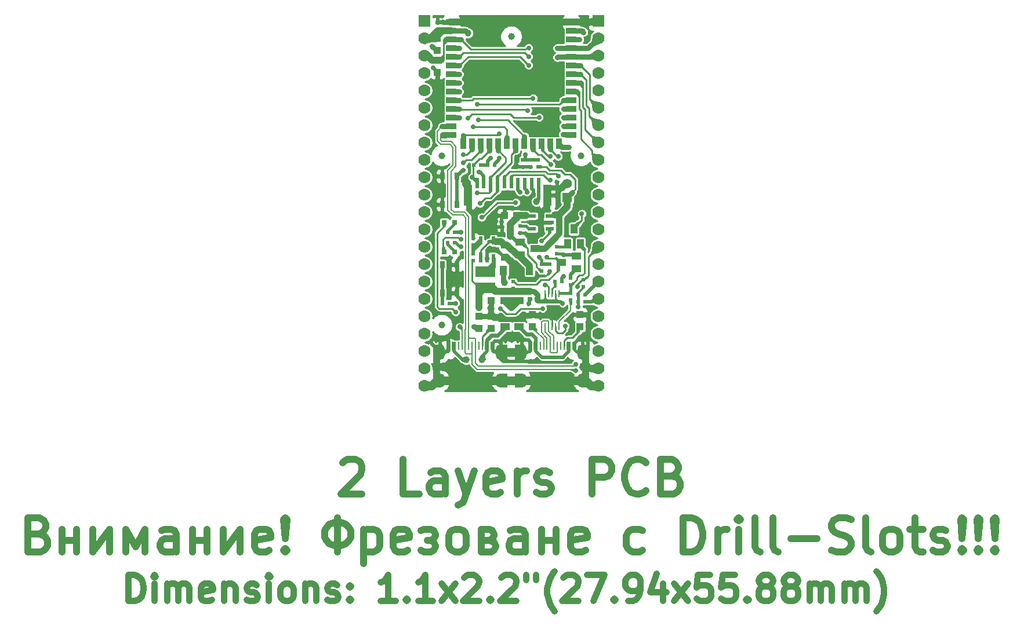
<source format=gbr>
G04 #@! TF.GenerationSoftware,KiCad,Pcbnew,5.1.0-rc2-unknown-036be7d~80~ubuntu16.04.1*
G04 #@! TF.CreationDate,2023-05-16T15:29:05+03:00*
G04 #@! TF.ProjectId,ESP32-S3-DevKit-LiPo_Rev_B,45535033-322d-4533-932d-4465764b6974,B*
G04 #@! TF.SameCoordinates,Original*
G04 #@! TF.FileFunction,Copper,L1,Top*
G04 #@! TF.FilePolarity,Positive*
%FSLAX46Y46*%
G04 Gerber Fmt 4.6, Leading zero omitted, Abs format (unit mm)*
G04 Created by KiCad (PCBNEW 5.1.0-rc2-unknown-036be7d~80~ubuntu16.04.1) date 2023-05-16 15:29:05*
%MOMM*%
%LPD*%
G04 APERTURE LIST*
%ADD10C,0.952500*%
%ADD11C,1.000000*%
%ADD12C,1.400000*%
%ADD13R,1.400000X1.400000*%
%ADD14R,1.200000X3.100000*%
%ADD15R,0.600000X1.550000*%
%ADD16R,1.016000X1.016000*%
%ADD17R,1.400000X1.000000*%
%ADD18R,0.550000X0.500000*%
%ADD19C,1.778000*%
%ADD20R,1.778000X1.778000*%
%ADD21R,1.100000X2.000000*%
%ADD22R,1.100000X2.200000*%
%ADD23R,0.250000X1.150000*%
%ADD24O,1.200000X2.200000*%
%ADD25O,1.300000X2.000000*%
%ADD26R,0.300000X1.150000*%
%ADD27R,0.650000X1.050000*%
%ADD28R,0.500000X0.550000*%
%ADD29C,1.000000*%
%ADD30R,0.800000X0.800000*%
%ADD31R,0.250000X1.000000*%
%ADD32R,3.700000X3.700000*%
%ADD33C,1.600000*%
%ADD34R,1.500000X0.900000*%
%ADD35C,0.800000*%
%ADD36R,0.900000X1.500000*%
%ADD37R,1.000000X1.400000*%
%ADD38R,3.000000X1.600000*%
%ADD39R,1.200000X0.550000*%
%ADD40R,0.550000X1.200000*%
%ADD41C,0.700000*%
%ADD42C,1.016000*%
%ADD43C,0.762000*%
%ADD44C,0.508000*%
%ADD45C,0.254000*%
%ADD46C,0.406400*%
%ADD47C,1.270000*%
%ADD48C,0.304800*%
%ADD49C,0.609600*%
%ADD50C,0.279400*%
%ADD51C,0.203200*%
%ADD52C,0.889000*%
%ADD53C,0.558800*%
%ADD54C,0.025400*%
G04 APERTURE END LIST*
D10*
X87593714Y-149551571D02*
X87593714Y-145741571D01*
X88500857Y-145741571D01*
X89045142Y-145923000D01*
X89408000Y-146285857D01*
X89589428Y-146648714D01*
X89770857Y-147374428D01*
X89770857Y-147918714D01*
X89589428Y-148644428D01*
X89408000Y-149007285D01*
X89045142Y-149370142D01*
X88500857Y-149551571D01*
X87593714Y-149551571D01*
X91403714Y-149551571D02*
X91403714Y-147011571D01*
X91403714Y-145741571D02*
X91222285Y-145923000D01*
X91403714Y-146104428D01*
X91585142Y-145923000D01*
X91403714Y-145741571D01*
X91403714Y-146104428D01*
X93218000Y-149551571D02*
X93218000Y-147011571D01*
X93218000Y-147374428D02*
X93399428Y-147193000D01*
X93762285Y-147011571D01*
X94306571Y-147011571D01*
X94669428Y-147193000D01*
X94850857Y-147555857D01*
X94850857Y-149551571D01*
X94850857Y-147555857D02*
X95032285Y-147193000D01*
X95395142Y-147011571D01*
X95939428Y-147011571D01*
X96302285Y-147193000D01*
X96483714Y-147555857D01*
X96483714Y-149551571D01*
X99749428Y-149370142D02*
X99386571Y-149551571D01*
X98660857Y-149551571D01*
X98298000Y-149370142D01*
X98116571Y-149007285D01*
X98116571Y-147555857D01*
X98298000Y-147193000D01*
X98660857Y-147011571D01*
X99386571Y-147011571D01*
X99749428Y-147193000D01*
X99930857Y-147555857D01*
X99930857Y-147918714D01*
X98116571Y-148281571D01*
X101563714Y-147011571D02*
X101563714Y-149551571D01*
X101563714Y-147374428D02*
X101745142Y-147193000D01*
X102108000Y-147011571D01*
X102652285Y-147011571D01*
X103015142Y-147193000D01*
X103196571Y-147555857D01*
X103196571Y-149551571D01*
X104829428Y-149370142D02*
X105192285Y-149551571D01*
X105918000Y-149551571D01*
X106280857Y-149370142D01*
X106462285Y-149007285D01*
X106462285Y-148825857D01*
X106280857Y-148463000D01*
X105918000Y-148281571D01*
X105373714Y-148281571D01*
X105010857Y-148100142D01*
X104829428Y-147737285D01*
X104829428Y-147555857D01*
X105010857Y-147193000D01*
X105373714Y-147011571D01*
X105918000Y-147011571D01*
X106280857Y-147193000D01*
X108095142Y-149551571D02*
X108095142Y-147011571D01*
X108095142Y-145741571D02*
X107913714Y-145923000D01*
X108095142Y-146104428D01*
X108276571Y-145923000D01*
X108095142Y-145741571D01*
X108095142Y-146104428D01*
X110453714Y-149551571D02*
X110090857Y-149370142D01*
X109909428Y-149188714D01*
X109728000Y-148825857D01*
X109728000Y-147737285D01*
X109909428Y-147374428D01*
X110090857Y-147193000D01*
X110453714Y-147011571D01*
X110998000Y-147011571D01*
X111360857Y-147193000D01*
X111542285Y-147374428D01*
X111723714Y-147737285D01*
X111723714Y-148825857D01*
X111542285Y-149188714D01*
X111360857Y-149370142D01*
X110998000Y-149551571D01*
X110453714Y-149551571D01*
X113356571Y-147011571D02*
X113356571Y-149551571D01*
X113356571Y-147374428D02*
X113538000Y-147193000D01*
X113900857Y-147011571D01*
X114445142Y-147011571D01*
X114808000Y-147193000D01*
X114989428Y-147555857D01*
X114989428Y-149551571D01*
X116622285Y-149370142D02*
X116985142Y-149551571D01*
X117710857Y-149551571D01*
X118073714Y-149370142D01*
X118255142Y-149007285D01*
X118255142Y-148825857D01*
X118073714Y-148463000D01*
X117710857Y-148281571D01*
X117166571Y-148281571D01*
X116803714Y-148100142D01*
X116622285Y-147737285D01*
X116622285Y-147555857D01*
X116803714Y-147193000D01*
X117166571Y-147011571D01*
X117710857Y-147011571D01*
X118073714Y-147193000D01*
X119888000Y-149188714D02*
X120069428Y-149370142D01*
X119888000Y-149551571D01*
X119706571Y-149370142D01*
X119888000Y-149188714D01*
X119888000Y-149551571D01*
X119888000Y-147193000D02*
X120069428Y-147374428D01*
X119888000Y-147555857D01*
X119706571Y-147374428D01*
X119888000Y-147193000D01*
X119888000Y-147555857D01*
X126600857Y-149551571D02*
X124423714Y-149551571D01*
X125512285Y-149551571D02*
X125512285Y-145741571D01*
X125149428Y-146285857D01*
X124786571Y-146648714D01*
X124423714Y-146830142D01*
X128233714Y-149188714D02*
X128415142Y-149370142D01*
X128233714Y-149551571D01*
X128052285Y-149370142D01*
X128233714Y-149188714D01*
X128233714Y-149551571D01*
X132043714Y-149551571D02*
X129866571Y-149551571D01*
X130955142Y-149551571D02*
X130955142Y-145741571D01*
X130592285Y-146285857D01*
X130229428Y-146648714D01*
X129866571Y-146830142D01*
X133313714Y-149551571D02*
X135309428Y-147011571D01*
X133313714Y-147011571D02*
X135309428Y-149551571D01*
X136579428Y-146104428D02*
X136760857Y-145923000D01*
X137123714Y-145741571D01*
X138030857Y-145741571D01*
X138393714Y-145923000D01*
X138575142Y-146104428D01*
X138756571Y-146467285D01*
X138756571Y-146830142D01*
X138575142Y-147374428D01*
X136398000Y-149551571D01*
X138756571Y-149551571D01*
X140389428Y-149188714D02*
X140570857Y-149370142D01*
X140389428Y-149551571D01*
X140208000Y-149370142D01*
X140389428Y-149188714D01*
X140389428Y-149551571D01*
X142022285Y-146104428D02*
X142203714Y-145923000D01*
X142566571Y-145741571D01*
X143473714Y-145741571D01*
X143836571Y-145923000D01*
X144018000Y-146104428D01*
X144199428Y-146467285D01*
X144199428Y-146830142D01*
X144018000Y-147374428D01*
X141840857Y-149551571D01*
X144199428Y-149551571D01*
X145650857Y-145741571D02*
X145650857Y-146467285D01*
X147102285Y-145741571D02*
X147102285Y-146467285D01*
X149823714Y-151003000D02*
X149642285Y-150821571D01*
X149279428Y-150277285D01*
X149098000Y-149914428D01*
X148916571Y-149370142D01*
X148735142Y-148463000D01*
X148735142Y-147737285D01*
X148916571Y-146830142D01*
X149098000Y-146285857D01*
X149279428Y-145923000D01*
X149642285Y-145378714D01*
X149823714Y-145197285D01*
X151093714Y-146104428D02*
X151275142Y-145923000D01*
X151638000Y-145741571D01*
X152545142Y-145741571D01*
X152908000Y-145923000D01*
X153089428Y-146104428D01*
X153270857Y-146467285D01*
X153270857Y-146830142D01*
X153089428Y-147374428D01*
X150912285Y-149551571D01*
X153270857Y-149551571D01*
X154540857Y-145741571D02*
X157080857Y-145741571D01*
X155448000Y-149551571D01*
X158532285Y-149188714D02*
X158713714Y-149370142D01*
X158532285Y-149551571D01*
X158350857Y-149370142D01*
X158532285Y-149188714D01*
X158532285Y-149551571D01*
X160528000Y-149551571D02*
X161253714Y-149551571D01*
X161616571Y-149370142D01*
X161798000Y-149188714D01*
X162160857Y-148644428D01*
X162342285Y-147918714D01*
X162342285Y-146467285D01*
X162160857Y-146104428D01*
X161979428Y-145923000D01*
X161616571Y-145741571D01*
X160890857Y-145741571D01*
X160528000Y-145923000D01*
X160346571Y-146104428D01*
X160165142Y-146467285D01*
X160165142Y-147374428D01*
X160346571Y-147737285D01*
X160528000Y-147918714D01*
X160890857Y-148100142D01*
X161616571Y-148100142D01*
X161979428Y-147918714D01*
X162160857Y-147737285D01*
X162342285Y-147374428D01*
X165608000Y-147011571D02*
X165608000Y-149551571D01*
X164700857Y-145560142D02*
X163793714Y-148281571D01*
X166152285Y-148281571D01*
X167240857Y-149551571D02*
X169236571Y-147011571D01*
X167240857Y-147011571D02*
X169236571Y-149551571D01*
X172502285Y-145741571D02*
X170688000Y-145741571D01*
X170506571Y-147555857D01*
X170688000Y-147374428D01*
X171050857Y-147193000D01*
X171958000Y-147193000D01*
X172320857Y-147374428D01*
X172502285Y-147555857D01*
X172683714Y-147918714D01*
X172683714Y-148825857D01*
X172502285Y-149188714D01*
X172320857Y-149370142D01*
X171958000Y-149551571D01*
X171050857Y-149551571D01*
X170688000Y-149370142D01*
X170506571Y-149188714D01*
X176130857Y-145741571D02*
X174316571Y-145741571D01*
X174135142Y-147555857D01*
X174316571Y-147374428D01*
X174679428Y-147193000D01*
X175586571Y-147193000D01*
X175949428Y-147374428D01*
X176130857Y-147555857D01*
X176312285Y-147918714D01*
X176312285Y-148825857D01*
X176130857Y-149188714D01*
X175949428Y-149370142D01*
X175586571Y-149551571D01*
X174679428Y-149551571D01*
X174316571Y-149370142D01*
X174135142Y-149188714D01*
X177945142Y-149188714D02*
X178126571Y-149370142D01*
X177945142Y-149551571D01*
X177763714Y-149370142D01*
X177945142Y-149188714D01*
X177945142Y-149551571D01*
X180303714Y-147374428D02*
X179940857Y-147193000D01*
X179759428Y-147011571D01*
X179578000Y-146648714D01*
X179578000Y-146467285D01*
X179759428Y-146104428D01*
X179940857Y-145923000D01*
X180303714Y-145741571D01*
X181029428Y-145741571D01*
X181392285Y-145923000D01*
X181573714Y-146104428D01*
X181755142Y-146467285D01*
X181755142Y-146648714D01*
X181573714Y-147011571D01*
X181392285Y-147193000D01*
X181029428Y-147374428D01*
X180303714Y-147374428D01*
X179940857Y-147555857D01*
X179759428Y-147737285D01*
X179578000Y-148100142D01*
X179578000Y-148825857D01*
X179759428Y-149188714D01*
X179940857Y-149370142D01*
X180303714Y-149551571D01*
X181029428Y-149551571D01*
X181392285Y-149370142D01*
X181573714Y-149188714D01*
X181755142Y-148825857D01*
X181755142Y-148100142D01*
X181573714Y-147737285D01*
X181392285Y-147555857D01*
X181029428Y-147374428D01*
X183932285Y-147374428D02*
X183569428Y-147193000D01*
X183388000Y-147011571D01*
X183206571Y-146648714D01*
X183206571Y-146467285D01*
X183388000Y-146104428D01*
X183569428Y-145923000D01*
X183932285Y-145741571D01*
X184658000Y-145741571D01*
X185020857Y-145923000D01*
X185202285Y-146104428D01*
X185383714Y-146467285D01*
X185383714Y-146648714D01*
X185202285Y-147011571D01*
X185020857Y-147193000D01*
X184658000Y-147374428D01*
X183932285Y-147374428D01*
X183569428Y-147555857D01*
X183388000Y-147737285D01*
X183206571Y-148100142D01*
X183206571Y-148825857D01*
X183388000Y-149188714D01*
X183569428Y-149370142D01*
X183932285Y-149551571D01*
X184658000Y-149551571D01*
X185020857Y-149370142D01*
X185202285Y-149188714D01*
X185383714Y-148825857D01*
X185383714Y-148100142D01*
X185202285Y-147737285D01*
X185020857Y-147555857D01*
X184658000Y-147374428D01*
X187016571Y-149551571D02*
X187016571Y-147011571D01*
X187016571Y-147374428D02*
X187198000Y-147193000D01*
X187560857Y-147011571D01*
X188105142Y-147011571D01*
X188468000Y-147193000D01*
X188649428Y-147555857D01*
X188649428Y-149551571D01*
X188649428Y-147555857D02*
X188830857Y-147193000D01*
X189193714Y-147011571D01*
X189738000Y-147011571D01*
X190100857Y-147193000D01*
X190282285Y-147555857D01*
X190282285Y-149551571D01*
X192096571Y-149551571D02*
X192096571Y-147011571D01*
X192096571Y-147374428D02*
X192278000Y-147193000D01*
X192640857Y-147011571D01*
X193185142Y-147011571D01*
X193548000Y-147193000D01*
X193729428Y-147555857D01*
X193729428Y-149551571D01*
X193729428Y-147555857D02*
X193910857Y-147193000D01*
X194273714Y-147011571D01*
X194818000Y-147011571D01*
X195180857Y-147193000D01*
X195362285Y-147555857D01*
X195362285Y-149551571D01*
X196813714Y-151003000D02*
X196995142Y-150821571D01*
X197358000Y-150277285D01*
X197539428Y-149914428D01*
X197720857Y-149370142D01*
X197902285Y-148463000D01*
X197902285Y-147737285D01*
X197720857Y-146830142D01*
X197539428Y-146285857D01*
X197358000Y-145923000D01*
X196995142Y-145378714D01*
X196813714Y-145197285D01*
D11*
X118867142Y-129378095D02*
X119105238Y-129140000D01*
X119581428Y-128901904D01*
X120771904Y-128901904D01*
X121248095Y-129140000D01*
X121486190Y-129378095D01*
X121724285Y-129854285D01*
X121724285Y-130330476D01*
X121486190Y-131044761D01*
X118629047Y-133901904D01*
X121724285Y-133901904D01*
X130057619Y-133901904D02*
X127676666Y-133901904D01*
X127676666Y-128901904D01*
X133867142Y-133901904D02*
X133867142Y-131282857D01*
X133629047Y-130806666D01*
X133152857Y-130568571D01*
X132200476Y-130568571D01*
X131724285Y-130806666D01*
X133867142Y-133663809D02*
X133390952Y-133901904D01*
X132200476Y-133901904D01*
X131724285Y-133663809D01*
X131486190Y-133187619D01*
X131486190Y-132711428D01*
X131724285Y-132235238D01*
X132200476Y-131997142D01*
X133390952Y-131997142D01*
X133867142Y-131759047D01*
X135771904Y-130568571D02*
X136962380Y-133901904D01*
X138152857Y-130568571D02*
X136962380Y-133901904D01*
X136486190Y-135092380D01*
X136248095Y-135330476D01*
X135771904Y-135568571D01*
X141962380Y-133663809D02*
X141486190Y-133901904D01*
X140533809Y-133901904D01*
X140057619Y-133663809D01*
X139819523Y-133187619D01*
X139819523Y-131282857D01*
X140057619Y-130806666D01*
X140533809Y-130568571D01*
X141486190Y-130568571D01*
X141962380Y-130806666D01*
X142200476Y-131282857D01*
X142200476Y-131759047D01*
X139819523Y-132235238D01*
X144343333Y-133901904D02*
X144343333Y-130568571D01*
X144343333Y-131520952D02*
X144581428Y-131044761D01*
X144819523Y-130806666D01*
X145295714Y-130568571D01*
X145771904Y-130568571D01*
X147200476Y-133663809D02*
X147676666Y-133901904D01*
X148629047Y-133901904D01*
X149105238Y-133663809D01*
X149343333Y-133187619D01*
X149343333Y-132949523D01*
X149105238Y-132473333D01*
X148629047Y-132235238D01*
X147914761Y-132235238D01*
X147438571Y-131997142D01*
X147200476Y-131520952D01*
X147200476Y-131282857D01*
X147438571Y-130806666D01*
X147914761Y-130568571D01*
X148629047Y-130568571D01*
X149105238Y-130806666D01*
X155295714Y-133901904D02*
X155295714Y-128901904D01*
X157200476Y-128901904D01*
X157676666Y-129140000D01*
X157914761Y-129378095D01*
X158152857Y-129854285D01*
X158152857Y-130568571D01*
X157914761Y-131044761D01*
X157676666Y-131282857D01*
X157200476Y-131520952D01*
X155295714Y-131520952D01*
X163152857Y-133425714D02*
X162914761Y-133663809D01*
X162200476Y-133901904D01*
X161724285Y-133901904D01*
X161010000Y-133663809D01*
X160533809Y-133187619D01*
X160295714Y-132711428D01*
X160057619Y-131759047D01*
X160057619Y-131044761D01*
X160295714Y-130092380D01*
X160533809Y-129616190D01*
X161010000Y-129140000D01*
X161724285Y-128901904D01*
X162200476Y-128901904D01*
X162914761Y-129140000D01*
X163152857Y-129378095D01*
X166962380Y-131282857D02*
X167676666Y-131520952D01*
X167914761Y-131759047D01*
X168152857Y-132235238D01*
X168152857Y-132949523D01*
X167914761Y-133425714D01*
X167676666Y-133663809D01*
X167200476Y-133901904D01*
X165295714Y-133901904D01*
X165295714Y-128901904D01*
X166962380Y-128901904D01*
X167438571Y-129140000D01*
X167676666Y-129378095D01*
X167914761Y-129854285D01*
X167914761Y-130330476D01*
X167676666Y-130806666D01*
X167438571Y-131044761D01*
X166962380Y-131282857D01*
X165295714Y-131282857D01*
X74581428Y-139782857D02*
X75295714Y-140020952D01*
X75533809Y-140259047D01*
X75771904Y-140735238D01*
X75771904Y-141449523D01*
X75533809Y-141925714D01*
X75295714Y-142163809D01*
X74819523Y-142401904D01*
X72914761Y-142401904D01*
X72914761Y-137401904D01*
X74581428Y-137401904D01*
X75057619Y-137640000D01*
X75295714Y-137878095D01*
X75533809Y-138354285D01*
X75533809Y-138830476D01*
X75295714Y-139306666D01*
X75057619Y-139544761D01*
X74581428Y-139782857D01*
X72914761Y-139782857D01*
X77914761Y-140735238D02*
X80057619Y-140735238D01*
X77914761Y-139068571D02*
X77914761Y-142401904D01*
X80057619Y-139068571D02*
X80057619Y-142401904D01*
X82438571Y-139068571D02*
X82438571Y-142401904D01*
X84819523Y-139068571D01*
X84819523Y-142401904D01*
X87200476Y-142401904D02*
X87200476Y-139068571D01*
X88629047Y-141687619D01*
X90057619Y-139068571D01*
X90057619Y-142401904D01*
X94581428Y-142401904D02*
X94581428Y-139782857D01*
X94343333Y-139306666D01*
X93867142Y-139068571D01*
X92914761Y-139068571D01*
X92438571Y-139306666D01*
X94581428Y-142163809D02*
X94105238Y-142401904D01*
X92914761Y-142401904D01*
X92438571Y-142163809D01*
X92200476Y-141687619D01*
X92200476Y-141211428D01*
X92438571Y-140735238D01*
X92914761Y-140497142D01*
X94105238Y-140497142D01*
X94581428Y-140259047D01*
X96962380Y-140735238D02*
X99105238Y-140735238D01*
X96962380Y-139068571D02*
X96962380Y-142401904D01*
X99105238Y-139068571D02*
X99105238Y-142401904D01*
X101486190Y-139068571D02*
X101486190Y-142401904D01*
X103867142Y-139068571D01*
X103867142Y-142401904D01*
X108152857Y-142163809D02*
X107676666Y-142401904D01*
X106724285Y-142401904D01*
X106248095Y-142163809D01*
X106009999Y-141687619D01*
X106009999Y-139782857D01*
X106248095Y-139306666D01*
X106724285Y-139068571D01*
X107676666Y-139068571D01*
X108152857Y-139306666D01*
X108390952Y-139782857D01*
X108390952Y-140259047D01*
X106009999Y-140735238D01*
X110533809Y-141925714D02*
X110771904Y-142163809D01*
X110533809Y-142401904D01*
X110295714Y-142163809D01*
X110533809Y-141925714D01*
X110533809Y-142401904D01*
X110533809Y-140497142D02*
X110295714Y-137640000D01*
X110533809Y-137401904D01*
X110771904Y-137640000D01*
X110533809Y-140497142D01*
X110533809Y-137401904D01*
X118152857Y-142401904D02*
X118152857Y-137401904D01*
X117676666Y-138116190D02*
X118629047Y-138116190D01*
X119343333Y-138354285D01*
X119819523Y-138830476D01*
X120057619Y-139306666D01*
X120057619Y-140259047D01*
X119819523Y-140735238D01*
X119343333Y-141211428D01*
X118629047Y-141449523D01*
X117676666Y-141449523D01*
X116962380Y-141211428D01*
X116486190Y-140735238D01*
X116248095Y-140259047D01*
X116248095Y-139306666D01*
X116486190Y-138830476D01*
X116962380Y-138354285D01*
X117676666Y-138116190D01*
X121962380Y-139068571D02*
X121962380Y-144068571D01*
X121962380Y-139306666D02*
X122438571Y-139068571D01*
X123390952Y-139068571D01*
X123867142Y-139306666D01*
X124105238Y-139544761D01*
X124343333Y-140020952D01*
X124343333Y-141449523D01*
X124105238Y-141925714D01*
X123867142Y-142163809D01*
X123390952Y-142401904D01*
X122438571Y-142401904D01*
X121962380Y-142163809D01*
X128390952Y-142163809D02*
X127914761Y-142401904D01*
X126962380Y-142401904D01*
X126486190Y-142163809D01*
X126248095Y-141687619D01*
X126248095Y-139782857D01*
X126486190Y-139306666D01*
X126962380Y-139068571D01*
X127914761Y-139068571D01*
X128390952Y-139306666D01*
X128629047Y-139782857D01*
X128629047Y-140259047D01*
X126248095Y-140735238D01*
X131248095Y-140735238D02*
X131724285Y-140735238D01*
X130295714Y-139306666D02*
X130771904Y-139068571D01*
X131724285Y-139068571D01*
X132200476Y-139306666D01*
X132438571Y-139782857D01*
X132438571Y-140020952D01*
X132200476Y-140497142D01*
X131724285Y-140735238D01*
X132200476Y-140973333D01*
X132438571Y-141449523D01*
X132438571Y-141687619D01*
X132200476Y-142163809D01*
X131724285Y-142401904D01*
X130771904Y-142401904D01*
X130295714Y-142163809D01*
X135295714Y-142401904D02*
X134819523Y-142163809D01*
X134581428Y-141925714D01*
X134343333Y-141449523D01*
X134343333Y-140020952D01*
X134581428Y-139544761D01*
X134819523Y-139306666D01*
X135295714Y-139068571D01*
X136009999Y-139068571D01*
X136486190Y-139306666D01*
X136724285Y-139544761D01*
X136962380Y-140020952D01*
X136962380Y-141449523D01*
X136724285Y-141925714D01*
X136486190Y-142163809D01*
X136009999Y-142401904D01*
X135295714Y-142401904D01*
X140295714Y-140735238D02*
X141009999Y-140973333D01*
X141248095Y-141449523D01*
X141248095Y-141687619D01*
X141009999Y-142163809D01*
X140533809Y-142401904D01*
X139105238Y-142401904D01*
X139105238Y-139068571D01*
X140295714Y-139068571D01*
X140771904Y-139306666D01*
X141009999Y-139782857D01*
X141009999Y-140020952D01*
X140771904Y-140497142D01*
X140295714Y-140735238D01*
X139105238Y-140735238D01*
X145533809Y-142401904D02*
X145533809Y-139782857D01*
X145295714Y-139306666D01*
X144819523Y-139068571D01*
X143867142Y-139068571D01*
X143390952Y-139306666D01*
X145533809Y-142163809D02*
X145057619Y-142401904D01*
X143867142Y-142401904D01*
X143390952Y-142163809D01*
X143152857Y-141687619D01*
X143152857Y-141211428D01*
X143390952Y-140735238D01*
X143867142Y-140497142D01*
X145057619Y-140497142D01*
X145533809Y-140259047D01*
X147914761Y-140735238D02*
X150057619Y-140735238D01*
X147914761Y-139068571D02*
X147914761Y-142401904D01*
X150057619Y-139068571D02*
X150057619Y-142401904D01*
X154343333Y-142163809D02*
X153867142Y-142401904D01*
X152914761Y-142401904D01*
X152438571Y-142163809D01*
X152200476Y-141687619D01*
X152200476Y-139782857D01*
X152438571Y-139306666D01*
X152914761Y-139068571D01*
X153867142Y-139068571D01*
X154343333Y-139306666D01*
X154581428Y-139782857D01*
X154581428Y-140259047D01*
X152200476Y-140735238D01*
X162676666Y-142163809D02*
X162200476Y-142401904D01*
X161248095Y-142401904D01*
X160771904Y-142163809D01*
X160533809Y-141925714D01*
X160295714Y-141449523D01*
X160295714Y-140020952D01*
X160533809Y-139544761D01*
X160771904Y-139306666D01*
X161248095Y-139068571D01*
X162200476Y-139068571D01*
X162676666Y-139306666D01*
X168629047Y-142401904D02*
X168629047Y-137401904D01*
X169819523Y-137401904D01*
X170533809Y-137640000D01*
X171009999Y-138116190D01*
X171248095Y-138592380D01*
X171486190Y-139544761D01*
X171486190Y-140259047D01*
X171248095Y-141211428D01*
X171009999Y-141687619D01*
X170533809Y-142163809D01*
X169819523Y-142401904D01*
X168629047Y-142401904D01*
X173629047Y-142401904D02*
X173629047Y-139068571D01*
X173629047Y-140020952D02*
X173867142Y-139544761D01*
X174105238Y-139306666D01*
X174581428Y-139068571D01*
X175057619Y-139068571D01*
X176724285Y-142401904D02*
X176724285Y-139068571D01*
X176724285Y-137401904D02*
X176486190Y-137640000D01*
X176724285Y-137878095D01*
X176962380Y-137640000D01*
X176724285Y-137401904D01*
X176724285Y-137878095D01*
X179819523Y-142401904D02*
X179343333Y-142163809D01*
X179105238Y-141687619D01*
X179105238Y-137401904D01*
X182438571Y-142401904D02*
X181962380Y-142163809D01*
X181724285Y-141687619D01*
X181724285Y-137401904D01*
X184343333Y-140497142D02*
X188152857Y-140497142D01*
X190295714Y-142163809D02*
X191009999Y-142401904D01*
X192200476Y-142401904D01*
X192676666Y-142163809D01*
X192914761Y-141925714D01*
X193152857Y-141449523D01*
X193152857Y-140973333D01*
X192914761Y-140497142D01*
X192676666Y-140259047D01*
X192200476Y-140020952D01*
X191248095Y-139782857D01*
X190771904Y-139544761D01*
X190533809Y-139306666D01*
X190295714Y-138830476D01*
X190295714Y-138354285D01*
X190533809Y-137878095D01*
X190771904Y-137640000D01*
X191248095Y-137401904D01*
X192438571Y-137401904D01*
X193152857Y-137640000D01*
X196009999Y-142401904D02*
X195533809Y-142163809D01*
X195295714Y-141687619D01*
X195295714Y-137401904D01*
X198629047Y-142401904D02*
X198152857Y-142163809D01*
X197914761Y-141925714D01*
X197676666Y-141449523D01*
X197676666Y-140020952D01*
X197914761Y-139544761D01*
X198152857Y-139306666D01*
X198629047Y-139068571D01*
X199343333Y-139068571D01*
X199819523Y-139306666D01*
X200057619Y-139544761D01*
X200295714Y-140020952D01*
X200295714Y-141449523D01*
X200057619Y-141925714D01*
X199819523Y-142163809D01*
X199343333Y-142401904D01*
X198629047Y-142401904D01*
X201724285Y-139068571D02*
X203629047Y-139068571D01*
X202438571Y-137401904D02*
X202438571Y-141687619D01*
X202676666Y-142163809D01*
X203152857Y-142401904D01*
X203629047Y-142401904D01*
X205057619Y-142163809D02*
X205533809Y-142401904D01*
X206486190Y-142401904D01*
X206962380Y-142163809D01*
X207200476Y-141687619D01*
X207200476Y-141449523D01*
X206962380Y-140973333D01*
X206486190Y-140735238D01*
X205771904Y-140735238D01*
X205295714Y-140497142D01*
X205057619Y-140020952D01*
X205057619Y-139782857D01*
X205295714Y-139306666D01*
X205771904Y-139068571D01*
X206486190Y-139068571D01*
X206962380Y-139306666D01*
X209343333Y-141925714D02*
X209581428Y-142163809D01*
X209343333Y-142401904D01*
X209105238Y-142163809D01*
X209343333Y-141925714D01*
X209343333Y-142401904D01*
X209343333Y-140497142D02*
X209105238Y-137640000D01*
X209343333Y-137401904D01*
X209581428Y-137640000D01*
X209343333Y-140497142D01*
X209343333Y-137401904D01*
X211724285Y-141925714D02*
X211962380Y-142163809D01*
X211724285Y-142401904D01*
X211486190Y-142163809D01*
X211724285Y-141925714D01*
X211724285Y-142401904D01*
X211724285Y-140497142D02*
X211486190Y-137640000D01*
X211724285Y-137401904D01*
X211962380Y-137640000D01*
X211724285Y-140497142D01*
X211724285Y-137401904D01*
X214105238Y-141925714D02*
X214343333Y-142163809D01*
X214105238Y-142401904D01*
X213867142Y-142163809D01*
X214105238Y-141925714D01*
X214105238Y-142401904D01*
X214105238Y-140497142D02*
X213867142Y-137640000D01*
X214105238Y-137401904D01*
X214343333Y-137640000D01*
X214105238Y-140497142D01*
X214105238Y-137401904D01*
D12*
X151655780Y-88534240D03*
D13*
X151658320Y-90563700D03*
D14*
X137202000Y-90266000D03*
X148802000Y-90266000D03*
D15*
X138502000Y-88491000D03*
X139502000Y-88491000D03*
X140502000Y-88491000D03*
X141502000Y-88491000D03*
X142502000Y-88491000D03*
X143502000Y-88491000D03*
X144502000Y-88491000D03*
X145502000Y-88491000D03*
X146502000Y-88491000D03*
X147502000Y-88491000D03*
D16*
X146558000Y-109474000D03*
X146558000Y-107696000D03*
D17*
X144653000Y-109469000D03*
X144653000Y-105669000D03*
X142621000Y-109469000D03*
X142621000Y-105669000D03*
D18*
X137922000Y-99822000D03*
X137922000Y-98806000D03*
D16*
X140589000Y-105664000D03*
X138811000Y-105664000D03*
D17*
X144815560Y-97094040D03*
X144815560Y-98996500D03*
X147025360Y-98041460D03*
D19*
X156210000Y-115570000D03*
X156210000Y-118110000D03*
X156210000Y-72390000D03*
X156210000Y-69850000D03*
X156210000Y-67310000D03*
D20*
X156210000Y-64770000D03*
D19*
X156210000Y-74930000D03*
X156210000Y-77470000D03*
X156210000Y-82550000D03*
X156210000Y-80010000D03*
X156210000Y-85090000D03*
X156210000Y-87630000D03*
X156210000Y-92710000D03*
X156210000Y-90170000D03*
X156210000Y-95250000D03*
X156210000Y-97790000D03*
X156210000Y-102870000D03*
X156210000Y-100330000D03*
X156210000Y-110490000D03*
X156210000Y-113030000D03*
X156210000Y-107950000D03*
X156210000Y-105410000D03*
D21*
X142468600Y-117355000D03*
D22*
X142468600Y-113175000D03*
D21*
X132613400Y-117355000D03*
D22*
X132613400Y-113175000D03*
D23*
X135791000Y-112273000D03*
X136291000Y-112273000D03*
X136791000Y-112273000D03*
X139291000Y-112273000D03*
X137791000Y-112273000D03*
X138791000Y-112273000D03*
X138291000Y-112273000D03*
X137291000Y-112273000D03*
D24*
X141861000Y-113175000D03*
D25*
X141861000Y-117355000D03*
X133221000Y-117355000D03*
D24*
X133221000Y-113175000D03*
D26*
X135266000Y-112273000D03*
X139816000Y-112273000D03*
X135016000Y-112273000D03*
X140066000Y-112273000D03*
X134466000Y-112273000D03*
X140616000Y-112273000D03*
X134216000Y-112273000D03*
X140866000Y-112273000D03*
D21*
X154406600Y-117355000D03*
D22*
X154406600Y-113175000D03*
D21*
X144551400Y-117355000D03*
D22*
X144551400Y-113175000D03*
D23*
X147729000Y-112273000D03*
X148229000Y-112273000D03*
X148729000Y-112273000D03*
X151229000Y-112273000D03*
X149729000Y-112273000D03*
X150729000Y-112273000D03*
X150229000Y-112273000D03*
X149229000Y-112273000D03*
D24*
X153799000Y-113175000D03*
D25*
X153799000Y-117355000D03*
X145159000Y-117355000D03*
D24*
X145159000Y-113175000D03*
D26*
X147204000Y-112273000D03*
X151754000Y-112273000D03*
X146954000Y-112273000D03*
X152004000Y-112273000D03*
X146404000Y-112273000D03*
X152554000Y-112273000D03*
X146154000Y-112273000D03*
X152804000Y-112273000D03*
D27*
X133418000Y-104564000D03*
X133418000Y-100414000D03*
X135568000Y-104564000D03*
X135568000Y-100414000D03*
D28*
X146177000Y-105410000D03*
X147193000Y-105410000D03*
D16*
X132715000Y-69088000D03*
X132715000Y-67310000D03*
D18*
X132715000Y-66040000D03*
X132715000Y-65024000D03*
D19*
X130810000Y-115569999D03*
X130810000Y-118109999D03*
X130810000Y-72389999D03*
X130810000Y-69849999D03*
X130810000Y-67309999D03*
D20*
X130810000Y-64769999D03*
D19*
X130810000Y-74929999D03*
X130810000Y-77469999D03*
X130810000Y-82549999D03*
X130810000Y-80009999D03*
X130810000Y-85089999D03*
X130810000Y-87629999D03*
X130810000Y-92709999D03*
X130810000Y-90169999D03*
X130810000Y-95249999D03*
X130810000Y-97789999D03*
X130810000Y-102869999D03*
X130810000Y-100329999D03*
X130810000Y-110489999D03*
X130810000Y-113029999D03*
X130810000Y-107949999D03*
X130810000Y-105409999D03*
D29*
X133350000Y-84455000D03*
X153670000Y-84455000D03*
X133350000Y-109220000D03*
D30*
X133731000Y-98552000D03*
X135255000Y-98552000D03*
D16*
X153543000Y-109474000D03*
X153543000Y-107696000D03*
D28*
X134239000Y-97155000D03*
X135255000Y-97155000D03*
X133477000Y-106045000D03*
X134493000Y-106045000D03*
D16*
X138811000Y-109728000D03*
X138811000Y-107950000D03*
X140589000Y-109728000D03*
X140589000Y-107950000D03*
D28*
X141097000Y-85852000D03*
X140081000Y-85852000D03*
D27*
X133418000Y-91610000D03*
X133418000Y-87460000D03*
X135568000Y-91610000D03*
X135568000Y-87460000D03*
D31*
X148478999Y-104661000D03*
X148978999Y-104661000D03*
X149478999Y-104661000D03*
X149978999Y-104661000D03*
X150478999Y-104661000D03*
X150478999Y-109461000D03*
X149978999Y-109461000D03*
X149478999Y-109461000D03*
X148978999Y-109461000D03*
X148478999Y-109461000D03*
D32*
X142010000Y-72691000D03*
D33*
X142010000Y-72691000D03*
D34*
X134760000Y-64971000D03*
D35*
X140610000Y-71991000D03*
X143410000Y-71991000D03*
X140610000Y-73391000D03*
X143410000Y-73391000D03*
X141310000Y-71291000D03*
X142710000Y-71291000D03*
X141310000Y-74091000D03*
X142710000Y-74091000D03*
D34*
X134760000Y-66241000D03*
X134760000Y-67511000D03*
X134760000Y-68781000D03*
X134760000Y-70051000D03*
X134760000Y-71321000D03*
X134760000Y-72591000D03*
X134760000Y-73861000D03*
X134760000Y-75131000D03*
X134760000Y-76401000D03*
X134760000Y-77671000D03*
X134760000Y-78941000D03*
X134760000Y-80211000D03*
X134760000Y-81481000D03*
D36*
X136525000Y-82731000D03*
D34*
X152260000Y-81481000D03*
X152260000Y-80211000D03*
X152260000Y-78941000D03*
X152260000Y-77671000D03*
X152260000Y-76401000D03*
X152260000Y-75131000D03*
X152260000Y-73861000D03*
X152260000Y-72591000D03*
X152260000Y-71321000D03*
X152260000Y-70051000D03*
X152260000Y-68781000D03*
X152260000Y-67511000D03*
X152260000Y-66241000D03*
X152260000Y-64971000D03*
D36*
X137795000Y-82731000D03*
X139065000Y-82731000D03*
X140335000Y-82731000D03*
X141605000Y-82731000D03*
X142875000Y-82731000D03*
X144145000Y-82731000D03*
X145415000Y-82731000D03*
X146685000Y-82731000D03*
X147955000Y-82731000D03*
X149225000Y-82731000D03*
X150495000Y-82731000D03*
D16*
X142494000Y-93218000D03*
X144272000Y-93218000D03*
X142494000Y-99314000D03*
X142494000Y-97536000D03*
D18*
X145161000Y-85090000D03*
X145161000Y-86106000D03*
D16*
X132715000Y-72263000D03*
X132715000Y-70485000D03*
D30*
X135255000Y-94234000D03*
X133731000Y-94234000D03*
D37*
X142372000Y-101219000D03*
X146172000Y-101219000D03*
D29*
X143510000Y-67056000D03*
D38*
X139700000Y-103816000D03*
X139700000Y-101416000D03*
D28*
X142113000Y-94869000D03*
X143129000Y-94869000D03*
X135255000Y-95631000D03*
X134239000Y-95631000D03*
D18*
X144780000Y-95758000D03*
X144780000Y-94742000D03*
X147447000Y-85090000D03*
X147447000Y-86106000D03*
X146304000Y-86106000D03*
X146304000Y-85090000D03*
X147955000Y-100330000D03*
X147955000Y-101346000D03*
X149098000Y-101346000D03*
X149098000Y-100330000D03*
X137922000Y-96520000D03*
X137922000Y-97536000D03*
X152146000Y-104521000D03*
X152146000Y-105537000D03*
X143764000Y-102870000D03*
X143764000Y-103886000D03*
D39*
X149128000Y-95184000D03*
X149128000Y-94234000D03*
X149128000Y-93284000D03*
X146528000Y-95184000D03*
X146528000Y-93284000D03*
D40*
X139004000Y-99471000D03*
X139954000Y-99471000D03*
X140904000Y-99471000D03*
X139004000Y-96871000D03*
X140904000Y-96871000D03*
D28*
X154305000Y-105791000D03*
X153289000Y-105791000D03*
X153289000Y-104775000D03*
X154305000Y-104775000D03*
X139065000Y-85852000D03*
X138049000Y-85852000D03*
D18*
X152146000Y-102362000D03*
X152146000Y-103378000D03*
X150114000Y-98806000D03*
X150114000Y-97790000D03*
D17*
X152999440Y-101025960D03*
X152999440Y-99123500D03*
X150789640Y-100078540D03*
D37*
X152651460Y-95163640D03*
X153606500Y-97373440D03*
X151704040Y-97373440D03*
D28*
X149860000Y-102870000D03*
X150876000Y-102870000D03*
D18*
X154051000Y-103632000D03*
X154051000Y-102616000D03*
D29*
X143510000Y-106680000D03*
X143383000Y-96266000D03*
X142494000Y-102997000D03*
D41*
X135382000Y-107315000D03*
X132090239Y-71621857D03*
X131953000Y-68453000D03*
X133530010Y-64970990D03*
X141298000Y-64971000D03*
D29*
X141859000Y-108076992D03*
D41*
X147193000Y-117355000D03*
X147193000Y-114427000D03*
X151765000Y-114427000D03*
X151765000Y-117355000D03*
X136525000Y-64971000D03*
X138430000Y-64971000D03*
X146558000Y-66167000D03*
X149225000Y-66294000D03*
X141298000Y-67511000D03*
X138430000Y-67511000D03*
X150495000Y-67511000D03*
X150495000Y-64971000D03*
X139827000Y-66167000D03*
X145415000Y-67511000D03*
X142875000Y-64971000D03*
X145415000Y-64971000D03*
X147955000Y-64971000D03*
D29*
X140518398Y-106750602D03*
D41*
X147955000Y-72136000D03*
X146685000Y-74676000D03*
X138430000Y-71120000D03*
X138430000Y-73025000D03*
X150495000Y-71755000D03*
X150495000Y-74930000D03*
X146050000Y-106045000D03*
D29*
X140335000Y-98171000D03*
D41*
X144399000Y-85979000D03*
X142113000Y-94107000D03*
X142494000Y-90424000D03*
D29*
X146431000Y-96520000D03*
X144907000Y-102362000D03*
D41*
X135636000Y-103505000D03*
D29*
X145288000Y-108077000D03*
D41*
X154559000Y-107696000D03*
X151511000Y-84328000D03*
X137160000Y-75565000D03*
X149352000Y-81026000D03*
X147955000Y-67511000D03*
X147955000Y-69723000D03*
D29*
X141097000Y-95377000D03*
D41*
X136652000Y-88265000D03*
D29*
X149987000Y-107061000D03*
D41*
X148717000Y-99314000D03*
X136525000Y-86614000D03*
X147574000Y-78867000D03*
X137160000Y-78994000D03*
X146050000Y-68707000D03*
X138684000Y-79248000D03*
X149281669Y-85795331D03*
X135890000Y-75120500D03*
X135890000Y-68770500D03*
X135890000Y-73850500D03*
X153469000Y-67511000D03*
D29*
X146280287Y-104290713D03*
D41*
X140462000Y-84836000D03*
D29*
X147193000Y-91186000D03*
D41*
X136144000Y-97790000D03*
D29*
X138811000Y-106680000D03*
X137160000Y-66548000D03*
D41*
X151003000Y-106045000D03*
X153289000Y-106553000D03*
X135890000Y-71310500D03*
X145542000Y-84328000D03*
X146050000Y-71247000D03*
D29*
X136906000Y-114300000D03*
X139192000Y-114300000D03*
D41*
X136525000Y-85471000D03*
X136525000Y-84328000D03*
X141732000Y-81280000D03*
X141732000Y-84836000D03*
X136525000Y-81534000D03*
X135890000Y-78930500D03*
X135890000Y-72580500D03*
X135890000Y-70040500D03*
X147574000Y-99314000D03*
X146050000Y-69977000D03*
X154051000Y-66421000D03*
X150241000Y-70104000D03*
X151130000Y-102108000D03*
X150241000Y-68770500D03*
X148463000Y-103378000D03*
X151130000Y-78930500D03*
X151130000Y-77660500D03*
X151130000Y-80200500D03*
X151892000Y-83185000D03*
X152908004Y-114935000D03*
X152963980Y-115887368D03*
X138049000Y-109474000D03*
X135960610Y-109486991D03*
X136143998Y-95631002D03*
X139192000Y-93472000D03*
X147955000Y-96901000D03*
X144145000Y-91313000D03*
X135890000Y-76390500D03*
X145796000Y-89789000D03*
X146685000Y-76073000D03*
X135890000Y-77660500D03*
X145923000Y-77851000D03*
X144780000Y-89789000D03*
X150368000Y-87476697D03*
X150368000Y-84582000D03*
X149225000Y-88011000D03*
X149225000Y-84582000D03*
X137795000Y-87630000D03*
X138938000Y-91440000D03*
X138811000Y-86868000D03*
X137922000Y-80264000D03*
X138557000Y-89916000D03*
X151130000Y-76390500D03*
X136144000Y-96672400D03*
X138557000Y-76962000D03*
X151066500Y-81343500D03*
X148082000Y-106807000D03*
X135382000Y-106045000D03*
X153797000Y-92964000D03*
X141884400Y-106832400D03*
X153162000Y-103632000D03*
X151130000Y-98933000D03*
X151384000Y-109347000D03*
D42*
X142621000Y-105669000D02*
X143632000Y-105669000D01*
X144653000Y-105669000D02*
X143632000Y-105669000D01*
X143510000Y-105791000D02*
X143632000Y-105669000D01*
X143510000Y-106680000D02*
X143510000Y-105791000D01*
X143510000Y-106680000D02*
X142494000Y-105664000D01*
X143510000Y-106680000D02*
X144526000Y-105664000D01*
X143368158Y-94502842D02*
X144145000Y-93726000D01*
X143368158Y-96251158D02*
X143368158Y-94502842D01*
X143383000Y-96266000D02*
X143368158Y-96251158D01*
D43*
X142372000Y-102875000D02*
X142494000Y-102997000D01*
X142372000Y-101219000D02*
X142372000Y-102875000D01*
D44*
X133731000Y-94234000D02*
X133731000Y-94742000D01*
D45*
X135382000Y-107315000D02*
X134874000Y-106807000D01*
X134874000Y-106807000D02*
X132969000Y-106807000D01*
X132667288Y-106505288D02*
X132667288Y-95805712D01*
X132667288Y-95805712D02*
X133731000Y-94742000D01*
X132969000Y-106807000D02*
X132667288Y-106505288D01*
D44*
X144815560Y-97094040D02*
X144973040Y-97094040D01*
X144973040Y-97094040D02*
X145542000Y-97663000D01*
X143558886Y-96266000D02*
X143383000Y-96266000D01*
X144386926Y-97094040D02*
X143558886Y-96266000D01*
X144815560Y-97094040D02*
X144386926Y-97094040D01*
D46*
X147955000Y-101346000D02*
X147828000Y-101346000D01*
X147828000Y-101346000D02*
X147574000Y-101092000D01*
D45*
X145923000Y-98044000D02*
X145542000Y-97663000D01*
X147574000Y-101092000D02*
X147193000Y-100711000D01*
X145923000Y-98933000D02*
X145923000Y-98044000D01*
X147193000Y-100711000D02*
X147193000Y-100203000D01*
X147193000Y-100203000D02*
X145923000Y-98933000D01*
D42*
X144272000Y-93218000D02*
X145669000Y-93218000D01*
D44*
X145735000Y-93284000D02*
X145669000Y-93218000D01*
X146528000Y-93284000D02*
X145735000Y-93284000D01*
D42*
X144272000Y-93218000D02*
X144272000Y-93599000D01*
X144272000Y-93599000D02*
X144145000Y-93726000D01*
D47*
X133221000Y-117355000D02*
X141852000Y-117355000D01*
X132613400Y-117355000D02*
X131858400Y-118110000D01*
X131858400Y-118110000D02*
X130810000Y-118110000D01*
X141861000Y-117355000D02*
X143122000Y-117355000D01*
X145159000Y-117355000D02*
X143122000Y-117355000D01*
X145159000Y-117355000D02*
X147440000Y-117355000D01*
X153799000Y-117355000D02*
X152012000Y-117355000D01*
X154406600Y-117355000D02*
X155161600Y-118110000D01*
X155161600Y-118110000D02*
X156210000Y-118110000D01*
X141861000Y-113175000D02*
X143492000Y-113175000D01*
X145159000Y-113175000D02*
X143492000Y-113175000D01*
D42*
X134564065Y-64971000D02*
X134564055Y-64970990D01*
X134760000Y-64971000D02*
X134564065Y-64971000D01*
X152260000Y-64971000D02*
X154231000Y-64971000D01*
X156009000Y-64971000D02*
X154231000Y-64971000D01*
X156210000Y-64770000D02*
X156009000Y-64971000D01*
X136599000Y-64971000D02*
X134760000Y-64971000D01*
X152260000Y-64971000D02*
X136599000Y-64971000D01*
D44*
X132715000Y-72263000D02*
X132715000Y-72246618D01*
X132715000Y-72246618D02*
X132090239Y-71621857D01*
D45*
X152804000Y-113053000D02*
X152804000Y-112273000D01*
X153799000Y-113175000D02*
X152926000Y-113175000D01*
X152926000Y-113175000D02*
X152804000Y-113053000D01*
X152804000Y-113053000D02*
X152552400Y-112801400D01*
X152552400Y-112801400D02*
X152552400Y-112623600D01*
X153799000Y-113175000D02*
X153180000Y-113175000D01*
X152804000Y-112273000D02*
X152804000Y-112799000D01*
X152804000Y-112799000D02*
X153035000Y-113030000D01*
X153035000Y-113030000D02*
X153797000Y-113030000D01*
X146404000Y-112273000D02*
X146404000Y-112930000D01*
X146159000Y-113175000D02*
X146404000Y-112930000D01*
X145159000Y-113175000D02*
X146159000Y-113175000D01*
X145986500Y-113030000D02*
X145415000Y-113030000D01*
X146154000Y-112273000D02*
X146154000Y-112862500D01*
X146154000Y-112862500D02*
X145986500Y-113030000D01*
X141861000Y-113175000D02*
X141861000Y-111508000D01*
X140616000Y-112273000D02*
X140616000Y-112930000D01*
X140861000Y-113175000D02*
X141861000Y-113175000D01*
X140616000Y-112930000D02*
X140861000Y-113175000D01*
X140866000Y-112799000D02*
X140866000Y-112273000D01*
X141033500Y-112966500D02*
X140866000Y-112799000D01*
X141861000Y-113175000D02*
X141652500Y-112966500D01*
X141652500Y-112966500D02*
X141033500Y-112966500D01*
X141861000Y-113175000D02*
X141051500Y-113175000D01*
X141051500Y-113175000D02*
X140779500Y-112903000D01*
X142113000Y-111582200D02*
X142113000Y-112141000D01*
D42*
X154406600Y-113175000D02*
X154406600Y-115417600D01*
X154406600Y-117355000D02*
X154406600Y-115417600D01*
X154559000Y-115570000D02*
X154406600Y-115417600D01*
X156210000Y-115570000D02*
X154559000Y-115570000D01*
X132613400Y-113175000D02*
X132613400Y-115290600D01*
X132613400Y-117355000D02*
X132613400Y-115290600D01*
D45*
X134466000Y-112930000D02*
X134466000Y-112273000D01*
X133221000Y-113175000D02*
X134221000Y-113175000D01*
X134221000Y-113175000D02*
X134466000Y-112930000D01*
X134466000Y-112273000D02*
X134466000Y-112676000D01*
X134466000Y-112676000D02*
X134112000Y-113030000D01*
X134112000Y-113030000D02*
X133477000Y-113030000D01*
X134216000Y-112672000D02*
X134216000Y-112273000D01*
X133985000Y-112903000D02*
X134216000Y-112672000D01*
X133221000Y-113175000D02*
X133493000Y-112903000D01*
X133493000Y-112903000D02*
X133985000Y-112903000D01*
X134216000Y-112273000D02*
X134216000Y-112118000D01*
X133985000Y-111379000D02*
X134216000Y-111610000D01*
X133350000Y-111379000D02*
X133985000Y-111379000D01*
X134216000Y-111610000D02*
X134216000Y-112273000D01*
X133221000Y-113175000D02*
X133221000Y-111508000D01*
X133221000Y-111508000D02*
X133350000Y-111379000D01*
X132969000Y-112819400D02*
X132613400Y-113175000D01*
X134466000Y-112273000D02*
X134466000Y-111542500D01*
X132969000Y-111442500D02*
X133286500Y-111125000D01*
X132969000Y-111633000D02*
X132969000Y-111442500D01*
X134048500Y-111125000D02*
X133286500Y-111125000D01*
X132969000Y-111633000D02*
X132969000Y-112819400D01*
D43*
X141858992Y-108077000D02*
X141859000Y-108076992D01*
D42*
X140589000Y-107696000D02*
X140970000Y-108077000D01*
X140970000Y-108077000D02*
X141858992Y-108077000D01*
D45*
X147009602Y-108147602D02*
X146558000Y-107696000D01*
D44*
X134270750Y-111220250D02*
X134270750Y-111347250D01*
X135128000Y-110363000D02*
X134270750Y-111220250D01*
D45*
X134270750Y-111347250D02*
X134048500Y-111125000D01*
X134466000Y-111542500D02*
X134270750Y-111347250D01*
D44*
X132111750Y-111220250D02*
X134270750Y-111220250D01*
X131826000Y-111506000D02*
X132111750Y-111220250D01*
X131826000Y-111506000D02*
X131826000Y-111887000D01*
X131826000Y-111887000D02*
X132334000Y-112395000D01*
D47*
X147440000Y-117355000D02*
X152012000Y-117355000D01*
D43*
X140589000Y-107696000D02*
X140518398Y-107625398D01*
X140518398Y-107625398D02*
X140518398Y-106750602D01*
D44*
X143383000Y-73406000D02*
X143891000Y-73914000D01*
X149479000Y-73914000D02*
X150495000Y-74930000D01*
X143891000Y-73914000D02*
X149479000Y-73914000D01*
D43*
X140462000Y-106807000D02*
X140518398Y-106750602D01*
X132588000Y-69088000D02*
X131953000Y-68453000D01*
X132715000Y-69088000D02*
X132588000Y-69088000D01*
D45*
X153799000Y-113175000D02*
X153799000Y-113409000D01*
D44*
X147066000Y-114554000D02*
X147193000Y-114427000D01*
X142367000Y-114554000D02*
X141859000Y-114046000D01*
X141861000Y-114044000D02*
X141859000Y-114046000D01*
X141861000Y-113175000D02*
X141861000Y-114044000D01*
X144551400Y-113175000D02*
X144551400Y-114554000D01*
X143129000Y-114554000D02*
X142367000Y-114554000D01*
X142468600Y-113175000D02*
X142468600Y-114020600D01*
X143002000Y-114554000D02*
X143129000Y-114554000D01*
X142468600Y-114020600D02*
X143002000Y-114554000D01*
X144272000Y-113454400D02*
X144272000Y-114554000D01*
X144551400Y-113175000D02*
X144272000Y-113454400D01*
X144551400Y-114554000D02*
X144272000Y-114554000D01*
X144272000Y-114554000D02*
X143129000Y-114554000D01*
X145034000Y-113657600D02*
X145034000Y-114554000D01*
X144551400Y-113175000D02*
X145034000Y-113657600D01*
X144551400Y-114554000D02*
X145034000Y-114554000D01*
X145034000Y-114554000D02*
X147066000Y-114554000D01*
D45*
X146797796Y-107696000D02*
X147249398Y-108147602D01*
X146558000Y-107696000D02*
X146797796Y-107696000D01*
X147249398Y-108147602D02*
X147009602Y-108147602D01*
D44*
X141605000Y-98425000D02*
X142494000Y-99314000D01*
X140335000Y-98171000D02*
X141351000Y-98171000D01*
X141351000Y-98171000D02*
X141605000Y-98425000D01*
D45*
X144526000Y-86106000D02*
X144399000Y-85979000D01*
D44*
X145161000Y-86106000D02*
X144526000Y-86106000D01*
X135128000Y-109093000D02*
X135128000Y-110363000D01*
D45*
X135128000Y-109093000D02*
X135128000Y-108469919D01*
D43*
X146431000Y-96520000D02*
X146977138Y-96520000D01*
X146977138Y-96520000D02*
X147832238Y-95664900D01*
D44*
X146177000Y-105918000D02*
X146177000Y-105410000D01*
X146050000Y-106045000D02*
X146177000Y-105918000D01*
X135568000Y-103573000D02*
X135636000Y-103505000D01*
X135568000Y-104564000D02*
X135568000Y-103573000D01*
X135568000Y-104961000D02*
X136144000Y-105537000D01*
X135568000Y-104564000D02*
X135568000Y-104961000D01*
D45*
X135497081Y-108469919D02*
X135128000Y-108469919D01*
X136144000Y-107823000D02*
X135497081Y-108469919D01*
X136144000Y-105537000D02*
X136144000Y-107823000D01*
D44*
X135568000Y-100414000D02*
X135568000Y-101786000D01*
X135636000Y-101854000D02*
X135568000Y-101786000D01*
X135636000Y-103505000D02*
X135636000Y-101854000D01*
X133418000Y-91610000D02*
X133418000Y-92388000D01*
D45*
X132588000Y-93218000D02*
X133418000Y-92388000D01*
X132588000Y-94996000D02*
X132588000Y-93218000D01*
X132110733Y-95473267D02*
X132588000Y-94996000D01*
X134100081Y-107442000D02*
X132715000Y-107442000D01*
X135128000Y-108469919D02*
X134100081Y-107442000D01*
X132715000Y-107442000D02*
X132110733Y-106837733D01*
X132110733Y-106837733D02*
X132110733Y-95473267D01*
D44*
X133418000Y-87460000D02*
X133418000Y-88959000D01*
X133418000Y-91610000D02*
X133418000Y-88959000D01*
D45*
X140866000Y-111559200D02*
X140866000Y-112273000D01*
X140944600Y-111480600D02*
X140866000Y-111559200D01*
X141039625Y-111690375D02*
X140843000Y-111887000D01*
X141611575Y-111690375D02*
X141039625Y-111690375D01*
X141861000Y-111939800D02*
X141611575Y-111690375D01*
X141967398Y-111436598D02*
X142113000Y-111582200D01*
X140988602Y-111436598D02*
X141967398Y-111436598D01*
X140616000Y-111809200D02*
X140988602Y-111436598D01*
X140616000Y-112273000D02*
X140616000Y-111809200D01*
X142004825Y-111690375D02*
X142113000Y-111582200D01*
X141611575Y-111690375D02*
X142004825Y-111690375D01*
D43*
X138811000Y-107950000D02*
X140589000Y-107950000D01*
X140589000Y-106680000D02*
X140518398Y-106750602D01*
X140589000Y-105664000D02*
X140589000Y-106680000D01*
D44*
X145034000Y-108331000D02*
X142113008Y-108331000D01*
X145288000Y-108077000D02*
X145034000Y-108331000D01*
X142113008Y-108331000D02*
X141859000Y-108076992D01*
D43*
X145542000Y-107823000D02*
X145288000Y-108077000D01*
X146431000Y-107823000D02*
X145542000Y-107823000D01*
X146558000Y-107696000D02*
X146431000Y-107823000D01*
D45*
X148634625Y-107486625D02*
X148171250Y-107950000D01*
X148171250Y-107950000D02*
X147193000Y-107950000D01*
D44*
X154559000Y-107696000D02*
X154671642Y-107808642D01*
X154671642Y-112909958D02*
X154406600Y-113175000D01*
X154671642Y-107808642D02*
X154671642Y-112909958D01*
D43*
X154559000Y-107696000D02*
X153543000Y-107696000D01*
D44*
X139954000Y-98552000D02*
X140335000Y-98171000D01*
X139954000Y-99471000D02*
X139954000Y-98552000D01*
X144907000Y-102362000D02*
X144907000Y-101473000D01*
D42*
X142494000Y-99314000D02*
X142748000Y-99314000D01*
X142748000Y-99314000D02*
X143764000Y-100330000D01*
D44*
X144907000Y-101473000D02*
X143764000Y-100330000D01*
D46*
X149098000Y-101346000D02*
X149098000Y-101473000D01*
X149098000Y-101473000D02*
X148844000Y-101727000D01*
D45*
X147066000Y-102362000D02*
X144907000Y-102362000D01*
X147403061Y-102024939D02*
X147066000Y-102362000D01*
X148546061Y-102024939D02*
X147403061Y-102024939D01*
X148844000Y-101727000D02*
X148546061Y-102024939D01*
X145159000Y-113175000D02*
X145159000Y-111698500D01*
X145159000Y-111698500D02*
X145351500Y-111506000D01*
X146154000Y-111737000D02*
X146154000Y-112273000D01*
X145351500Y-111506000D02*
X145923000Y-111506000D01*
X145923000Y-111506000D02*
X146154000Y-111737000D01*
X144907000Y-111633000D02*
X144907000Y-112268000D01*
X146404000Y-112273000D02*
X146404000Y-111709901D01*
X146404000Y-111709901D02*
X145964303Y-111270204D01*
X145964303Y-111270204D02*
X145269796Y-111270204D01*
X145269796Y-111270204D02*
X144907000Y-111633000D01*
D44*
X147955000Y-94234000D02*
X147832238Y-94356762D01*
X149128000Y-94234000D02*
X147955000Y-94234000D01*
D43*
X147832238Y-95664900D02*
X147832238Y-94356762D01*
D46*
X144780000Y-95758000D02*
X145415000Y-95758000D01*
X146177000Y-96520000D02*
X146431000Y-96520000D01*
X145415000Y-95758000D02*
X146177000Y-96520000D01*
D44*
X142113000Y-94869000D02*
X142113000Y-94107000D01*
X142113000Y-93599000D02*
X142113000Y-94107000D01*
X142494000Y-93218000D02*
X142113000Y-93599000D01*
X137922000Y-95631000D02*
X137922000Y-96520000D01*
X138303000Y-95250000D02*
X137922000Y-95631000D01*
X142494000Y-92202000D02*
X142494000Y-93218000D01*
X145796000Y-92202000D02*
X142494000Y-92202000D01*
X138303000Y-93091000D02*
X138303000Y-95250000D01*
X137329000Y-92117000D02*
X138303000Y-93091000D01*
X145161000Y-86106000D02*
X146304000Y-86106000D01*
X135568000Y-99926085D02*
X136114665Y-99379420D01*
X135568000Y-100414000D02*
X135568000Y-99926085D01*
X140970000Y-95250000D02*
X138303000Y-95250000D01*
X141097000Y-95377000D02*
X140970000Y-95250000D01*
X132715000Y-72263000D02*
X132715000Y-74041000D01*
X133530020Y-64971000D02*
X133530010Y-64970990D01*
X134760000Y-64971000D02*
X133530020Y-64971000D01*
X132768010Y-64970990D02*
X133530010Y-64970990D01*
X132715000Y-65024000D02*
X132768010Y-64970990D01*
D45*
X149295602Y-108147602D02*
X147249398Y-108147602D01*
X149478999Y-108330999D02*
X149295602Y-108147602D01*
X149478999Y-109461000D02*
X149478999Y-108330999D01*
D44*
X149987000Y-107061000D02*
X149060250Y-107061000D01*
X149060250Y-107061000D02*
X148634625Y-107486625D01*
D45*
X154034886Y-112378886D02*
X154051000Y-112395000D01*
X154034886Y-111548025D02*
X154034886Y-112378886D01*
X152554000Y-112273000D02*
X152554000Y-111828273D01*
X152554000Y-111828273D02*
X153117395Y-111264878D01*
X153117395Y-111264878D02*
X153751739Y-111264878D01*
X153751739Y-111264878D02*
X154034886Y-111548025D01*
X152804000Y-112273000D02*
X152804000Y-111907453D01*
X152804000Y-111907453D02*
X153202221Y-111509232D01*
X153202221Y-111509232D02*
X153736741Y-111509232D01*
X153797000Y-111569491D02*
X153797000Y-113157000D01*
X153736741Y-111509232D02*
X153797000Y-111569491D01*
D43*
X137202000Y-90266000D02*
X137202000Y-89196000D01*
X136652000Y-88646000D02*
X136652000Y-88265000D01*
X137202000Y-89196000D02*
X136652000Y-88646000D01*
X137329000Y-90393000D02*
X137329000Y-92117000D01*
X137202000Y-90266000D02*
X137329000Y-90393000D01*
D44*
X145833216Y-92164784D02*
X145796000Y-92202000D01*
X145833216Y-91109008D02*
X145833216Y-92164784D01*
X146502000Y-88491000D02*
X146502000Y-89307312D01*
X146502000Y-89307312D02*
X146709487Y-89514799D01*
X146709487Y-89514799D02*
X146709487Y-90232737D01*
X146709487Y-90232737D02*
X145833216Y-91109008D01*
D43*
X147828000Y-94107000D02*
X147955000Y-94234000D01*
X147828000Y-92681607D02*
X147828000Y-94107000D01*
X148802000Y-91707607D02*
X147828000Y-92681607D01*
X148802000Y-90266000D02*
X148802000Y-91707607D01*
D44*
X147348393Y-92202000D02*
X147828000Y-92681607D01*
X145796000Y-92202000D02*
X147348393Y-92202000D01*
D43*
X148802000Y-89450000D02*
X148802000Y-90266000D01*
X151655780Y-88534240D02*
X151236262Y-88534240D01*
X151236262Y-88534240D02*
X150616502Y-89154000D01*
X150616502Y-89154000D02*
X149098000Y-89154000D01*
X149098000Y-89154000D02*
X148802000Y-89450000D01*
D42*
X130810000Y-69849999D02*
X131317999Y-69849999D01*
X131317999Y-69849999D02*
X131953000Y-70485000D01*
X131953000Y-70485000D02*
X132588000Y-70485000D01*
D43*
X134760000Y-67511000D02*
X136154500Y-67511000D01*
D45*
X134281599Y-67511000D02*
X133604000Y-68188599D01*
X134760000Y-67511000D02*
X134281599Y-67511000D01*
X133604000Y-68188599D02*
X133604000Y-69723000D01*
X132842000Y-70485000D02*
X132715000Y-70485000D01*
X134366000Y-67183000D02*
X133604000Y-67945000D01*
X134760000Y-67511000D02*
X134432000Y-67183000D01*
X133604000Y-67945000D02*
X133604000Y-68188599D01*
X134432000Y-67183000D02*
X134366000Y-67183000D01*
X133604000Y-67945000D02*
X133604000Y-67691000D01*
X133604000Y-67691000D02*
X134112000Y-67183000D01*
X134112000Y-67183000D02*
X134366000Y-67183000D01*
X133604000Y-67691000D02*
X133604000Y-67437000D01*
X133604000Y-67437000D02*
X133858000Y-67183000D01*
X133858000Y-67183000D02*
X134239000Y-67183000D01*
X133604000Y-69723000D02*
X133604000Y-70485000D01*
X133223000Y-70866000D02*
X132842000Y-70866000D01*
X133413500Y-69913500D02*
X133413500Y-70675500D01*
X133604000Y-70485000D02*
X133413500Y-70675500D01*
X133604000Y-69723000D02*
X133413500Y-69913500D01*
X133413500Y-69913500D02*
X132842000Y-70485000D01*
X133286500Y-70040500D02*
X133286500Y-70802500D01*
X133413500Y-69913500D02*
X133286500Y-70040500D01*
X133413500Y-70675500D02*
X133286500Y-70802500D01*
X133286500Y-70802500D02*
X133223000Y-70866000D01*
D44*
X135568000Y-91610000D02*
X135568000Y-89594000D01*
X135568000Y-87460000D02*
X135568000Y-89594000D01*
D46*
X150624540Y-100078540D02*
X150042703Y-99496703D01*
D44*
X150789640Y-100078540D02*
X150624540Y-100078540D01*
X150789640Y-100078540D02*
X150749000Y-100119180D01*
D45*
X149999070Y-99453070D02*
X150042703Y-99496703D01*
X148856070Y-99453070D02*
X149999070Y-99453070D01*
X148717000Y-99314000D02*
X148856070Y-99453070D01*
D44*
X136525000Y-86614000D02*
X136414000Y-86614000D01*
X136414000Y-86614000D02*
X135568000Y-87460000D01*
D45*
X137596501Y-68953001D02*
X136154500Y-67511000D01*
X145549999Y-68953001D02*
X137596501Y-68953001D01*
X145796000Y-68707000D02*
X145549999Y-68953001D01*
X146050000Y-68707000D02*
X145796000Y-68707000D01*
X137776511Y-78377489D02*
X137160000Y-78994000D01*
X143891000Y-78867000D02*
X143401489Y-78377489D01*
X143401489Y-78377489D02*
X137776511Y-78377489D01*
X147574000Y-78867000D02*
X143891000Y-78867000D01*
D44*
X150368000Y-100500180D02*
X150368000Y-101219000D01*
X150789640Y-100078540D02*
X150368000Y-100500180D01*
D45*
X148971000Y-102616000D02*
X150368000Y-101219000D01*
X143764000Y-102870000D02*
X143891000Y-102870000D01*
X144272000Y-103251000D02*
X147193000Y-103251000D01*
X147828000Y-102616000D02*
X148971000Y-102616000D01*
X143891000Y-102870000D02*
X144272000Y-103251000D01*
X147193000Y-103251000D02*
X147828000Y-102616000D01*
D43*
X145415000Y-82731000D02*
X145415000Y-81661000D01*
D45*
X143002000Y-79248000D02*
X145415000Y-81661000D01*
X138684000Y-79248000D02*
X143002000Y-79248000D01*
D43*
X146685000Y-82731000D02*
X146685000Y-83566000D01*
D45*
X147447000Y-84328000D02*
X146685000Y-83566000D01*
X147814338Y-84328000D02*
X147447000Y-84328000D01*
X149281669Y-85795331D02*
X147814338Y-84328000D01*
D43*
X134760000Y-75131000D02*
X135879500Y-75131000D01*
X135879500Y-75131000D02*
X135890000Y-75120500D01*
X134760000Y-68781000D02*
X135879500Y-68781000D01*
X135879500Y-68781000D02*
X135890000Y-68770500D01*
X134760000Y-73861000D02*
X135879500Y-73861000D01*
X135879500Y-73861000D02*
X135890000Y-73850500D01*
X153469000Y-67511000D02*
X152260000Y-67511000D01*
D44*
X153289000Y-109728000D02*
X153289000Y-110236000D01*
X153543000Y-109474000D02*
X153289000Y-109728000D01*
D45*
X151641242Y-111122402D02*
X152402598Y-111122402D01*
X151229000Y-111534644D02*
X151641242Y-111122402D01*
X152402598Y-111122402D02*
X153289000Y-110236000D01*
X151229000Y-112273000D02*
X151229000Y-111534644D01*
D42*
X132768000Y-66241000D02*
X132715000Y-66294000D01*
X132715000Y-66294000D02*
X132715000Y-67310000D01*
D44*
X132715000Y-66040000D02*
X132715000Y-66294000D01*
D42*
X133458398Y-66241000D02*
X134038000Y-66241000D01*
X132715000Y-66984398D02*
X133458398Y-66241000D01*
X132715000Y-67310000D02*
X132715000Y-66984398D01*
X134760000Y-66241000D02*
X134038000Y-66241000D01*
X134038000Y-66241000D02*
X132768000Y-66241000D01*
X131699000Y-67310000D02*
X131445000Y-67310000D01*
X132768000Y-66241000D02*
X131699000Y-67310000D01*
X132715000Y-67310000D02*
X131445000Y-67310000D01*
X131445000Y-67310000D02*
X130810000Y-67310000D01*
D45*
X148478999Y-104661000D02*
X148478999Y-105537000D01*
X149978999Y-104661000D02*
X149978999Y-105418001D01*
X149978999Y-105418001D02*
X149860000Y-105537000D01*
X148478999Y-105298999D02*
X148717000Y-105537000D01*
X148478999Y-104661000D02*
X148478999Y-105298999D01*
X149860000Y-105537000D02*
X148717000Y-105537000D01*
X148717000Y-105537000D02*
X148478999Y-105537000D01*
X148478999Y-105537000D02*
X148209000Y-105537000D01*
X148478999Y-105267001D02*
X148209000Y-105537000D01*
X148478999Y-104661000D02*
X148478999Y-105267001D01*
X149995001Y-105418001D02*
X150368000Y-105791000D01*
X149978999Y-105418001D02*
X149995001Y-105418001D01*
X139700000Y-103816000D02*
X138995000Y-103816000D01*
D44*
X139700000Y-103816000D02*
X140646000Y-103816000D01*
X140646000Y-103816000D02*
X141120713Y-104290713D01*
D45*
X148209000Y-105537000D02*
X147955000Y-105537000D01*
X148478999Y-105267001D02*
X148336000Y-105410000D01*
D42*
X141120713Y-104290713D02*
X141628713Y-104290713D01*
D44*
X140716000Y-103378000D02*
X141628713Y-104290713D01*
X139700000Y-103816000D02*
X140138000Y-103378000D01*
X140138000Y-103378000D02*
X140716000Y-103378000D01*
D43*
X139700000Y-103816000D02*
X139001754Y-103816000D01*
D42*
X146280287Y-104290713D02*
X141628713Y-104290713D01*
D43*
X146280287Y-104290713D02*
X146835713Y-104290713D01*
X146835713Y-104290713D02*
X147320000Y-104775000D01*
X147320000Y-104775000D02*
X147320000Y-105410000D01*
D44*
X147320000Y-105791000D02*
X150368000Y-105791000D01*
X147193000Y-105664000D02*
X147320000Y-105791000D01*
X147193000Y-105410000D02*
X147193000Y-105664000D01*
D45*
X147193000Y-105410000D02*
X147574000Y-105410000D01*
X147574000Y-105410000D02*
X147701000Y-105537000D01*
X147701000Y-105537000D02*
X147447000Y-105537000D01*
X147955000Y-105537000D02*
X147701000Y-105537000D01*
D46*
X136003767Y-97790000D02*
X135368767Y-97155000D01*
X135368767Y-97155000D02*
X135255000Y-97155000D01*
X136144000Y-97790000D02*
X136003767Y-97790000D01*
D42*
X138811000Y-106680000D02*
X138811000Y-105664000D01*
X138811000Y-104622600D02*
X138811000Y-105664000D01*
X139617600Y-103816000D02*
X138811000Y-104622600D01*
X139700000Y-103816000D02*
X139617600Y-103816000D01*
D45*
X137795000Y-99949000D02*
X137922000Y-99822000D01*
X137795000Y-102768004D02*
X137795000Y-99949000D01*
X138842996Y-103816000D02*
X137795000Y-102768004D01*
X139700000Y-103816000D02*
X138842996Y-103816000D01*
D44*
X140081000Y-85217000D02*
X140462000Y-84836000D01*
X140081000Y-85852000D02*
X140081000Y-85217000D01*
X139065000Y-85852000D02*
X140081000Y-85852000D01*
D43*
X137160000Y-66548000D02*
X136853000Y-66241000D01*
X136853000Y-66241000D02*
X134760000Y-66241000D01*
D44*
X150749000Y-105791000D02*
X150368000Y-105791000D01*
X151003000Y-106045000D02*
X150749000Y-105791000D01*
D46*
X153289000Y-106553000D02*
X153289000Y-105791000D01*
X153289000Y-105791000D02*
X153289000Y-104775000D01*
D48*
X153289000Y-104574532D02*
X153289000Y-104775000D01*
X154051000Y-103812532D02*
X153289000Y-104574532D01*
X154051000Y-103632000D02*
X154051000Y-103812532D01*
D44*
X147516352Y-90862648D02*
X147193000Y-91186000D01*
X147516352Y-88505352D02*
X147516352Y-90862648D01*
X147502000Y-88491000D02*
X147516352Y-88505352D01*
X133418000Y-104564000D02*
X133418000Y-105986000D01*
X133418000Y-105986000D02*
X133477000Y-106045000D01*
X133418000Y-104564000D02*
X133418000Y-102684000D01*
X133418000Y-100414000D02*
X133418000Y-102684000D01*
D43*
X134760000Y-71321000D02*
X135879500Y-71321000D01*
X135879500Y-71321000D02*
X135890000Y-71310500D01*
D45*
X137223500Y-69977000D02*
X135890000Y-71310500D01*
X144780000Y-69977000D02*
X137223500Y-69977000D01*
X146050000Y-71247000D02*
X144780000Y-69977000D01*
D44*
X147447000Y-85090000D02*
X146304000Y-85090000D01*
X146304000Y-85090000D02*
X145542000Y-85090000D01*
X145542000Y-85090000D02*
X145542000Y-84328000D01*
X145542000Y-85090000D02*
X145161000Y-85090000D01*
D45*
X147204000Y-113041000D02*
X147204000Y-112273000D01*
X147955000Y-113792000D02*
X147204000Y-113041000D01*
X151003000Y-113792000D02*
X147955000Y-113792000D01*
X151754000Y-112273000D02*
X151754000Y-113041000D01*
X151754000Y-113041000D02*
X151003000Y-113792000D01*
X152004000Y-113045000D02*
X152004000Y-112273000D01*
X147929600Y-114020600D02*
X151028400Y-114020600D01*
X146954000Y-112273000D02*
X146954000Y-113045000D01*
X151028400Y-114020600D02*
X152004000Y-113045000D01*
X146954000Y-113045000D02*
X147929600Y-114020600D01*
D44*
X144653000Y-109469000D02*
X144653000Y-109474000D01*
D49*
X146470769Y-110557329D02*
X147023950Y-111110510D01*
X145736329Y-110557329D02*
X146470769Y-110557329D01*
X144653000Y-109474000D02*
X145736329Y-110557329D01*
D45*
X146954000Y-111180460D02*
X147023950Y-111110510D01*
X146954000Y-112273000D02*
X146954000Y-111180460D01*
X147204000Y-111110510D02*
X147023950Y-111110510D01*
X147204000Y-112273000D02*
X147204000Y-111110510D01*
X136271000Y-114300000D02*
X136906000Y-114300000D01*
X135016000Y-112273000D02*
X135016000Y-113045000D01*
X135016000Y-113045000D02*
X136271000Y-114300000D01*
X135266000Y-113041000D02*
X135266000Y-112273000D01*
X136144000Y-113919000D02*
X135266000Y-113041000D01*
X136525000Y-114300000D02*
X136144000Y-113919000D01*
X136906000Y-114300000D02*
X136525000Y-114300000D01*
X136271000Y-114046000D02*
X136144000Y-113919000D01*
X136906000Y-114300000D02*
X136652000Y-114046000D01*
X136652000Y-114046000D02*
X136271000Y-114046000D01*
X139192000Y-113906118D02*
X139192000Y-114300000D01*
X138938000Y-114046000D02*
X139192000Y-114300000D01*
X138938000Y-113901901D02*
X138938000Y-114046000D01*
X139816000Y-113023901D02*
X138938000Y-113901901D01*
X139192000Y-114300000D02*
X139446000Y-114046000D01*
X139439559Y-114039559D02*
X139439559Y-113658559D01*
X139446000Y-114046000D02*
X139439559Y-114039559D01*
X140066000Y-113032118D02*
X139439559Y-113658559D01*
X139439559Y-113658559D02*
X139192000Y-113906118D01*
X136271000Y-114300000D02*
X136398000Y-114427000D01*
X136779000Y-114427000D02*
X136906000Y-114300000D01*
X136398000Y-114427000D02*
X136779000Y-114427000D01*
X139816000Y-112273000D02*
X139816000Y-113023901D01*
X140066000Y-112273000D02*
X140066000Y-113032118D01*
D49*
X142621000Y-109469000D02*
X142621000Y-109681538D01*
X142621000Y-109681538D02*
X141533138Y-110769400D01*
X139954000Y-111379000D02*
X140208000Y-111125000D01*
X141533138Y-110769400D02*
X140563600Y-110769400D01*
X140563600Y-110769400D02*
X139954000Y-111379000D01*
D45*
X139816000Y-111517000D02*
X139954000Y-111379000D01*
D50*
X139816000Y-112273000D02*
X139816000Y-111517000D01*
D45*
X140066000Y-111491000D02*
X139954000Y-111379000D01*
D50*
X140066000Y-112273000D02*
X140066000Y-111491000D01*
D43*
X139065000Y-82731000D02*
X139065000Y-83693000D01*
D45*
X137668000Y-85090000D02*
X139065000Y-83693000D01*
X136906000Y-85090000D02*
X137668000Y-85090000D01*
X136525000Y-85471000D02*
X136906000Y-85090000D01*
D43*
X137795000Y-82731000D02*
X137795000Y-83566000D01*
D45*
X137033000Y-84328000D02*
X137795000Y-83566000D01*
X136525000Y-84328000D02*
X137033000Y-84328000D01*
D43*
X136525000Y-82731000D02*
X136525000Y-81661000D01*
D44*
X141732000Y-85030245D02*
X141732000Y-84836000D01*
X141097000Y-85665245D02*
X141732000Y-85030245D01*
X141097000Y-85852000D02*
X141097000Y-85665245D01*
D43*
X136525000Y-81534000D02*
X136525000Y-82731000D01*
D45*
X136652000Y-81407000D02*
X136525000Y-81534000D01*
X141605000Y-81407000D02*
X136652000Y-81407000D01*
X141732000Y-81280000D02*
X141605000Y-81407000D01*
D43*
X134760000Y-78941000D02*
X135879500Y-78941000D01*
X135879500Y-78941000D02*
X135890000Y-78930500D01*
X134760000Y-72591000D02*
X135879500Y-72591000D01*
X135879500Y-72591000D02*
X135890000Y-72580500D01*
X134760000Y-70051000D02*
X135879500Y-70051000D01*
X135879500Y-70051000D02*
X135890000Y-70040500D01*
D44*
X149098000Y-100330000D02*
X147955000Y-100330000D01*
D46*
X147955000Y-99695000D02*
X147574000Y-99314000D01*
X147955000Y-100330000D02*
X147955000Y-99695000D01*
D45*
X136494888Y-69435612D02*
X135890000Y-70040500D01*
X145508612Y-69435612D02*
X136494888Y-69435612D01*
X146050000Y-69977000D02*
X145508612Y-69435612D01*
D43*
X154051000Y-66421000D02*
X153871000Y-66241000D01*
X153871000Y-66241000D02*
X152260000Y-66241000D01*
X150294000Y-70051000D02*
X150241000Y-70104000D01*
X152260000Y-70051000D02*
X150294000Y-70051000D01*
X154633000Y-70051000D02*
X152260000Y-70051000D01*
X156210000Y-69850000D02*
X156009000Y-70051000D01*
X156009000Y-70051000D02*
X154633000Y-70051000D01*
D44*
X150876000Y-102362000D02*
X150876000Y-102870000D01*
X151130000Y-102108000D02*
X150876000Y-102362000D01*
D43*
X150251500Y-68781000D02*
X150241000Y-68770500D01*
X152260000Y-68781000D02*
X150251500Y-68781000D01*
X152260000Y-68781000D02*
X154739000Y-68781000D01*
X156210000Y-67310000D02*
X154739000Y-68781000D01*
D45*
X148662985Y-103378000D02*
X148978999Y-103694014D01*
X148463000Y-103378000D02*
X148662985Y-103378000D01*
X148978999Y-103694014D02*
X148978999Y-104661000D01*
X154940000Y-76200000D02*
X156210000Y-77470000D01*
X154940000Y-72644000D02*
X154940000Y-76200000D01*
X153617000Y-71321000D02*
X154940000Y-72644000D01*
D43*
X152260000Y-71321000D02*
X153617000Y-71321000D01*
D45*
X153617000Y-73861000D02*
X153924000Y-74168000D01*
D43*
X152260000Y-73861000D02*
X153617000Y-73861000D01*
D45*
X153924000Y-74168000D02*
X153924000Y-74676000D01*
X153617000Y-74178500D02*
X153617000Y-73861000D01*
X153924000Y-74676000D02*
X153924000Y-74485500D01*
X153924000Y-74485500D02*
X153617000Y-74178500D01*
X153924000Y-74168000D02*
X153924000Y-73761600D01*
X153924000Y-73761600D02*
X153695400Y-73533000D01*
X153695400Y-73533000D02*
X152857200Y-73533000D01*
X155321001Y-81661001D02*
X156210000Y-82550000D01*
X153924000Y-74676000D02*
X153924000Y-77343000D01*
X153924000Y-77343000D02*
X154305000Y-77724000D01*
X154305000Y-77724000D02*
X154305000Y-80645000D01*
X154305000Y-80645000D02*
X155321001Y-81661001D01*
D43*
X152260000Y-72591000D02*
X153617000Y-72591000D01*
D45*
X154432000Y-73406000D02*
X153617000Y-72591000D01*
X154915488Y-78715488D02*
X154915488Y-77572488D01*
X156210000Y-80010000D02*
X154915488Y-78715488D01*
X154915488Y-77572488D02*
X154432000Y-77089000D01*
X154432000Y-77089000D02*
X154432000Y-73406000D01*
X152728000Y-75131000D02*
X153416000Y-75819000D01*
X152260000Y-75131000D02*
X152728000Y-75131000D01*
X153416000Y-75082400D02*
X153136600Y-74803000D01*
X153136600Y-74803000D02*
X152476200Y-74803000D01*
X153416000Y-75692000D02*
X153416000Y-75615800D01*
X153416000Y-75819000D02*
X153416000Y-75692000D01*
X153416000Y-75615800D02*
X152781000Y-74980800D01*
X153416000Y-75412600D02*
X153416000Y-75387200D01*
X153416000Y-75692000D02*
X153416000Y-75412600D01*
X153416000Y-75412600D02*
X153416000Y-75082400D01*
X153416000Y-75387200D02*
X152908000Y-74879200D01*
X155321000Y-84201000D02*
X156210000Y-85090000D01*
X155321000Y-83693000D02*
X155321000Y-84201000D01*
X153416000Y-75819000D02*
X153416000Y-77597000D01*
X153416000Y-77597000D02*
X153670000Y-77851000D01*
X153670000Y-77851000D02*
X153670000Y-82042000D01*
X153670000Y-82042000D02*
X155321000Y-83693000D01*
D43*
X152260000Y-78941000D02*
X151140500Y-78941000D01*
X151140500Y-78941000D02*
X151130000Y-78930500D01*
X152260000Y-77671000D02*
X151140500Y-77671000D01*
X151140500Y-77671000D02*
X151130000Y-77660500D01*
X151140500Y-80211000D02*
X151130000Y-80200500D01*
X152260000Y-80211000D02*
X151140500Y-80211000D01*
X150876000Y-83185000D02*
X151892000Y-83185000D01*
X150495000Y-82731000D02*
X150495000Y-82804000D01*
X150495000Y-82804000D02*
X150876000Y-83185000D01*
X151892000Y-83185000D02*
X151701500Y-83185000D01*
D51*
X137291000Y-111248000D02*
X137291000Y-112273000D01*
X138176000Y-111125000D02*
X137549000Y-111125000D01*
X137549000Y-111125000D02*
X137414000Y-111125000D01*
X138291000Y-111240000D02*
X138176000Y-111125000D01*
X138291000Y-112273000D02*
X138291000Y-111240000D01*
X137414000Y-111125000D02*
X137291000Y-111248000D01*
X137414000Y-111125000D02*
X137291000Y-111002000D01*
X137291000Y-111002000D02*
X137291000Y-111248000D01*
X138291000Y-114796000D02*
X138684000Y-115189000D01*
X152654004Y-115189000D02*
X152908004Y-114935000D01*
X138291000Y-112273000D02*
X138291000Y-114796000D01*
X138684000Y-115189000D02*
X152654004Y-115189000D01*
X134760000Y-81481000D02*
X133403000Y-81481000D01*
X133403000Y-81481000D02*
X133223000Y-81661000D01*
X133223000Y-81661000D02*
X133223000Y-82232501D01*
D43*
X134760000Y-81481000D02*
X133614500Y-81481000D01*
D51*
X133223000Y-81872500D02*
X133614500Y-81481000D01*
X133223000Y-82232501D02*
X133223000Y-81872500D01*
X133223000Y-81976300D02*
X133614500Y-81584800D01*
X133438900Y-81127600D02*
X134112000Y-81127600D01*
X133223000Y-81661000D02*
X133223000Y-81343500D01*
X133223000Y-81343500D02*
X133438900Y-81127600D01*
X133223000Y-81976300D02*
X133360500Y-81838800D01*
X133360500Y-81838800D02*
X134061200Y-81838800D01*
X137291000Y-110613000D02*
X137291000Y-111002000D01*
X134747000Y-92329000D02*
X135140689Y-92722689D01*
X136652000Y-92722689D02*
X137291000Y-93361689D01*
X133396088Y-82405589D02*
X134729589Y-82405589D01*
X133223000Y-82232501D02*
X133396088Y-82405589D01*
X137291000Y-93361689D02*
X137291000Y-110613000D01*
X135140689Y-92722689D02*
X136652000Y-92722689D01*
X134729589Y-82405589D02*
X135424812Y-83100812D01*
X134747000Y-86741000D02*
X134747000Y-92329000D01*
X135424812Y-83100812D02*
X135424812Y-86063188D01*
X135424812Y-86063188D02*
X134747000Y-86741000D01*
X136791000Y-113296000D02*
X136791000Y-112273000D01*
X137668000Y-113411000D02*
X136906000Y-113411000D01*
X136906000Y-113411000D02*
X136791000Y-113296000D01*
X137791000Y-112273000D02*
X137791000Y-113288000D01*
X137791000Y-113288000D02*
X137668000Y-113411000D01*
X137668000Y-113419000D02*
X137791000Y-113542000D01*
X137668000Y-113411000D02*
X137668000Y-113419000D01*
X137791000Y-113288000D02*
X137791000Y-113542000D01*
X137791000Y-114942593D02*
X138545407Y-115697000D01*
X137791000Y-113542000D02*
X137791000Y-114942593D01*
X138545407Y-115697000D02*
X152773612Y-115697000D01*
X152773612Y-115697000D02*
X152963980Y-115887368D01*
D43*
X134760000Y-80211000D02*
X133403000Y-80211000D01*
D51*
X136461500Y-93154500D02*
X136859189Y-93552189D01*
X134961828Y-93154500D02*
X136461500Y-93154500D01*
X134239000Y-92431672D02*
X134961828Y-93154500D01*
X134239000Y-86602407D02*
X134239000Y-92431672D01*
X136791000Y-109843000D02*
X136791000Y-112273000D01*
X136859189Y-109774811D02*
X136791000Y-109843000D01*
X136859189Y-93552189D02*
X136859189Y-109774811D01*
X134967601Y-85873806D02*
X134239000Y-86602407D01*
X132715000Y-80899000D02*
X132715000Y-82335173D01*
X133403000Y-80211000D02*
X132715000Y-80899000D01*
X132715000Y-82335173D02*
X133217227Y-82837400D01*
X133217227Y-82837400D02*
X134526400Y-82837400D01*
X134526400Y-82837400D02*
X134967601Y-83278601D01*
X134967601Y-83278601D02*
X134967601Y-85873806D01*
D46*
X135255000Y-98552000D02*
X135255000Y-98425000D01*
X135255000Y-98425000D02*
X134239000Y-97409000D01*
X134239000Y-97409000D02*
X134239000Y-97155000D01*
D44*
X146558000Y-109474000D02*
X147066000Y-109982000D01*
D51*
X147066000Y-110122820D02*
X147066000Y-109982000D01*
X148229000Y-111285820D02*
X147066000Y-110122820D01*
X148229000Y-112273000D02*
X148229000Y-111285820D01*
D46*
X152146000Y-105537000D02*
X152146000Y-106045000D01*
D51*
X152146000Y-107061000D02*
X150478999Y-108728001D01*
X150478999Y-108728001D02*
X150478999Y-109461000D01*
X152146000Y-106045000D02*
X152146000Y-107061000D01*
X136291000Y-109817381D02*
X135960610Y-109486991D01*
X136291000Y-112273000D02*
X136291000Y-109817381D01*
D43*
X138176000Y-109474000D02*
X138049000Y-109474000D01*
X138430000Y-109728000D02*
X138176000Y-109474000D01*
X138811000Y-109728000D02*
X138430000Y-109728000D01*
D45*
X139291000Y-111026000D02*
X139291000Y-112273000D01*
X139291000Y-110899000D02*
X139291000Y-111026000D01*
D44*
X140589000Y-109728000D02*
X140462000Y-109728000D01*
X140462000Y-109728000D02*
X140017500Y-110172500D01*
D45*
X140017500Y-110172500D02*
X139291000Y-110899000D01*
D51*
X149229000Y-113161000D02*
X149229000Y-112273000D01*
X150114000Y-113284000D02*
X149352000Y-113284000D01*
X150229000Y-112273000D02*
X150229000Y-113169000D01*
X149352000Y-113284000D02*
X149229000Y-113161000D01*
X150229000Y-113169000D02*
X150114000Y-113284000D01*
X149229000Y-112273000D02*
X149229000Y-110977672D01*
X148478999Y-110227671D02*
X148478999Y-109461000D01*
X149229000Y-110977672D02*
X148478999Y-110227671D01*
X148978999Y-110116999D02*
X148978999Y-109461000D01*
X149729000Y-112273000D02*
X149729000Y-110867000D01*
X149729000Y-110867000D02*
X148978999Y-110116999D01*
X148729000Y-111133289D02*
X148729000Y-112273000D01*
X147955000Y-110359289D02*
X148729000Y-111133289D01*
X148115824Y-108604813D02*
X147955000Y-108765637D01*
X148852221Y-108604813D02*
X148115824Y-108604813D01*
X147955000Y-108765637D02*
X147955000Y-110359289D01*
X148978999Y-109461000D02*
X148978999Y-108731591D01*
X148978999Y-108731591D02*
X148852221Y-108604813D01*
D52*
X148334685Y-98041460D02*
X150495000Y-95881145D01*
X150495000Y-95881145D02*
X150495000Y-94615000D01*
X147025360Y-98041460D02*
X148334685Y-98041460D01*
D44*
X149667000Y-93284000D02*
X149860000Y-93091000D01*
X149128000Y-93284000D02*
X149667000Y-93284000D01*
D42*
X150501481Y-93091000D02*
X149860000Y-93091000D01*
X151578278Y-92014203D02*
X150501481Y-93091000D01*
D43*
X150501481Y-94608519D02*
X150495000Y-94615000D01*
D52*
X150501481Y-93091000D02*
X150501481Y-94608519D01*
D45*
X149098000Y-86614000D02*
X148590000Y-86106000D01*
X150749000Y-86614000D02*
X149098000Y-86614000D01*
X151318555Y-87183555D02*
X150749000Y-86614000D01*
X152854576Y-89334424D02*
X152854576Y-87957576D01*
X152854576Y-87957576D02*
X152080555Y-87183555D01*
X152080555Y-87183555D02*
X151318555Y-87183555D01*
D44*
X147447000Y-86106000D02*
X147828000Y-86106000D01*
D45*
X148590000Y-86106000D02*
X147828000Y-86106000D01*
D42*
X151658320Y-91934161D02*
X151578278Y-92014203D01*
X151658320Y-90563700D02*
X151658320Y-91934161D01*
D43*
X151658320Y-90563700D02*
X151658320Y-90530680D01*
X151658320Y-90530680D02*
X152400000Y-89789000D01*
D45*
X152400000Y-89789000D02*
X152854576Y-89334424D01*
D42*
X142494000Y-97536000D02*
X141986000Y-97028000D01*
X141986000Y-97028000D02*
X141224000Y-97028000D01*
D44*
X140904000Y-96871000D02*
X140747000Y-97028000D01*
X140747000Y-97028000D02*
X140208000Y-97028000D01*
D45*
X140208000Y-97078800D02*
X139004000Y-98282800D01*
X140208000Y-97028000D02*
X140208000Y-97078800D01*
D42*
X142875000Y-97536000D02*
X142494000Y-97536000D01*
X144335500Y-98996500D02*
X142875000Y-97536000D01*
X144815560Y-98996500D02*
X144335500Y-98996500D01*
X146172000Y-100579000D02*
X146172000Y-101219000D01*
X144815560Y-99222560D02*
X146172000Y-100579000D01*
X144815560Y-98996500D02*
X144815560Y-99222560D01*
D44*
X139004000Y-99471000D02*
X139004000Y-98745000D01*
D45*
X139004000Y-98282800D02*
X139004000Y-98745000D01*
D46*
X135255000Y-94234000D02*
X135255000Y-94361000D01*
X135255000Y-94361000D02*
X134239000Y-95377000D01*
X134239000Y-95377000D02*
X134239000Y-95631000D01*
D44*
X139700000Y-101416000D02*
X140265000Y-101416000D01*
X140265000Y-101416000D02*
X140716000Y-100965000D01*
X140904000Y-100777000D02*
X140716000Y-100965000D01*
X140716000Y-100965000D02*
X140589000Y-101092000D01*
X139757000Y-101416000D02*
X140904000Y-100269000D01*
X139700000Y-101416000D02*
X139757000Y-101416000D01*
D53*
X140904000Y-99471000D02*
X140904000Y-100269000D01*
X140904000Y-100269000D02*
X140904000Y-100777000D01*
D44*
X136143996Y-95631000D02*
X136143998Y-95631002D01*
X135255000Y-95631000D02*
X136143996Y-95631000D01*
X149128000Y-95184000D02*
X149128000Y-95728000D01*
D45*
X147955000Y-96901000D02*
X149128000Y-95728000D01*
X139319000Y-93472000D02*
X139192000Y-93472000D01*
X141478000Y-91313000D02*
X139319000Y-93472000D01*
X144145000Y-91313000D02*
X141478000Y-91313000D01*
D46*
X146528000Y-95184000D02*
X146111000Y-95184000D01*
X146111000Y-95184000D02*
X145669000Y-94742000D01*
X145669000Y-94742000D02*
X144780000Y-94742000D01*
D44*
X139004000Y-96871000D02*
X139004000Y-97216000D01*
X139004000Y-97216000D02*
X138684000Y-97536000D01*
X138684000Y-97536000D02*
X137922000Y-98298000D01*
X137922000Y-97536000D02*
X137922000Y-98298000D01*
X137922000Y-98298000D02*
X137922000Y-98806000D01*
X138176000Y-97536000D02*
X138684000Y-97536000D01*
X137922000Y-97536000D02*
X138176000Y-97536000D01*
X138277600Y-97536000D02*
X138176000Y-97536000D01*
X138942600Y-96871000D02*
X138277600Y-97536000D01*
X139004000Y-96871000D02*
X138942600Y-96871000D01*
D43*
X134760000Y-76401000D02*
X135879500Y-76401000D01*
X135879500Y-76401000D02*
X135890000Y-76390500D01*
D45*
X137731500Y-76390500D02*
X135890000Y-76390500D01*
X138049000Y-76073000D02*
X137731500Y-76390500D01*
X146685000Y-76073000D02*
X138049000Y-76073000D01*
D44*
X145796000Y-89616280D02*
X145796000Y-89789000D01*
X145502000Y-89322280D02*
X145796000Y-89616280D01*
X145502000Y-88491000D02*
X145502000Y-89322280D01*
D43*
X134760000Y-77671000D02*
X135879500Y-77671000D01*
X135879500Y-77671000D02*
X135890000Y-77660500D01*
D45*
X135953500Y-77724000D02*
X135890000Y-77660500D01*
X145796000Y-77724000D02*
X135953500Y-77724000D01*
X145923000Y-77851000D02*
X145796000Y-77724000D01*
D44*
X144502000Y-89511000D02*
X144780000Y-89789000D01*
X144502000Y-88491000D02*
X144502000Y-89511000D01*
D43*
X149225000Y-82731000D02*
X149225000Y-83566000D01*
D45*
X150241000Y-84582000D02*
X150368000Y-84582000D01*
X149225000Y-83566000D02*
X150241000Y-84582000D01*
D44*
X156210000Y-102870000D02*
X154305000Y-104775000D01*
X142502000Y-88491000D02*
X142502000Y-87511000D01*
D45*
X150025709Y-87134406D02*
X150368000Y-87476697D01*
X148856406Y-87134406D02*
X150025709Y-87134406D01*
X142502000Y-87511000D02*
X143272000Y-86741000D01*
X143272000Y-86741000D02*
X148463000Y-86741000D01*
X148463000Y-86741000D02*
X148856406Y-87134406D01*
D44*
X147955000Y-82731000D02*
X148082000Y-82858000D01*
X148082000Y-82858000D02*
X148082000Y-83693000D01*
D45*
X148971000Y-84582000D02*
X148082000Y-83693000D01*
X149225000Y-84582000D02*
X148971000Y-84582000D01*
D44*
X155321000Y-105791000D02*
X154305000Y-105791000D01*
X155702000Y-105410000D02*
X155321000Y-105791000D01*
X156210000Y-105410000D02*
X155702000Y-105410000D01*
X143502000Y-88491000D02*
X143502000Y-87511000D01*
D45*
X148971000Y-88011000D02*
X149225000Y-88011000D01*
X148209000Y-87249000D02*
X148971000Y-88011000D01*
X143764000Y-87249000D02*
X148209000Y-87249000D01*
X143502000Y-87511000D02*
X143764000Y-87249000D01*
D43*
X140335000Y-82731000D02*
X140335000Y-83693000D01*
D45*
X137928204Y-85972796D02*
X138049000Y-85852000D01*
X137928204Y-87496796D02*
X137928204Y-85972796D01*
X137795000Y-87630000D02*
X137928204Y-87496796D01*
X139115083Y-84912917D02*
X140335000Y-83693000D01*
X138887917Y-84912917D02*
X139115083Y-84912917D01*
X138049000Y-85751834D02*
X138887917Y-84912917D01*
X138049000Y-85852000D02*
X138049000Y-85751834D01*
D44*
X138502000Y-88337000D02*
X137795000Y-87630000D01*
X138502000Y-88491000D02*
X138502000Y-88337000D01*
D43*
X144145000Y-82731000D02*
X144145000Y-83693000D01*
D45*
X139700000Y-90678000D02*
X140462000Y-90678000D01*
X138938000Y-91440000D02*
X139700000Y-90678000D01*
D44*
X141502000Y-88491000D02*
X141502000Y-89638000D01*
D45*
X141502000Y-89638000D02*
X140462000Y-90678000D01*
D44*
X141502000Y-88491000D02*
X141502000Y-87527000D01*
D45*
X143510000Y-84328000D02*
X144145000Y-83693000D01*
X143510000Y-85519000D02*
X143510000Y-84328000D01*
X141502000Y-87527000D02*
X143510000Y-85519000D01*
D43*
X142875000Y-82731000D02*
X142875000Y-81788000D01*
D45*
X142494000Y-80264000D02*
X142875000Y-80645000D01*
X137922000Y-80264000D02*
X142494000Y-80264000D01*
X142875000Y-81788000D02*
X142875000Y-80645000D01*
D44*
X139502000Y-88491000D02*
X139502000Y-87432000D01*
X138938000Y-86868000D02*
X138811000Y-86868000D01*
X139502000Y-87432000D02*
X138938000Y-86868000D01*
D43*
X141605000Y-82731000D02*
X141605000Y-83693000D01*
D44*
X140502000Y-88491000D02*
X140502000Y-89622000D01*
D45*
X140208000Y-89916000D02*
X138557000Y-89916000D01*
X140502000Y-89622000D02*
X140208000Y-89916000D01*
D44*
X140502000Y-88491000D02*
X140502000Y-87590000D01*
D45*
X142661690Y-85430310D02*
X142661690Y-84749690D01*
X142661690Y-84749690D02*
X141605000Y-83693000D01*
X140502000Y-87590000D02*
X142661690Y-85430310D01*
D43*
X152260000Y-76401000D02*
X151140500Y-76401000D01*
X151140500Y-76401000D02*
X151130000Y-76390500D01*
D44*
X133731000Y-98552000D02*
X133604000Y-98425000D01*
X133604000Y-98425000D02*
X133604000Y-97917000D01*
D45*
X133553200Y-97866200D02*
X133604000Y-97917000D01*
X133553200Y-96686145D02*
X133553200Y-97866200D01*
X136144000Y-96672400D02*
X136042400Y-96672400D01*
X136042400Y-96672400D02*
X135763000Y-96393000D01*
X135763000Y-96393000D02*
X133846345Y-96393000D01*
X133846345Y-96393000D02*
X133553200Y-96686145D01*
X150586555Y-76933945D02*
X151130000Y-76390500D01*
X138585055Y-76933945D02*
X150586555Y-76933945D01*
X138557000Y-76962000D02*
X138585055Y-76933945D01*
D43*
X152260000Y-81481000D02*
X151521500Y-81481000D01*
X151521500Y-81481000D02*
X151384000Y-81343500D01*
X151384000Y-81343500D02*
X151066500Y-81343500D01*
D44*
X134493000Y-106045000D02*
X135382000Y-106045000D01*
X152651460Y-95163640D02*
X152651460Y-94998540D01*
X152651460Y-94998540D02*
X153289000Y-94361000D01*
D45*
X153797000Y-93853000D02*
X153797000Y-92964000D01*
X153289000Y-94361000D02*
X153797000Y-93853000D01*
X144907000Y-106807000D02*
X148082000Y-106807000D01*
X141884400Y-106832400D02*
X142029062Y-106832400D01*
X142029062Y-106832400D02*
X142794884Y-107598222D01*
X142794884Y-107598222D02*
X144115778Y-107598222D01*
X144115778Y-107598222D02*
X144907000Y-106807000D01*
X154813000Y-99187000D02*
X156210000Y-97790000D01*
X154813000Y-101981000D02*
X154813000Y-99187000D01*
D48*
X153162000Y-103632000D02*
X153162000Y-103378000D01*
X153162000Y-103378000D02*
X153924000Y-102616000D01*
X153924000Y-102616000D02*
X154051000Y-102616000D01*
X154051000Y-102616000D02*
X154178000Y-102616000D01*
X154178000Y-102616000D02*
X154432000Y-102362000D01*
D45*
X154432000Y-102362000D02*
X154813000Y-101981000D01*
D44*
X152999440Y-101025960D02*
X152974040Y-101025960D01*
X152974040Y-101025960D02*
X152146000Y-101854000D01*
X152146000Y-101854000D02*
X152146000Y-102362000D01*
D46*
X151130000Y-98933000D02*
X151003000Y-98806000D01*
X151003000Y-98806000D02*
X150114000Y-98806000D01*
D44*
X152808940Y-98933000D02*
X151130000Y-98933000D01*
X152999440Y-99123500D02*
X152808940Y-98933000D01*
D46*
X151704040Y-97373440D02*
X151287480Y-97790000D01*
X151287480Y-97790000D02*
X150114000Y-97790000D01*
D45*
X149478999Y-103886001D02*
X149860000Y-103505000D01*
X149478999Y-104661000D02*
X149478999Y-103886001D01*
D46*
X149860000Y-102870000D02*
X149860000Y-103505000D01*
D44*
X153606500Y-97373440D02*
X153606500Y-97599500D01*
X153606500Y-97599500D02*
X154178000Y-98171000D01*
D46*
X152273000Y-103378000D02*
X152527000Y-103124000D01*
X152146000Y-103378000D02*
X152273000Y-103378000D01*
D45*
X153063721Y-102587279D02*
X152527000Y-103124000D01*
X153063721Y-102310403D02*
X153063721Y-102587279D01*
X154178000Y-98171000D02*
X154178000Y-101650800D01*
X154178000Y-101650800D02*
X153877090Y-101951710D01*
X153877090Y-101951710D02*
X153422414Y-101951710D01*
X153422414Y-101951710D02*
X153063721Y-102310403D01*
D46*
X152146000Y-103378000D02*
X152146000Y-104521000D01*
X152146000Y-104521000D02*
X151765000Y-104521000D01*
X150618999Y-104521000D02*
X151765000Y-104521000D01*
D45*
X150478999Y-104661000D02*
X150618999Y-104521000D01*
X150287790Y-110409790D02*
X149978999Y-110100999D01*
X151384000Y-109982000D02*
X150956210Y-110409790D01*
X151384000Y-109347000D02*
X151384000Y-109982000D01*
X149978999Y-110100999D02*
X149978999Y-109461000D01*
X150956210Y-110409790D02*
X150287790Y-110409790D01*
G36*
X135894149Y-114641570D02*
G01*
X135910052Y-114660948D01*
X135929429Y-114676850D01*
X135929435Y-114676855D01*
X136021145Y-114768565D01*
X136037052Y-114787948D01*
X136114405Y-114851429D01*
X136202657Y-114898601D01*
X136283072Y-114922995D01*
X136344395Y-114984318D01*
X136488690Y-115080732D01*
X136649022Y-115147144D01*
X136819229Y-115181000D01*
X136992771Y-115181000D01*
X137162978Y-115147144D01*
X137323310Y-115080732D01*
X137327699Y-115077799D01*
X137342978Y-115128169D01*
X137373067Y-115184460D01*
X137387792Y-115212008D01*
X137448100Y-115285494D01*
X137466513Y-115300605D01*
X138187393Y-116021486D01*
X138202506Y-116039901D01*
X138275992Y-116100209D01*
X138322176Y-116124895D01*
X138359830Y-116145022D01*
X138450800Y-116172617D01*
X138545407Y-116181935D01*
X138569114Y-116179600D01*
X140855327Y-116179600D01*
X140800490Y-116241882D01*
X140671990Y-116463440D01*
X140589183Y-116705810D01*
X140555252Y-116959678D01*
X140722988Y-117164500D01*
X143494850Y-117164500D01*
X143510000Y-117149350D01*
X143525150Y-117164500D01*
X146297012Y-117164500D01*
X146464748Y-116959678D01*
X146430817Y-116705810D01*
X146348010Y-116463440D01*
X146219510Y-116241882D01*
X146164673Y-116179600D01*
X152085991Y-116179600D01*
X152147403Y-116210813D01*
X152207193Y-116242712D01*
X152260822Y-116272908D01*
X152308233Y-116301259D01*
X152349059Y-116327386D01*
X152383121Y-116350934D01*
X152410028Y-116371267D01*
X152429520Y-116387612D01*
X152447590Y-116404768D01*
X152497995Y-116455173D01*
X152591474Y-116517634D01*
X152527183Y-116705810D01*
X152493252Y-116959678D01*
X152660988Y-117164500D01*
X154009500Y-117164500D01*
X154009500Y-117545500D01*
X152660988Y-117545500D01*
X152493252Y-117750322D01*
X152527183Y-118004190D01*
X152609990Y-118246560D01*
X152738490Y-118468118D01*
X152907744Y-118660350D01*
X153111249Y-118815869D01*
X153225639Y-118872000D01*
X145732361Y-118872000D01*
X145846751Y-118815869D01*
X146050256Y-118660350D01*
X146219510Y-118468118D01*
X146348010Y-118246560D01*
X146430817Y-118004190D01*
X146464748Y-117750322D01*
X146297012Y-117545500D01*
X143525150Y-117545500D01*
X143510000Y-117560650D01*
X143494850Y-117545500D01*
X140722988Y-117545500D01*
X140555252Y-117750322D01*
X140589183Y-118004190D01*
X140671990Y-118246560D01*
X140800490Y-118468118D01*
X140969744Y-118660350D01*
X141173249Y-118815869D01*
X141287639Y-118872000D01*
X133794361Y-118872000D01*
X133908751Y-118815869D01*
X134112256Y-118660350D01*
X134281510Y-118468118D01*
X134410010Y-118246560D01*
X134492817Y-118004190D01*
X134526748Y-117750322D01*
X134359012Y-117545500D01*
X133010500Y-117545500D01*
X133010500Y-117164500D01*
X134359012Y-117164500D01*
X134526748Y-116959678D01*
X134492817Y-116705810D01*
X134410010Y-116463440D01*
X134281510Y-116241882D01*
X134112256Y-116049650D01*
X133908751Y-115894131D01*
X133678816Y-115781302D01*
X133607952Y-115779645D01*
X133521367Y-115830477D01*
X133464185Y-115792270D01*
X133411502Y-115770448D01*
X133411502Y-115720000D01*
X132962650Y-115720000D01*
X132877497Y-115805153D01*
X132834048Y-115779645D01*
X132763184Y-115781302D01*
X132533249Y-115894131D01*
X132422900Y-115978460D01*
X132422900Y-115878750D01*
X132264150Y-115720000D01*
X132075044Y-115720000D01*
X132080000Y-115695083D01*
X132080000Y-115444915D01*
X132031195Y-115199554D01*
X131935459Y-114968428D01*
X131880410Y-114886041D01*
X132000858Y-114910000D01*
X132264150Y-114910000D01*
X132422900Y-114751250D01*
X132422900Y-114629652D01*
X132482427Y-114682981D01*
X132693266Y-114807701D01*
X132841961Y-114850395D01*
X132879761Y-114827111D01*
X132962650Y-114910000D01*
X133411502Y-114910000D01*
X133411502Y-114859552D01*
X133464185Y-114837730D01*
X133519489Y-114800777D01*
X133600039Y-114850395D01*
X133748734Y-114807701D01*
X133959573Y-114682981D01*
X134142029Y-114519524D01*
X134289090Y-114323613D01*
X134315043Y-114269552D01*
X134328426Y-114278494D01*
X134452360Y-114329829D01*
X134583927Y-114356000D01*
X134718073Y-114356000D01*
X134849640Y-114329829D01*
X134973574Y-114278494D01*
X135085112Y-114203967D01*
X135179967Y-114109112D01*
X135252755Y-114000176D01*
X135894149Y-114641570D01*
X135894149Y-114641570D01*
G37*
X135894149Y-114641570D02*
X135910052Y-114660948D01*
X135929429Y-114676850D01*
X135929435Y-114676855D01*
X136021145Y-114768565D01*
X136037052Y-114787948D01*
X136114405Y-114851429D01*
X136202657Y-114898601D01*
X136283072Y-114922995D01*
X136344395Y-114984318D01*
X136488690Y-115080732D01*
X136649022Y-115147144D01*
X136819229Y-115181000D01*
X136992771Y-115181000D01*
X137162978Y-115147144D01*
X137323310Y-115080732D01*
X137327699Y-115077799D01*
X137342978Y-115128169D01*
X137373067Y-115184460D01*
X137387792Y-115212008D01*
X137448100Y-115285494D01*
X137466513Y-115300605D01*
X138187393Y-116021486D01*
X138202506Y-116039901D01*
X138275992Y-116100209D01*
X138322176Y-116124895D01*
X138359830Y-116145022D01*
X138450800Y-116172617D01*
X138545407Y-116181935D01*
X138569114Y-116179600D01*
X140855327Y-116179600D01*
X140800490Y-116241882D01*
X140671990Y-116463440D01*
X140589183Y-116705810D01*
X140555252Y-116959678D01*
X140722988Y-117164500D01*
X143494850Y-117164500D01*
X143510000Y-117149350D01*
X143525150Y-117164500D01*
X146297012Y-117164500D01*
X146464748Y-116959678D01*
X146430817Y-116705810D01*
X146348010Y-116463440D01*
X146219510Y-116241882D01*
X146164673Y-116179600D01*
X152085991Y-116179600D01*
X152147403Y-116210813D01*
X152207193Y-116242712D01*
X152260822Y-116272908D01*
X152308233Y-116301259D01*
X152349059Y-116327386D01*
X152383121Y-116350934D01*
X152410028Y-116371267D01*
X152429520Y-116387612D01*
X152447590Y-116404768D01*
X152497995Y-116455173D01*
X152591474Y-116517634D01*
X152527183Y-116705810D01*
X152493252Y-116959678D01*
X152660988Y-117164500D01*
X154009500Y-117164500D01*
X154009500Y-117545500D01*
X152660988Y-117545500D01*
X152493252Y-117750322D01*
X152527183Y-118004190D01*
X152609990Y-118246560D01*
X152738490Y-118468118D01*
X152907744Y-118660350D01*
X153111249Y-118815869D01*
X153225639Y-118872000D01*
X145732361Y-118872000D01*
X145846751Y-118815869D01*
X146050256Y-118660350D01*
X146219510Y-118468118D01*
X146348010Y-118246560D01*
X146430817Y-118004190D01*
X146464748Y-117750322D01*
X146297012Y-117545500D01*
X143525150Y-117545500D01*
X143510000Y-117560650D01*
X143494850Y-117545500D01*
X140722988Y-117545500D01*
X140555252Y-117750322D01*
X140589183Y-118004190D01*
X140671990Y-118246560D01*
X140800490Y-118468118D01*
X140969744Y-118660350D01*
X141173249Y-118815869D01*
X141287639Y-118872000D01*
X133794361Y-118872000D01*
X133908751Y-118815869D01*
X134112256Y-118660350D01*
X134281510Y-118468118D01*
X134410010Y-118246560D01*
X134492817Y-118004190D01*
X134526748Y-117750322D01*
X134359012Y-117545500D01*
X133010500Y-117545500D01*
X133010500Y-117164500D01*
X134359012Y-117164500D01*
X134526748Y-116959678D01*
X134492817Y-116705810D01*
X134410010Y-116463440D01*
X134281510Y-116241882D01*
X134112256Y-116049650D01*
X133908751Y-115894131D01*
X133678816Y-115781302D01*
X133607952Y-115779645D01*
X133521367Y-115830477D01*
X133464185Y-115792270D01*
X133411502Y-115770448D01*
X133411502Y-115720000D01*
X132962650Y-115720000D01*
X132877497Y-115805153D01*
X132834048Y-115779645D01*
X132763184Y-115781302D01*
X132533249Y-115894131D01*
X132422900Y-115978460D01*
X132422900Y-115878750D01*
X132264150Y-115720000D01*
X132075044Y-115720000D01*
X132080000Y-115695083D01*
X132080000Y-115444915D01*
X132031195Y-115199554D01*
X131935459Y-114968428D01*
X131880410Y-114886041D01*
X132000858Y-114910000D01*
X132264150Y-114910000D01*
X132422900Y-114751250D01*
X132422900Y-114629652D01*
X132482427Y-114682981D01*
X132693266Y-114807701D01*
X132841961Y-114850395D01*
X132879761Y-114827111D01*
X132962650Y-114910000D01*
X133411502Y-114910000D01*
X133411502Y-114859552D01*
X133464185Y-114837730D01*
X133519489Y-114800777D01*
X133600039Y-114850395D01*
X133748734Y-114807701D01*
X133959573Y-114682981D01*
X134142029Y-114519524D01*
X134289090Y-114323613D01*
X134315043Y-114269552D01*
X134328426Y-114278494D01*
X134452360Y-114329829D01*
X134583927Y-114356000D01*
X134718073Y-114356000D01*
X134849640Y-114329829D01*
X134973574Y-114278494D01*
X135085112Y-114203967D01*
X135179967Y-114109112D01*
X135252755Y-114000176D01*
X135894149Y-114641570D01*
G36*
X156493550Y-118095858D02*
G01*
X156479408Y-118110000D01*
X156493550Y-118124142D01*
X156224142Y-118393550D01*
X156210000Y-118379408D01*
X156195858Y-118393550D01*
X155926450Y-118124142D01*
X155940592Y-118110000D01*
X155926450Y-118095858D01*
X156195858Y-117826450D01*
X156210000Y-117840592D01*
X156224142Y-117826450D01*
X156493550Y-118095858D01*
X156493550Y-118095858D01*
G37*
X156493550Y-118095858D02*
X156479408Y-118110000D01*
X156493550Y-118124142D01*
X156224142Y-118393550D01*
X156210000Y-118379408D01*
X156195858Y-118393550D01*
X155926450Y-118124142D01*
X155940592Y-118110000D01*
X155926450Y-118095858D01*
X156195858Y-117826450D01*
X156210000Y-117840592D01*
X156224142Y-117826450D01*
X156493550Y-118095858D01*
G36*
X131093550Y-118095857D02*
G01*
X131079408Y-118109999D01*
X131093550Y-118124141D01*
X130824142Y-118393549D01*
X130810000Y-118379407D01*
X130795858Y-118393549D01*
X130526450Y-118124141D01*
X130540592Y-118109999D01*
X130526450Y-118095857D01*
X130795858Y-117826449D01*
X130810000Y-117840591D01*
X130824142Y-117826449D01*
X131093550Y-118095857D01*
X131093550Y-118095857D01*
G37*
X131093550Y-118095857D02*
X131079408Y-118109999D01*
X131093550Y-118124141D01*
X130824142Y-118393549D01*
X130810000Y-118379407D01*
X130795858Y-118393549D01*
X130526450Y-118124141D01*
X130540592Y-118109999D01*
X130526450Y-118095857D01*
X130795858Y-117826449D01*
X130810000Y-117840591D01*
X130824142Y-117826449D01*
X131093550Y-118095857D01*
G36*
X154597100Y-114751250D02*
G01*
X154755850Y-114910000D01*
X154834831Y-114910000D01*
X154750340Y-115106857D01*
X154688032Y-115400522D01*
X154684213Y-115700699D01*
X154698457Y-115777393D01*
X154597100Y-115878750D01*
X154597100Y-115978460D01*
X154486751Y-115894131D01*
X154256816Y-115781302D01*
X154185952Y-115779645D01*
X154142503Y-115805153D01*
X154057350Y-115720000D01*
X153676010Y-115720000D01*
X153666888Y-115674143D01*
X153611784Y-115541110D01*
X153531785Y-115421383D01*
X153490060Y-115379658D01*
X153555808Y-115281258D01*
X153610912Y-115148225D01*
X153639004Y-115006997D01*
X153639004Y-114910000D01*
X154057350Y-114910000D01*
X154140239Y-114827111D01*
X154178039Y-114850395D01*
X154326734Y-114807701D01*
X154537573Y-114682981D01*
X154597100Y-114629652D01*
X154597100Y-114751250D01*
X154597100Y-114751250D01*
G37*
X154597100Y-114751250D02*
X154755850Y-114910000D01*
X154834831Y-114910000D01*
X154750340Y-115106857D01*
X154688032Y-115400522D01*
X154684213Y-115700699D01*
X154698457Y-115777393D01*
X154597100Y-115878750D01*
X154597100Y-115978460D01*
X154486751Y-115894131D01*
X154256816Y-115781302D01*
X154185952Y-115779645D01*
X154142503Y-115805153D01*
X154057350Y-115720000D01*
X153676010Y-115720000D01*
X153666888Y-115674143D01*
X153611784Y-115541110D01*
X153531785Y-115421383D01*
X153490060Y-115379658D01*
X153555808Y-115281258D01*
X153610912Y-115148225D01*
X153639004Y-115006997D01*
X153639004Y-114910000D01*
X154057350Y-114910000D01*
X154140239Y-114827111D01*
X154178039Y-114850395D01*
X154326734Y-114807701D01*
X154537573Y-114682981D01*
X154597100Y-114629652D01*
X154597100Y-114751250D01*
G36*
X151840033Y-114109112D02*
G01*
X151934888Y-114203967D01*
X152046426Y-114278494D01*
X152170360Y-114329829D01*
X152301927Y-114356000D01*
X152436073Y-114356000D01*
X152468396Y-114349570D01*
X152442019Y-114367195D01*
X152340199Y-114469015D01*
X152260200Y-114588742D01*
X152211465Y-114706400D01*
X145857983Y-114706400D01*
X145897573Y-114682981D01*
X146080029Y-114519524D01*
X146227090Y-114323613D01*
X146253043Y-114269552D01*
X146266426Y-114278494D01*
X146390360Y-114329829D01*
X146521927Y-114356000D01*
X146656073Y-114356000D01*
X146787640Y-114329829D01*
X146911574Y-114278494D01*
X147023112Y-114203967D01*
X147117967Y-114109112D01*
X147190756Y-114000176D01*
X147552745Y-114362165D01*
X147568652Y-114381548D01*
X147646005Y-114445029D01*
X147734257Y-114492201D01*
X147830015Y-114521249D01*
X147904653Y-114528600D01*
X147904656Y-114528600D01*
X147929600Y-114531057D01*
X147954544Y-114528600D01*
X151003456Y-114528600D01*
X151028400Y-114531057D01*
X151053344Y-114528600D01*
X151053347Y-114528600D01*
X151127985Y-114521249D01*
X151223743Y-114492201D01*
X151311995Y-114445029D01*
X151389348Y-114381548D01*
X151405255Y-114362165D01*
X151767244Y-114000176D01*
X151840033Y-114109112D01*
X151840033Y-114109112D01*
G37*
X151840033Y-114109112D02*
X151934888Y-114203967D01*
X152046426Y-114278494D01*
X152170360Y-114329829D01*
X152301927Y-114356000D01*
X152436073Y-114356000D01*
X152468396Y-114349570D01*
X152442019Y-114367195D01*
X152340199Y-114469015D01*
X152260200Y-114588742D01*
X152211465Y-114706400D01*
X145857983Y-114706400D01*
X145897573Y-114682981D01*
X146080029Y-114519524D01*
X146227090Y-114323613D01*
X146253043Y-114269552D01*
X146266426Y-114278494D01*
X146390360Y-114329829D01*
X146521927Y-114356000D01*
X146656073Y-114356000D01*
X146787640Y-114329829D01*
X146911574Y-114278494D01*
X147023112Y-114203967D01*
X147117967Y-114109112D01*
X147190756Y-114000176D01*
X147552745Y-114362165D01*
X147568652Y-114381548D01*
X147646005Y-114445029D01*
X147734257Y-114492201D01*
X147830015Y-114521249D01*
X147904653Y-114528600D01*
X147904656Y-114528600D01*
X147929600Y-114531057D01*
X147954544Y-114528600D01*
X151003456Y-114528600D01*
X151028400Y-114531057D01*
X151053344Y-114528600D01*
X151053347Y-114528600D01*
X151127985Y-114521249D01*
X151223743Y-114492201D01*
X151311995Y-114445029D01*
X151389348Y-114381548D01*
X151405255Y-114362165D01*
X151767244Y-114000176D01*
X151840033Y-114109112D01*
G36*
X143525150Y-112984500D02*
G01*
X144729612Y-112984500D01*
X144761900Y-113040504D01*
X144761900Y-113093508D01*
X144748976Y-113111567D01*
X144738715Y-113134250D01*
X144733076Y-113158500D01*
X144732277Y-113183383D01*
X144736347Y-113207945D01*
X144745131Y-113231240D01*
X144758291Y-113252374D01*
X144761900Y-113256223D01*
X144761900Y-113309497D01*
X144729612Y-113365500D01*
X143525150Y-113365500D01*
X143510000Y-113380650D01*
X143494850Y-113365500D01*
X142290388Y-113365500D01*
X142258100Y-113309496D01*
X142258100Y-113256492D01*
X142271024Y-113238433D01*
X142281285Y-113215750D01*
X142286924Y-113191500D01*
X142287723Y-113166617D01*
X142283653Y-113142055D01*
X142274869Y-113118760D01*
X142261709Y-113097626D01*
X142258100Y-113093777D01*
X142258100Y-113040503D01*
X142290388Y-112984500D01*
X143494850Y-112984500D01*
X143510000Y-112969350D01*
X143525150Y-112984500D01*
X143525150Y-112984500D01*
G37*
X143525150Y-112984500D02*
X144729612Y-112984500D01*
X144761900Y-113040504D01*
X144761900Y-113093508D01*
X144748976Y-113111567D01*
X144738715Y-113134250D01*
X144733076Y-113158500D01*
X144732277Y-113183383D01*
X144736347Y-113207945D01*
X144745131Y-113231240D01*
X144758291Y-113252374D01*
X144761900Y-113256223D01*
X144761900Y-113309497D01*
X144729612Y-113365500D01*
X143525150Y-113365500D01*
X143510000Y-113380650D01*
X143494850Y-113365500D01*
X142290388Y-113365500D01*
X142258100Y-113309496D01*
X142258100Y-113256492D01*
X142271024Y-113238433D01*
X142281285Y-113215750D01*
X142286924Y-113191500D01*
X142287723Y-113166617D01*
X142283653Y-113142055D01*
X142274869Y-113118760D01*
X142261709Y-113097626D01*
X142258100Y-113093777D01*
X142258100Y-113040503D01*
X142290388Y-112984500D01*
X143494850Y-112984500D01*
X143510000Y-112969350D01*
X143525150Y-112984500D01*
G36*
X134366000Y-112186596D02*
G01*
X134316028Y-112082500D01*
X134366000Y-112082500D01*
X134366000Y-112186596D01*
X134366000Y-112186596D01*
G37*
X134366000Y-112186596D02*
X134316028Y-112082500D01*
X134366000Y-112082500D01*
X134366000Y-112186596D01*
G36*
X140716000Y-112186596D02*
G01*
X140716000Y-112082500D01*
X140765972Y-112082500D01*
X140716000Y-112186596D01*
X140716000Y-112186596D01*
G37*
X140716000Y-112186596D02*
X140716000Y-112082500D01*
X140765972Y-112082500D01*
X140716000Y-112186596D01*
G36*
X146304000Y-112186596D02*
G01*
X146254028Y-112082500D01*
X146304000Y-112082500D01*
X146304000Y-112186596D01*
X146304000Y-112186596D01*
G37*
X146304000Y-112186596D02*
X146254028Y-112082500D01*
X146304000Y-112082500D01*
X146304000Y-112186596D01*
G36*
X152654000Y-112186596D02*
G01*
X152654000Y-112082500D01*
X152703972Y-112082500D01*
X152654000Y-112186596D01*
X152654000Y-112186596D01*
G37*
X152654000Y-112186596D02*
X152654000Y-112082500D01*
X152703972Y-112082500D01*
X152654000Y-112186596D01*
G36*
X155608429Y-106535459D02*
G01*
X155839555Y-106631195D01*
X156084916Y-106680000D01*
X155839555Y-106728805D01*
X155608429Y-106824541D01*
X155400422Y-106963527D01*
X155223527Y-107140422D01*
X155084541Y-107348429D01*
X154988805Y-107579555D01*
X154940000Y-107824916D01*
X154940000Y-108075084D01*
X154988805Y-108320445D01*
X155084541Y-108551571D01*
X155223527Y-108759578D01*
X155400422Y-108936473D01*
X155608429Y-109075459D01*
X155839555Y-109171195D01*
X156084916Y-109220000D01*
X155839555Y-109268805D01*
X155608429Y-109364541D01*
X155400422Y-109503527D01*
X155223527Y-109680422D01*
X155084541Y-109888429D01*
X154988805Y-110119555D01*
X154940000Y-110364916D01*
X154940000Y-110615084D01*
X154988805Y-110860445D01*
X155084541Y-111091571D01*
X155223527Y-111299578D01*
X155400422Y-111476473D01*
X155608429Y-111615459D01*
X155839555Y-111711195D01*
X156084916Y-111760000D01*
X155839555Y-111808805D01*
X155608429Y-111904541D01*
X155574626Y-111927127D01*
X155567197Y-111889777D01*
X155519330Y-111774215D01*
X155449837Y-111670211D01*
X155361389Y-111581763D01*
X155257385Y-111512270D01*
X155141823Y-111464403D01*
X155019142Y-111440000D01*
X154755850Y-111440000D01*
X154597100Y-111598750D01*
X154597100Y-111720348D01*
X154537573Y-111667019D01*
X154326734Y-111542299D01*
X154178039Y-111499605D01*
X154140239Y-111522889D01*
X154057350Y-111440000D01*
X153608498Y-111440000D01*
X153608498Y-111490448D01*
X153563132Y-111509239D01*
X153516730Y-111397215D01*
X153447237Y-111293211D01*
X153358789Y-111204763D01*
X153254785Y-111135270D01*
X153201152Y-111113054D01*
X153469338Y-110844868D01*
X153533180Y-110825502D01*
X153643494Y-110766537D01*
X153740185Y-110687185D01*
X153819537Y-110590494D01*
X153878502Y-110480180D01*
X153913489Y-110364843D01*
X154051000Y-110364843D01*
X154125689Y-110357487D01*
X154197508Y-110335701D01*
X154263696Y-110300322D01*
X154321711Y-110252711D01*
X154369322Y-110194696D01*
X154404701Y-110128508D01*
X154426487Y-110056689D01*
X154433843Y-109982000D01*
X154433843Y-108966000D01*
X154426487Y-108891311D01*
X154404701Y-108819492D01*
X154369995Y-108754563D01*
X154455789Y-108697237D01*
X154544237Y-108608789D01*
X154613730Y-108504785D01*
X154661597Y-108389223D01*
X154686000Y-108266542D01*
X154686000Y-108045250D01*
X154527250Y-107886500D01*
X153733500Y-107886500D01*
X153733500Y-107906500D01*
X153352500Y-107906500D01*
X153352500Y-107886500D01*
X152558750Y-107886500D01*
X152400000Y-108045250D01*
X152400000Y-108266542D01*
X152424403Y-108389223D01*
X152472270Y-108504785D01*
X152541763Y-108608789D01*
X152630211Y-108697237D01*
X152716005Y-108754563D01*
X152681299Y-108819492D01*
X152659513Y-108891311D01*
X152652157Y-108966000D01*
X152652157Y-109715532D01*
X152650929Y-109728000D01*
X152652157Y-109740468D01*
X152652157Y-109982000D01*
X152654000Y-110000713D01*
X152654000Y-110152580D01*
X152192178Y-110614402D01*
X151666185Y-110614402D01*
X151641241Y-110611945D01*
X151616297Y-110614402D01*
X151616295Y-110614402D01*
X151541657Y-110621753D01*
X151445899Y-110650801D01*
X151445897Y-110650802D01*
X151419519Y-110664901D01*
X151725570Y-110358851D01*
X151744948Y-110342948D01*
X151778081Y-110302575D01*
X151808429Y-110265596D01*
X151855600Y-110177345D01*
X151856192Y-110175394D01*
X151884649Y-110081585D01*
X151892000Y-110006947D01*
X151892000Y-110006945D01*
X151894457Y-109982001D01*
X151892000Y-109957057D01*
X151892000Y-109872790D01*
X151951805Y-109812985D01*
X152031804Y-109693258D01*
X152086908Y-109560225D01*
X152115000Y-109418997D01*
X152115000Y-109275003D01*
X152086908Y-109133775D01*
X152031804Y-109000742D01*
X151951805Y-108881015D01*
X151849985Y-108779195D01*
X151730258Y-108699196D01*
X151597225Y-108644092D01*
X151455997Y-108616000D01*
X151312003Y-108616000D01*
X151263938Y-108625561D01*
X152470482Y-107419017D01*
X152471462Y-107418212D01*
X152558750Y-107505500D01*
X153352500Y-107505500D01*
X153352500Y-107485500D01*
X153733500Y-107485500D01*
X153733500Y-107505500D01*
X154527250Y-107505500D01*
X154686000Y-107346750D01*
X154686000Y-107125458D01*
X154661597Y-107002777D01*
X154613730Y-106887215D01*
X154544237Y-106783211D01*
X154455789Y-106694763D01*
X154351785Y-106625270D01*
X154236223Y-106577403D01*
X154113542Y-106553000D01*
X154020000Y-106553000D01*
X154020000Y-106481003D01*
X154012776Y-106444684D01*
X154055000Y-106448843D01*
X154555000Y-106448843D01*
X154629689Y-106441487D01*
X154680743Y-106426000D01*
X155289819Y-106426000D01*
X155321000Y-106429071D01*
X155352181Y-106426000D01*
X155352192Y-106426000D01*
X155432740Y-106418067D01*
X155608429Y-106535459D01*
X155608429Y-106535459D01*
G37*
X155608429Y-106535459D02*
X155839555Y-106631195D01*
X156084916Y-106680000D01*
X155839555Y-106728805D01*
X155608429Y-106824541D01*
X155400422Y-106963527D01*
X155223527Y-107140422D01*
X155084541Y-107348429D01*
X154988805Y-107579555D01*
X154940000Y-107824916D01*
X154940000Y-108075084D01*
X154988805Y-108320445D01*
X155084541Y-108551571D01*
X155223527Y-108759578D01*
X155400422Y-108936473D01*
X155608429Y-109075459D01*
X155839555Y-109171195D01*
X156084916Y-109220000D01*
X155839555Y-109268805D01*
X155608429Y-109364541D01*
X155400422Y-109503527D01*
X155223527Y-109680422D01*
X155084541Y-109888429D01*
X154988805Y-110119555D01*
X154940000Y-110364916D01*
X154940000Y-110615084D01*
X154988805Y-110860445D01*
X155084541Y-111091571D01*
X155223527Y-111299578D01*
X155400422Y-111476473D01*
X155608429Y-111615459D01*
X155839555Y-111711195D01*
X156084916Y-111760000D01*
X155839555Y-111808805D01*
X155608429Y-111904541D01*
X155574626Y-111927127D01*
X155567197Y-111889777D01*
X155519330Y-111774215D01*
X155449837Y-111670211D01*
X155361389Y-111581763D01*
X155257385Y-111512270D01*
X155141823Y-111464403D01*
X155019142Y-111440000D01*
X154755850Y-111440000D01*
X154597100Y-111598750D01*
X154597100Y-111720348D01*
X154537573Y-111667019D01*
X154326734Y-111542299D01*
X154178039Y-111499605D01*
X154140239Y-111522889D01*
X154057350Y-111440000D01*
X153608498Y-111440000D01*
X153608498Y-111490448D01*
X153563132Y-111509239D01*
X153516730Y-111397215D01*
X153447237Y-111293211D01*
X153358789Y-111204763D01*
X153254785Y-111135270D01*
X153201152Y-111113054D01*
X153469338Y-110844868D01*
X153533180Y-110825502D01*
X153643494Y-110766537D01*
X153740185Y-110687185D01*
X153819537Y-110590494D01*
X153878502Y-110480180D01*
X153913489Y-110364843D01*
X154051000Y-110364843D01*
X154125689Y-110357487D01*
X154197508Y-110335701D01*
X154263696Y-110300322D01*
X154321711Y-110252711D01*
X154369322Y-110194696D01*
X154404701Y-110128508D01*
X154426487Y-110056689D01*
X154433843Y-109982000D01*
X154433843Y-108966000D01*
X154426487Y-108891311D01*
X154404701Y-108819492D01*
X154369995Y-108754563D01*
X154455789Y-108697237D01*
X154544237Y-108608789D01*
X154613730Y-108504785D01*
X154661597Y-108389223D01*
X154686000Y-108266542D01*
X154686000Y-108045250D01*
X154527250Y-107886500D01*
X153733500Y-107886500D01*
X153733500Y-107906500D01*
X153352500Y-107906500D01*
X153352500Y-107886500D01*
X152558750Y-107886500D01*
X152400000Y-108045250D01*
X152400000Y-108266542D01*
X152424403Y-108389223D01*
X152472270Y-108504785D01*
X152541763Y-108608789D01*
X152630211Y-108697237D01*
X152716005Y-108754563D01*
X152681299Y-108819492D01*
X152659513Y-108891311D01*
X152652157Y-108966000D01*
X152652157Y-109715532D01*
X152650929Y-109728000D01*
X152652157Y-109740468D01*
X152652157Y-109982000D01*
X152654000Y-110000713D01*
X152654000Y-110152580D01*
X152192178Y-110614402D01*
X151666185Y-110614402D01*
X151641241Y-110611945D01*
X151616297Y-110614402D01*
X151616295Y-110614402D01*
X151541657Y-110621753D01*
X151445899Y-110650801D01*
X151445897Y-110650802D01*
X151419519Y-110664901D01*
X151725570Y-110358851D01*
X151744948Y-110342948D01*
X151778081Y-110302575D01*
X151808429Y-110265596D01*
X151855600Y-110177345D01*
X151856192Y-110175394D01*
X151884649Y-110081585D01*
X151892000Y-110006947D01*
X151892000Y-110006945D01*
X151894457Y-109982001D01*
X151892000Y-109957057D01*
X151892000Y-109872790D01*
X151951805Y-109812985D01*
X152031804Y-109693258D01*
X152086908Y-109560225D01*
X152115000Y-109418997D01*
X152115000Y-109275003D01*
X152086908Y-109133775D01*
X152031804Y-109000742D01*
X151951805Y-108881015D01*
X151849985Y-108779195D01*
X151730258Y-108699196D01*
X151597225Y-108644092D01*
X151455997Y-108616000D01*
X151312003Y-108616000D01*
X151263938Y-108625561D01*
X152470482Y-107419017D01*
X152471462Y-107418212D01*
X152558750Y-107505500D01*
X153352500Y-107505500D01*
X153352500Y-107485500D01*
X153733500Y-107485500D01*
X153733500Y-107505500D01*
X154527250Y-107505500D01*
X154686000Y-107346750D01*
X154686000Y-107125458D01*
X154661597Y-107002777D01*
X154613730Y-106887215D01*
X154544237Y-106783211D01*
X154455789Y-106694763D01*
X154351785Y-106625270D01*
X154236223Y-106577403D01*
X154113542Y-106553000D01*
X154020000Y-106553000D01*
X154020000Y-106481003D01*
X154012776Y-106444684D01*
X154055000Y-106448843D01*
X154555000Y-106448843D01*
X154629689Y-106441487D01*
X154680743Y-106426000D01*
X155289819Y-106426000D01*
X155321000Y-106429071D01*
X155352181Y-106426000D01*
X155352192Y-106426000D01*
X155432740Y-106418067D01*
X155608429Y-106535459D01*
G36*
X132073798Y-85502352D02*
G01*
X132302648Y-85731202D01*
X132571748Y-85911008D01*
X132870755Y-86034861D01*
X133188179Y-86098000D01*
X133511821Y-86098000D01*
X133829245Y-86034861D01*
X134128252Y-85911008D01*
X134397352Y-85731202D01*
X134485002Y-85643552D01*
X134485002Y-85673906D01*
X133914518Y-86244390D01*
X133896099Y-86259506D01*
X133854822Y-86309802D01*
X133805542Y-86300000D01*
X133739250Y-86300000D01*
X133580500Y-86458750D01*
X133580500Y-87269500D01*
X133628500Y-87269500D01*
X133628500Y-87650500D01*
X133580500Y-87650500D01*
X133580500Y-88461250D01*
X133739250Y-88620000D01*
X133756400Y-88620000D01*
X133756401Y-90450000D01*
X133739250Y-90450000D01*
X133580500Y-90608750D01*
X133580500Y-91419500D01*
X133628500Y-91419500D01*
X133628500Y-91800500D01*
X133580500Y-91800500D01*
X133580500Y-92611250D01*
X133739250Y-92770000D01*
X133805542Y-92770000D01*
X133880165Y-92755156D01*
X133896100Y-92774573D01*
X133914513Y-92789684D01*
X134603811Y-93478982D01*
X134618927Y-93497401D01*
X134641751Y-93516132D01*
X134584289Y-93563289D01*
X134536678Y-93621304D01*
X134501299Y-93687492D01*
X134493000Y-93714850D01*
X134484701Y-93687492D01*
X134449322Y-93621304D01*
X134401711Y-93563289D01*
X134343696Y-93515678D01*
X134277508Y-93480299D01*
X134205689Y-93458513D01*
X134131000Y-93451157D01*
X133331000Y-93451157D01*
X133256311Y-93458513D01*
X133184492Y-93480299D01*
X133118304Y-93515678D01*
X133060289Y-93563289D01*
X133012678Y-93621304D01*
X132977299Y-93687492D01*
X132955513Y-93759311D01*
X132948157Y-93834000D01*
X132948157Y-94634000D01*
X132955513Y-94708689D01*
X132976548Y-94778032D01*
X132325718Y-95428862D01*
X132306341Y-95444764D01*
X132290439Y-95464141D01*
X132290438Y-95464142D01*
X132242859Y-95522117D01*
X132201717Y-95599089D01*
X132195688Y-95610369D01*
X132166640Y-95706127D01*
X132165762Y-95715038D01*
X132156831Y-95805712D01*
X132159289Y-95830666D01*
X132159288Y-106480344D01*
X132156831Y-106505288D01*
X132159288Y-106530232D01*
X132159288Y-106530234D01*
X132166639Y-106604872D01*
X132195687Y-106700630D01*
X132242859Y-106788883D01*
X132306340Y-106866236D01*
X132325723Y-106882143D01*
X132592145Y-107148565D01*
X132608052Y-107167948D01*
X132648088Y-107200804D01*
X132685404Y-107231429D01*
X132763150Y-107272985D01*
X132773657Y-107278601D01*
X132869415Y-107307649D01*
X132944053Y-107315000D01*
X132944055Y-107315000D01*
X132968999Y-107317457D01*
X132993943Y-107315000D01*
X134651000Y-107315000D01*
X134651000Y-107386997D01*
X134679092Y-107528225D01*
X134734196Y-107661258D01*
X134814195Y-107780985D01*
X134916015Y-107882805D01*
X135035742Y-107962804D01*
X135168775Y-108017908D01*
X135310003Y-108046000D01*
X135453997Y-108046000D01*
X135595225Y-108017908D01*
X135728258Y-107962804D01*
X135847985Y-107882805D01*
X135949805Y-107780985D01*
X136029804Y-107661258D01*
X136084908Y-107528225D01*
X136113000Y-107386997D01*
X136113000Y-107243003D01*
X136084908Y-107101775D01*
X136029804Y-106968742D01*
X135949805Y-106849015D01*
X135847985Y-106747195D01*
X135747421Y-106680000D01*
X135847985Y-106612805D01*
X135949805Y-106510985D01*
X136029804Y-106391258D01*
X136084908Y-106258225D01*
X136113000Y-106116997D01*
X136113000Y-105973003D01*
X136084908Y-105831775D01*
X136033817Y-105708430D01*
X136078223Y-105699597D01*
X136193785Y-105651730D01*
X136297789Y-105582237D01*
X136376590Y-105503436D01*
X136376590Y-108885774D01*
X136306868Y-108839187D01*
X136173835Y-108784083D01*
X136032607Y-108755991D01*
X135888613Y-108755991D01*
X135747385Y-108784083D01*
X135614352Y-108839187D01*
X135494625Y-108919186D01*
X135392805Y-109021006D01*
X135312806Y-109140733D01*
X135257702Y-109273766D01*
X135229610Y-109414994D01*
X135229610Y-109558988D01*
X135257702Y-109700216D01*
X135312806Y-109833249D01*
X135392805Y-109952976D01*
X135494625Y-110054796D01*
X135614352Y-110134795D01*
X135747385Y-110189899D01*
X135808401Y-110202036D01*
X135808400Y-111315157D01*
X135666000Y-111315157D01*
X135591311Y-111322513D01*
X135541000Y-111337775D01*
X135490689Y-111322513D01*
X135416000Y-111315157D01*
X135123901Y-111315157D01*
X135109237Y-111293211D01*
X135020789Y-111204763D01*
X134916785Y-111135270D01*
X134801223Y-111087403D01*
X134696231Y-111066519D01*
X134656502Y-111106248D01*
X134656502Y-111063000D01*
X134678542Y-111063000D01*
X134696231Y-111066519D01*
X134699750Y-111063000D01*
X134678542Y-111063000D01*
X134656502Y-111063000D01*
X134025498Y-111063000D01*
X134025498Y-111106248D01*
X133985769Y-111066519D01*
X133880777Y-111087403D01*
X133765215Y-111135270D01*
X133661211Y-111204763D01*
X133572763Y-111293211D01*
X133503270Y-111397215D01*
X133456868Y-111509239D01*
X133411502Y-111490448D01*
X133411502Y-111440000D01*
X132962650Y-111440000D01*
X132879761Y-111522889D01*
X132841961Y-111499605D01*
X132693266Y-111542299D01*
X132482427Y-111667019D01*
X132422900Y-111720348D01*
X132422900Y-111598750D01*
X132264150Y-111440000D01*
X132000858Y-111440000D01*
X131878177Y-111464403D01*
X131762615Y-111512270D01*
X131658611Y-111581763D01*
X131570163Y-111670211D01*
X131500670Y-111774215D01*
X131452803Y-111889777D01*
X131445374Y-111927126D01*
X131411571Y-111904540D01*
X131180445Y-111808804D01*
X130935084Y-111759999D01*
X131180445Y-111711194D01*
X131411571Y-111615458D01*
X131619578Y-111476472D01*
X131796473Y-111299577D01*
X131935459Y-111091570D01*
X131947293Y-111063000D01*
X133982250Y-111063000D01*
X133985769Y-111066519D01*
X134003458Y-111063000D01*
X133982250Y-111063000D01*
X131947293Y-111063000D01*
X132031195Y-110860444D01*
X132080000Y-110615083D01*
X132080000Y-110364915D01*
X132054997Y-110239214D01*
X132073798Y-110267352D01*
X132302648Y-110496202D01*
X132571748Y-110676008D01*
X132870755Y-110799861D01*
X133188179Y-110863000D01*
X133511821Y-110863000D01*
X133829245Y-110799861D01*
X134128252Y-110676008D01*
X134397352Y-110496202D01*
X134626202Y-110267352D01*
X134806008Y-109998252D01*
X134929861Y-109699245D01*
X134993000Y-109381821D01*
X134993000Y-109058179D01*
X134929861Y-108740755D01*
X134806008Y-108441748D01*
X134626202Y-108172648D01*
X134397352Y-107943798D01*
X134128252Y-107763992D01*
X133829245Y-107640139D01*
X133511821Y-107577000D01*
X133188179Y-107577000D01*
X132870755Y-107640139D01*
X132571748Y-107763992D01*
X132302648Y-107943798D01*
X132073798Y-108172648D01*
X132054996Y-108200787D01*
X132080000Y-108075083D01*
X132080000Y-107824915D01*
X132031195Y-107579554D01*
X131935459Y-107348428D01*
X131796473Y-107140421D01*
X131619578Y-106963526D01*
X131411571Y-106824540D01*
X131180445Y-106728804D01*
X130935084Y-106679999D01*
X131180445Y-106631194D01*
X131411571Y-106535458D01*
X131619578Y-106396472D01*
X131796473Y-106219577D01*
X131935459Y-106011570D01*
X132031195Y-105780444D01*
X132080000Y-105535083D01*
X132080000Y-105284915D01*
X132031195Y-105039554D01*
X131935459Y-104808428D01*
X131796473Y-104600421D01*
X131619578Y-104423526D01*
X131411571Y-104284540D01*
X131180445Y-104188804D01*
X130935084Y-104139999D01*
X131180445Y-104091194D01*
X131411571Y-103995458D01*
X131619578Y-103856472D01*
X131796473Y-103679577D01*
X131935459Y-103471570D01*
X132031195Y-103240444D01*
X132080000Y-102995083D01*
X132080000Y-102744915D01*
X132031195Y-102499554D01*
X131935459Y-102268428D01*
X131796473Y-102060421D01*
X131619578Y-101883526D01*
X131411571Y-101744540D01*
X131180445Y-101648804D01*
X130935084Y-101599999D01*
X131180445Y-101551194D01*
X131411571Y-101455458D01*
X131619578Y-101316472D01*
X131796473Y-101139577D01*
X131935459Y-100931570D01*
X132031195Y-100700444D01*
X132080000Y-100455083D01*
X132080000Y-100204915D01*
X132031195Y-99959554D01*
X131935459Y-99728428D01*
X131796473Y-99520421D01*
X131619578Y-99343526D01*
X131411571Y-99204540D01*
X131180445Y-99108804D01*
X130935084Y-99059999D01*
X131180445Y-99011194D01*
X131411571Y-98915458D01*
X131619578Y-98776472D01*
X131796473Y-98599577D01*
X131935459Y-98391570D01*
X132031195Y-98160444D01*
X132080000Y-97915083D01*
X132080000Y-97664915D01*
X132031195Y-97419554D01*
X131935459Y-97188428D01*
X131796473Y-96980421D01*
X131619578Y-96803526D01*
X131411571Y-96664540D01*
X131180445Y-96568804D01*
X130935084Y-96519999D01*
X131180445Y-96471194D01*
X131411571Y-96375458D01*
X131619578Y-96236472D01*
X131796473Y-96059577D01*
X131935459Y-95851570D01*
X132031195Y-95620444D01*
X132080000Y-95375083D01*
X132080000Y-95124915D01*
X132031195Y-94879554D01*
X131935459Y-94648428D01*
X131796473Y-94440421D01*
X131619578Y-94263526D01*
X131411571Y-94124540D01*
X131180445Y-94028804D01*
X130935084Y-93979999D01*
X131180445Y-93931194D01*
X131411571Y-93835458D01*
X131619578Y-93696472D01*
X131796473Y-93519577D01*
X131935459Y-93311570D01*
X132031195Y-93080444D01*
X132080000Y-92835083D01*
X132080000Y-92584915D01*
X132031195Y-92339554D01*
X131935459Y-92108428D01*
X131835782Y-91959250D01*
X132458000Y-91959250D01*
X132458000Y-92197542D01*
X132482403Y-92320223D01*
X132530270Y-92435785D01*
X132599763Y-92539789D01*
X132688211Y-92628237D01*
X132792215Y-92697730D01*
X132907777Y-92745597D01*
X133030458Y-92770000D01*
X133096750Y-92770000D01*
X133255500Y-92611250D01*
X133255500Y-91800500D01*
X132616750Y-91800500D01*
X132458000Y-91959250D01*
X131835782Y-91959250D01*
X131796473Y-91900421D01*
X131619578Y-91723526D01*
X131411571Y-91584540D01*
X131180445Y-91488804D01*
X130935084Y-91439999D01*
X131180445Y-91391194D01*
X131411571Y-91295458D01*
X131619578Y-91156472D01*
X131753592Y-91022458D01*
X132458000Y-91022458D01*
X132458000Y-91260750D01*
X132616750Y-91419500D01*
X133255500Y-91419500D01*
X133255500Y-90608750D01*
X133096750Y-90450000D01*
X133030458Y-90450000D01*
X132907777Y-90474403D01*
X132792215Y-90522270D01*
X132688211Y-90591763D01*
X132599763Y-90680211D01*
X132530270Y-90784215D01*
X132482403Y-90899777D01*
X132458000Y-91022458D01*
X131753592Y-91022458D01*
X131796473Y-90979577D01*
X131935459Y-90771570D01*
X132031195Y-90540444D01*
X132080000Y-90295083D01*
X132080000Y-90044915D01*
X132031195Y-89799554D01*
X131935459Y-89568428D01*
X131796473Y-89360421D01*
X131619578Y-89183526D01*
X131411571Y-89044540D01*
X131180445Y-88948804D01*
X130935084Y-88899999D01*
X131180445Y-88851194D01*
X131411571Y-88755458D01*
X131619578Y-88616472D01*
X131796473Y-88439577D01*
X131935459Y-88231570D01*
X132031195Y-88000444D01*
X132069225Y-87809250D01*
X132458000Y-87809250D01*
X132458000Y-88047542D01*
X132482403Y-88170223D01*
X132530270Y-88285785D01*
X132599763Y-88389789D01*
X132688211Y-88478237D01*
X132792215Y-88547730D01*
X132907777Y-88595597D01*
X133030458Y-88620000D01*
X133096750Y-88620000D01*
X133255500Y-88461250D01*
X133255500Y-87650500D01*
X132616750Y-87650500D01*
X132458000Y-87809250D01*
X132069225Y-87809250D01*
X132080000Y-87755083D01*
X132080000Y-87504915D01*
X132031195Y-87259554D01*
X131935459Y-87028428D01*
X131831244Y-86872458D01*
X132458000Y-86872458D01*
X132458000Y-87110750D01*
X132616750Y-87269500D01*
X133255500Y-87269500D01*
X133255500Y-86458750D01*
X133096750Y-86300000D01*
X133030458Y-86300000D01*
X132907777Y-86324403D01*
X132792215Y-86372270D01*
X132688211Y-86441763D01*
X132599763Y-86530211D01*
X132530270Y-86634215D01*
X132482403Y-86749777D01*
X132458000Y-86872458D01*
X131831244Y-86872458D01*
X131796473Y-86820421D01*
X131619578Y-86643526D01*
X131411571Y-86504540D01*
X131180445Y-86408804D01*
X130935084Y-86359999D01*
X131180445Y-86311194D01*
X131411571Y-86215458D01*
X131619578Y-86076472D01*
X131796473Y-85899577D01*
X131935459Y-85691570D01*
X132031195Y-85460444D01*
X132034545Y-85443605D01*
X132073798Y-85502352D01*
X132073798Y-85502352D01*
G37*
X132073798Y-85502352D02*
X132302648Y-85731202D01*
X132571748Y-85911008D01*
X132870755Y-86034861D01*
X133188179Y-86098000D01*
X133511821Y-86098000D01*
X133829245Y-86034861D01*
X134128252Y-85911008D01*
X134397352Y-85731202D01*
X134485002Y-85643552D01*
X134485002Y-85673906D01*
X133914518Y-86244390D01*
X133896099Y-86259506D01*
X133854822Y-86309802D01*
X133805542Y-86300000D01*
X133739250Y-86300000D01*
X133580500Y-86458750D01*
X133580500Y-87269500D01*
X133628500Y-87269500D01*
X133628500Y-87650500D01*
X133580500Y-87650500D01*
X133580500Y-88461250D01*
X133739250Y-88620000D01*
X133756400Y-88620000D01*
X133756401Y-90450000D01*
X133739250Y-90450000D01*
X133580500Y-90608750D01*
X133580500Y-91419500D01*
X133628500Y-91419500D01*
X133628500Y-91800500D01*
X133580500Y-91800500D01*
X133580500Y-92611250D01*
X133739250Y-92770000D01*
X133805542Y-92770000D01*
X133880165Y-92755156D01*
X133896100Y-92774573D01*
X133914513Y-92789684D01*
X134603811Y-93478982D01*
X134618927Y-93497401D01*
X134641751Y-93516132D01*
X134584289Y-93563289D01*
X134536678Y-93621304D01*
X134501299Y-93687492D01*
X134493000Y-93714850D01*
X134484701Y-93687492D01*
X134449322Y-93621304D01*
X134401711Y-93563289D01*
X134343696Y-93515678D01*
X134277508Y-93480299D01*
X134205689Y-93458513D01*
X134131000Y-93451157D01*
X133331000Y-93451157D01*
X133256311Y-93458513D01*
X133184492Y-93480299D01*
X133118304Y-93515678D01*
X133060289Y-93563289D01*
X133012678Y-93621304D01*
X132977299Y-93687492D01*
X132955513Y-93759311D01*
X132948157Y-93834000D01*
X132948157Y-94634000D01*
X132955513Y-94708689D01*
X132976548Y-94778032D01*
X132325718Y-95428862D01*
X132306341Y-95444764D01*
X132290439Y-95464141D01*
X132290438Y-95464142D01*
X132242859Y-95522117D01*
X132201717Y-95599089D01*
X132195688Y-95610369D01*
X132166640Y-95706127D01*
X132165762Y-95715038D01*
X132156831Y-95805712D01*
X132159289Y-95830666D01*
X132159288Y-106480344D01*
X132156831Y-106505288D01*
X132159288Y-106530232D01*
X132159288Y-106530234D01*
X132166639Y-106604872D01*
X132195687Y-106700630D01*
X132242859Y-106788883D01*
X132306340Y-106866236D01*
X132325723Y-106882143D01*
X132592145Y-107148565D01*
X132608052Y-107167948D01*
X132648088Y-107200804D01*
X132685404Y-107231429D01*
X132763150Y-107272985D01*
X132773657Y-107278601D01*
X132869415Y-107307649D01*
X132944053Y-107315000D01*
X132944055Y-107315000D01*
X132968999Y-107317457D01*
X132993943Y-107315000D01*
X134651000Y-107315000D01*
X134651000Y-107386997D01*
X134679092Y-107528225D01*
X134734196Y-107661258D01*
X134814195Y-107780985D01*
X134916015Y-107882805D01*
X135035742Y-107962804D01*
X135168775Y-108017908D01*
X135310003Y-108046000D01*
X135453997Y-108046000D01*
X135595225Y-108017908D01*
X135728258Y-107962804D01*
X135847985Y-107882805D01*
X135949805Y-107780985D01*
X136029804Y-107661258D01*
X136084908Y-107528225D01*
X136113000Y-107386997D01*
X136113000Y-107243003D01*
X136084908Y-107101775D01*
X136029804Y-106968742D01*
X135949805Y-106849015D01*
X135847985Y-106747195D01*
X135747421Y-106680000D01*
X135847985Y-106612805D01*
X135949805Y-106510985D01*
X136029804Y-106391258D01*
X136084908Y-106258225D01*
X136113000Y-106116997D01*
X136113000Y-105973003D01*
X136084908Y-105831775D01*
X136033817Y-105708430D01*
X136078223Y-105699597D01*
X136193785Y-105651730D01*
X136297789Y-105582237D01*
X136376590Y-105503436D01*
X136376590Y-108885774D01*
X136306868Y-108839187D01*
X136173835Y-108784083D01*
X136032607Y-108755991D01*
X135888613Y-108755991D01*
X135747385Y-108784083D01*
X135614352Y-108839187D01*
X135494625Y-108919186D01*
X135392805Y-109021006D01*
X135312806Y-109140733D01*
X135257702Y-109273766D01*
X135229610Y-109414994D01*
X135229610Y-109558988D01*
X135257702Y-109700216D01*
X135312806Y-109833249D01*
X135392805Y-109952976D01*
X135494625Y-110054796D01*
X135614352Y-110134795D01*
X135747385Y-110189899D01*
X135808401Y-110202036D01*
X135808400Y-111315157D01*
X135666000Y-111315157D01*
X135591311Y-111322513D01*
X135541000Y-111337775D01*
X135490689Y-111322513D01*
X135416000Y-111315157D01*
X135123901Y-111315157D01*
X135109237Y-111293211D01*
X135020789Y-111204763D01*
X134916785Y-111135270D01*
X134801223Y-111087403D01*
X134696231Y-111066519D01*
X134656502Y-111106248D01*
X134656502Y-111063000D01*
X134678542Y-111063000D01*
X134696231Y-111066519D01*
X134699750Y-111063000D01*
X134678542Y-111063000D01*
X134656502Y-111063000D01*
X134025498Y-111063000D01*
X134025498Y-111106248D01*
X133985769Y-111066519D01*
X133880777Y-111087403D01*
X133765215Y-111135270D01*
X133661211Y-111204763D01*
X133572763Y-111293211D01*
X133503270Y-111397215D01*
X133456868Y-111509239D01*
X133411502Y-111490448D01*
X133411502Y-111440000D01*
X132962650Y-111440000D01*
X132879761Y-111522889D01*
X132841961Y-111499605D01*
X132693266Y-111542299D01*
X132482427Y-111667019D01*
X132422900Y-111720348D01*
X132422900Y-111598750D01*
X132264150Y-111440000D01*
X132000858Y-111440000D01*
X131878177Y-111464403D01*
X131762615Y-111512270D01*
X131658611Y-111581763D01*
X131570163Y-111670211D01*
X131500670Y-111774215D01*
X131452803Y-111889777D01*
X131445374Y-111927126D01*
X131411571Y-111904540D01*
X131180445Y-111808804D01*
X130935084Y-111759999D01*
X131180445Y-111711194D01*
X131411571Y-111615458D01*
X131619578Y-111476472D01*
X131796473Y-111299577D01*
X131935459Y-111091570D01*
X131947293Y-111063000D01*
X133982250Y-111063000D01*
X133985769Y-111066519D01*
X134003458Y-111063000D01*
X133982250Y-111063000D01*
X131947293Y-111063000D01*
X132031195Y-110860444D01*
X132080000Y-110615083D01*
X132080000Y-110364915D01*
X132054997Y-110239214D01*
X132073798Y-110267352D01*
X132302648Y-110496202D01*
X132571748Y-110676008D01*
X132870755Y-110799861D01*
X133188179Y-110863000D01*
X133511821Y-110863000D01*
X133829245Y-110799861D01*
X134128252Y-110676008D01*
X134397352Y-110496202D01*
X134626202Y-110267352D01*
X134806008Y-109998252D01*
X134929861Y-109699245D01*
X134993000Y-109381821D01*
X134993000Y-109058179D01*
X134929861Y-108740755D01*
X134806008Y-108441748D01*
X134626202Y-108172648D01*
X134397352Y-107943798D01*
X134128252Y-107763992D01*
X133829245Y-107640139D01*
X133511821Y-107577000D01*
X133188179Y-107577000D01*
X132870755Y-107640139D01*
X132571748Y-107763992D01*
X132302648Y-107943798D01*
X132073798Y-108172648D01*
X132054996Y-108200787D01*
X132080000Y-108075083D01*
X132080000Y-107824915D01*
X132031195Y-107579554D01*
X131935459Y-107348428D01*
X131796473Y-107140421D01*
X131619578Y-106963526D01*
X131411571Y-106824540D01*
X131180445Y-106728804D01*
X130935084Y-106679999D01*
X131180445Y-106631194D01*
X131411571Y-106535458D01*
X131619578Y-106396472D01*
X131796473Y-106219577D01*
X131935459Y-106011570D01*
X132031195Y-105780444D01*
X132080000Y-105535083D01*
X132080000Y-105284915D01*
X132031195Y-105039554D01*
X131935459Y-104808428D01*
X131796473Y-104600421D01*
X131619578Y-104423526D01*
X131411571Y-104284540D01*
X131180445Y-104188804D01*
X130935084Y-104139999D01*
X131180445Y-104091194D01*
X131411571Y-103995458D01*
X131619578Y-103856472D01*
X131796473Y-103679577D01*
X131935459Y-103471570D01*
X132031195Y-103240444D01*
X132080000Y-102995083D01*
X132080000Y-102744915D01*
X132031195Y-102499554D01*
X131935459Y-102268428D01*
X131796473Y-102060421D01*
X131619578Y-101883526D01*
X131411571Y-101744540D01*
X131180445Y-101648804D01*
X130935084Y-101599999D01*
X131180445Y-101551194D01*
X131411571Y-101455458D01*
X131619578Y-101316472D01*
X131796473Y-101139577D01*
X131935459Y-100931570D01*
X132031195Y-100700444D01*
X132080000Y-100455083D01*
X132080000Y-100204915D01*
X132031195Y-99959554D01*
X131935459Y-99728428D01*
X131796473Y-99520421D01*
X131619578Y-99343526D01*
X131411571Y-99204540D01*
X131180445Y-99108804D01*
X130935084Y-99059999D01*
X131180445Y-99011194D01*
X131411571Y-98915458D01*
X131619578Y-98776472D01*
X131796473Y-98599577D01*
X131935459Y-98391570D01*
X132031195Y-98160444D01*
X132080000Y-97915083D01*
X132080000Y-97664915D01*
X132031195Y-97419554D01*
X131935459Y-97188428D01*
X131796473Y-96980421D01*
X131619578Y-96803526D01*
X131411571Y-96664540D01*
X131180445Y-96568804D01*
X130935084Y-96519999D01*
X131180445Y-96471194D01*
X131411571Y-96375458D01*
X131619578Y-96236472D01*
X131796473Y-96059577D01*
X131935459Y-95851570D01*
X132031195Y-95620444D01*
X132080000Y-95375083D01*
X132080000Y-95124915D01*
X132031195Y-94879554D01*
X131935459Y-94648428D01*
X131796473Y-94440421D01*
X131619578Y-94263526D01*
X131411571Y-94124540D01*
X131180445Y-94028804D01*
X130935084Y-93979999D01*
X131180445Y-93931194D01*
X131411571Y-93835458D01*
X131619578Y-93696472D01*
X131796473Y-93519577D01*
X131935459Y-93311570D01*
X132031195Y-93080444D01*
X132080000Y-92835083D01*
X132080000Y-92584915D01*
X132031195Y-92339554D01*
X131935459Y-92108428D01*
X131835782Y-91959250D01*
X132458000Y-91959250D01*
X132458000Y-92197542D01*
X132482403Y-92320223D01*
X132530270Y-92435785D01*
X132599763Y-92539789D01*
X132688211Y-92628237D01*
X132792215Y-92697730D01*
X132907777Y-92745597D01*
X133030458Y-92770000D01*
X133096750Y-92770000D01*
X133255500Y-92611250D01*
X133255500Y-91800500D01*
X132616750Y-91800500D01*
X132458000Y-91959250D01*
X131835782Y-91959250D01*
X131796473Y-91900421D01*
X131619578Y-91723526D01*
X131411571Y-91584540D01*
X131180445Y-91488804D01*
X130935084Y-91439999D01*
X131180445Y-91391194D01*
X131411571Y-91295458D01*
X131619578Y-91156472D01*
X131753592Y-91022458D01*
X132458000Y-91022458D01*
X132458000Y-91260750D01*
X132616750Y-91419500D01*
X133255500Y-91419500D01*
X133255500Y-90608750D01*
X133096750Y-90450000D01*
X133030458Y-90450000D01*
X132907777Y-90474403D01*
X132792215Y-90522270D01*
X132688211Y-90591763D01*
X132599763Y-90680211D01*
X132530270Y-90784215D01*
X132482403Y-90899777D01*
X132458000Y-91022458D01*
X131753592Y-91022458D01*
X131796473Y-90979577D01*
X131935459Y-90771570D01*
X132031195Y-90540444D01*
X132080000Y-90295083D01*
X132080000Y-90044915D01*
X132031195Y-89799554D01*
X131935459Y-89568428D01*
X131796473Y-89360421D01*
X131619578Y-89183526D01*
X131411571Y-89044540D01*
X131180445Y-88948804D01*
X130935084Y-88899999D01*
X131180445Y-88851194D01*
X131411571Y-88755458D01*
X131619578Y-88616472D01*
X131796473Y-88439577D01*
X131935459Y-88231570D01*
X132031195Y-88000444D01*
X132069225Y-87809250D01*
X132458000Y-87809250D01*
X132458000Y-88047542D01*
X132482403Y-88170223D01*
X132530270Y-88285785D01*
X132599763Y-88389789D01*
X132688211Y-88478237D01*
X132792215Y-88547730D01*
X132907777Y-88595597D01*
X133030458Y-88620000D01*
X133096750Y-88620000D01*
X133255500Y-88461250D01*
X133255500Y-87650500D01*
X132616750Y-87650500D01*
X132458000Y-87809250D01*
X132069225Y-87809250D01*
X132080000Y-87755083D01*
X132080000Y-87504915D01*
X132031195Y-87259554D01*
X131935459Y-87028428D01*
X131831244Y-86872458D01*
X132458000Y-86872458D01*
X132458000Y-87110750D01*
X132616750Y-87269500D01*
X133255500Y-87269500D01*
X133255500Y-86458750D01*
X133096750Y-86300000D01*
X133030458Y-86300000D01*
X132907777Y-86324403D01*
X132792215Y-86372270D01*
X132688211Y-86441763D01*
X132599763Y-86530211D01*
X132530270Y-86634215D01*
X132482403Y-86749777D01*
X132458000Y-86872458D01*
X131831244Y-86872458D01*
X131796473Y-86820421D01*
X131619578Y-86643526D01*
X131411571Y-86504540D01*
X131180445Y-86408804D01*
X130935084Y-86359999D01*
X131180445Y-86311194D01*
X131411571Y-86215458D01*
X131619578Y-86076472D01*
X131796473Y-85899577D01*
X131935459Y-85691570D01*
X132031195Y-85460444D01*
X132034545Y-85443605D01*
X132073798Y-85502352D01*
G36*
X143682289Y-110239711D02*
G01*
X143740304Y-110287322D01*
X143806492Y-110322701D01*
X143878311Y-110344487D01*
X143953000Y-110351843D01*
X144560976Y-110351843D01*
X145227571Y-111018438D01*
X145249049Y-111044609D01*
X145353476Y-111130310D01*
X145460613Y-111187576D01*
X145472615Y-111193991D01*
X145578011Y-111225963D01*
X145510763Y-111293211D01*
X145441270Y-111397215D01*
X145394868Y-111509239D01*
X145349502Y-111490448D01*
X145349502Y-111440000D01*
X144900650Y-111440000D01*
X144817761Y-111522889D01*
X144779961Y-111499605D01*
X144631266Y-111542299D01*
X144420427Y-111667019D01*
X144360900Y-111720348D01*
X144360900Y-111598750D01*
X144202150Y-111440000D01*
X143938858Y-111440000D01*
X143816177Y-111464403D01*
X143700615Y-111512270D01*
X143596611Y-111581763D01*
X143510000Y-111668374D01*
X143423389Y-111581763D01*
X143319385Y-111512270D01*
X143203823Y-111464403D01*
X143081142Y-111440000D01*
X142817850Y-111440000D01*
X142659100Y-111598750D01*
X142659100Y-111720348D01*
X142599573Y-111667019D01*
X142388734Y-111542299D01*
X142240039Y-111499605D01*
X142202239Y-111522889D01*
X142119350Y-111440000D01*
X141684974Y-111440000D01*
X141796852Y-111406062D01*
X141915991Y-111342381D01*
X142020418Y-111256680D01*
X142041896Y-111230509D01*
X142920563Y-110351843D01*
X143321000Y-110351843D01*
X143395689Y-110344487D01*
X143467508Y-110322701D01*
X143533696Y-110287322D01*
X143591711Y-110239711D01*
X143637000Y-110184525D01*
X143682289Y-110239711D01*
X143682289Y-110239711D01*
G37*
X143682289Y-110239711D02*
X143740304Y-110287322D01*
X143806492Y-110322701D01*
X143878311Y-110344487D01*
X143953000Y-110351843D01*
X144560976Y-110351843D01*
X145227571Y-111018438D01*
X145249049Y-111044609D01*
X145353476Y-111130310D01*
X145460613Y-111187576D01*
X145472615Y-111193991D01*
X145578011Y-111225963D01*
X145510763Y-111293211D01*
X145441270Y-111397215D01*
X145394868Y-111509239D01*
X145349502Y-111490448D01*
X145349502Y-111440000D01*
X144900650Y-111440000D01*
X144817761Y-111522889D01*
X144779961Y-111499605D01*
X144631266Y-111542299D01*
X144420427Y-111667019D01*
X144360900Y-111720348D01*
X144360900Y-111598750D01*
X144202150Y-111440000D01*
X143938858Y-111440000D01*
X143816177Y-111464403D01*
X143700615Y-111512270D01*
X143596611Y-111581763D01*
X143510000Y-111668374D01*
X143423389Y-111581763D01*
X143319385Y-111512270D01*
X143203823Y-111464403D01*
X143081142Y-111440000D01*
X142817850Y-111440000D01*
X142659100Y-111598750D01*
X142659100Y-111720348D01*
X142599573Y-111667019D01*
X142388734Y-111542299D01*
X142240039Y-111499605D01*
X142202239Y-111522889D01*
X142119350Y-111440000D01*
X141684974Y-111440000D01*
X141796852Y-111406062D01*
X141915991Y-111342381D01*
X142020418Y-111256680D01*
X142041896Y-111230509D01*
X142920563Y-110351843D01*
X143321000Y-110351843D01*
X143395689Y-110344487D01*
X143467508Y-110322701D01*
X143533696Y-110287322D01*
X143591711Y-110239711D01*
X143637000Y-110184525D01*
X143682289Y-110239711D01*
G36*
X141670498Y-111490448D02*
G01*
X141625132Y-111509239D01*
X141601340Y-111451801D01*
X141667578Y-111445277D01*
X141670498Y-111444391D01*
X141670498Y-111490448D01*
X141670498Y-111490448D01*
G37*
X141670498Y-111490448D02*
X141625132Y-111509239D01*
X141601340Y-111451801D01*
X141667578Y-111445277D01*
X141670498Y-111444391D01*
X141670498Y-111490448D01*
G36*
X140779500Y-105473500D02*
G01*
X140799500Y-105473500D01*
X140799500Y-105854500D01*
X140779500Y-105854500D01*
X140779500Y-106648250D01*
X140938250Y-106807000D01*
X140779500Y-106965750D01*
X140779500Y-107759500D01*
X141573250Y-107759500D01*
X141732000Y-107600750D01*
X141732000Y-107547407D01*
X141812403Y-107563400D01*
X141956397Y-107563400D01*
X142027499Y-107549257D01*
X142418029Y-107939787D01*
X142433936Y-107959170D01*
X142511289Y-108022651D01*
X142599541Y-108069823D01*
X142695299Y-108098871D01*
X142769937Y-108106222D01*
X142769940Y-108106222D01*
X142794884Y-108108679D01*
X142819828Y-108106222D01*
X144090834Y-108106222D01*
X144115778Y-108108679D01*
X144140722Y-108106222D01*
X144140725Y-108106222D01*
X144215363Y-108098871D01*
X144311121Y-108069823D01*
X144399373Y-108022651D01*
X144476726Y-107959170D01*
X144492633Y-107939787D01*
X145117420Y-107315000D01*
X145415000Y-107315000D01*
X145415000Y-107346750D01*
X145573750Y-107505500D01*
X146367500Y-107505500D01*
X146367500Y-107485500D01*
X146748500Y-107485500D01*
X146748500Y-107505500D01*
X147542250Y-107505500D01*
X147650142Y-107397608D01*
X147735742Y-107454804D01*
X147868775Y-107509908D01*
X148010003Y-107538000D01*
X148153997Y-107538000D01*
X148295225Y-107509908D01*
X148428258Y-107454804D01*
X148547985Y-107374805D01*
X148649805Y-107272985D01*
X148729804Y-107153258D01*
X148784908Y-107020225D01*
X148813000Y-106878997D01*
X148813000Y-106735003D01*
X148784908Y-106593775D01*
X148729804Y-106460742D01*
X148706590Y-106426000D01*
X150378410Y-106426000D01*
X150435195Y-106510985D01*
X150537015Y-106612805D01*
X150656742Y-106692804D01*
X150789775Y-106747908D01*
X150931003Y-106776000D01*
X151074997Y-106776000D01*
X151216225Y-106747908D01*
X151349258Y-106692804D01*
X151468985Y-106612805D01*
X151570805Y-106510985D01*
X151650804Y-106391258D01*
X151658726Y-106372132D01*
X151663400Y-106377828D01*
X151663401Y-106861100D01*
X150154517Y-108369984D01*
X150136098Y-108385100D01*
X150075790Y-108458586D01*
X150049255Y-108508230D01*
X150008788Y-108467763D01*
X149904784Y-108398270D01*
X149789222Y-108350403D01*
X149694656Y-108331593D01*
X149700249Y-108326000D01*
X149257749Y-108326000D01*
X149263342Y-108331593D01*
X149261805Y-108331898D01*
X149210239Y-108280332D01*
X149195122Y-108261912D01*
X149121636Y-108201604D01*
X149037798Y-108156791D01*
X148946827Y-108129196D01*
X148875928Y-108122213D01*
X148875926Y-108122213D01*
X148852221Y-108119878D01*
X148828516Y-108122213D01*
X148139520Y-108122213D01*
X148115823Y-108119879D01*
X148092126Y-108122213D01*
X148092117Y-108122213D01*
X148021218Y-108129196D01*
X147930247Y-108156791D01*
X147846409Y-108201604D01*
X147772923Y-108261912D01*
X147757803Y-108280336D01*
X147683470Y-108354668D01*
X147701000Y-108266542D01*
X147701000Y-108045250D01*
X147542250Y-107886500D01*
X146748500Y-107886500D01*
X146748500Y-107906500D01*
X146367500Y-107906500D01*
X146367500Y-107886500D01*
X145573750Y-107886500D01*
X145415000Y-108045250D01*
X145415000Y-108266542D01*
X145439403Y-108389223D01*
X145487270Y-108504785D01*
X145556763Y-108608789D01*
X145645211Y-108697237D01*
X145731005Y-108754563D01*
X145700698Y-108811262D01*
X145671322Y-108756304D01*
X145623711Y-108698289D01*
X145565696Y-108650678D01*
X145499508Y-108615299D01*
X145427689Y-108593513D01*
X145353000Y-108586157D01*
X143953000Y-108586157D01*
X143878311Y-108593513D01*
X143806492Y-108615299D01*
X143740304Y-108650678D01*
X143682289Y-108698289D01*
X143637000Y-108753475D01*
X143591711Y-108698289D01*
X143533696Y-108650678D01*
X143467508Y-108615299D01*
X143395689Y-108593513D01*
X143321000Y-108586157D01*
X141921000Y-108586157D01*
X141846311Y-108593513D01*
X141774492Y-108615299D01*
X141708304Y-108650678D01*
X141702555Y-108655396D01*
X141707597Y-108643223D01*
X141732000Y-108520542D01*
X141732000Y-108299250D01*
X141573250Y-108140500D01*
X140779500Y-108140500D01*
X140779500Y-108160500D01*
X140398500Y-108160500D01*
X140398500Y-108140500D01*
X139001500Y-108140500D01*
X139001500Y-108160500D01*
X138620500Y-108160500D01*
X138620500Y-108140500D01*
X138600500Y-108140500D01*
X138600500Y-107759500D01*
X138620500Y-107759500D01*
X138620500Y-107739500D01*
X139001500Y-107739500D01*
X139001500Y-107759500D01*
X140398500Y-107759500D01*
X140398500Y-106965750D01*
X140239750Y-106807000D01*
X140398500Y-106648250D01*
X140398500Y-105854500D01*
X140378500Y-105854500D01*
X140378500Y-105473500D01*
X140398500Y-105473500D01*
X140398500Y-105453500D01*
X140779500Y-105453500D01*
X140779500Y-105473500D01*
X140779500Y-105473500D01*
G37*
X140779500Y-105473500D02*
X140799500Y-105473500D01*
X140799500Y-105854500D01*
X140779500Y-105854500D01*
X140779500Y-106648250D01*
X140938250Y-106807000D01*
X140779500Y-106965750D01*
X140779500Y-107759500D01*
X141573250Y-107759500D01*
X141732000Y-107600750D01*
X141732000Y-107547407D01*
X141812403Y-107563400D01*
X141956397Y-107563400D01*
X142027499Y-107549257D01*
X142418029Y-107939787D01*
X142433936Y-107959170D01*
X142511289Y-108022651D01*
X142599541Y-108069823D01*
X142695299Y-108098871D01*
X142769937Y-108106222D01*
X142769940Y-108106222D01*
X142794884Y-108108679D01*
X142819828Y-108106222D01*
X144090834Y-108106222D01*
X144115778Y-108108679D01*
X144140722Y-108106222D01*
X144140725Y-108106222D01*
X144215363Y-108098871D01*
X144311121Y-108069823D01*
X144399373Y-108022651D01*
X144476726Y-107959170D01*
X144492633Y-107939787D01*
X145117420Y-107315000D01*
X145415000Y-107315000D01*
X145415000Y-107346750D01*
X145573750Y-107505500D01*
X146367500Y-107505500D01*
X146367500Y-107485500D01*
X146748500Y-107485500D01*
X146748500Y-107505500D01*
X147542250Y-107505500D01*
X147650142Y-107397608D01*
X147735742Y-107454804D01*
X147868775Y-107509908D01*
X148010003Y-107538000D01*
X148153997Y-107538000D01*
X148295225Y-107509908D01*
X148428258Y-107454804D01*
X148547985Y-107374805D01*
X148649805Y-107272985D01*
X148729804Y-107153258D01*
X148784908Y-107020225D01*
X148813000Y-106878997D01*
X148813000Y-106735003D01*
X148784908Y-106593775D01*
X148729804Y-106460742D01*
X148706590Y-106426000D01*
X150378410Y-106426000D01*
X150435195Y-106510985D01*
X150537015Y-106612805D01*
X150656742Y-106692804D01*
X150789775Y-106747908D01*
X150931003Y-106776000D01*
X151074997Y-106776000D01*
X151216225Y-106747908D01*
X151349258Y-106692804D01*
X151468985Y-106612805D01*
X151570805Y-106510985D01*
X151650804Y-106391258D01*
X151658726Y-106372132D01*
X151663400Y-106377828D01*
X151663401Y-106861100D01*
X150154517Y-108369984D01*
X150136098Y-108385100D01*
X150075790Y-108458586D01*
X150049255Y-108508230D01*
X150008788Y-108467763D01*
X149904784Y-108398270D01*
X149789222Y-108350403D01*
X149694656Y-108331593D01*
X149700249Y-108326000D01*
X149257749Y-108326000D01*
X149263342Y-108331593D01*
X149261805Y-108331898D01*
X149210239Y-108280332D01*
X149195122Y-108261912D01*
X149121636Y-108201604D01*
X149037798Y-108156791D01*
X148946827Y-108129196D01*
X148875928Y-108122213D01*
X148875926Y-108122213D01*
X148852221Y-108119878D01*
X148828516Y-108122213D01*
X148139520Y-108122213D01*
X148115823Y-108119879D01*
X148092126Y-108122213D01*
X148092117Y-108122213D01*
X148021218Y-108129196D01*
X147930247Y-108156791D01*
X147846409Y-108201604D01*
X147772923Y-108261912D01*
X147757803Y-108280336D01*
X147683470Y-108354668D01*
X147701000Y-108266542D01*
X147701000Y-108045250D01*
X147542250Y-107886500D01*
X146748500Y-107886500D01*
X146748500Y-107906500D01*
X146367500Y-107906500D01*
X146367500Y-107886500D01*
X145573750Y-107886500D01*
X145415000Y-108045250D01*
X145415000Y-108266542D01*
X145439403Y-108389223D01*
X145487270Y-108504785D01*
X145556763Y-108608789D01*
X145645211Y-108697237D01*
X145731005Y-108754563D01*
X145700698Y-108811262D01*
X145671322Y-108756304D01*
X145623711Y-108698289D01*
X145565696Y-108650678D01*
X145499508Y-108615299D01*
X145427689Y-108593513D01*
X145353000Y-108586157D01*
X143953000Y-108586157D01*
X143878311Y-108593513D01*
X143806492Y-108615299D01*
X143740304Y-108650678D01*
X143682289Y-108698289D01*
X143637000Y-108753475D01*
X143591711Y-108698289D01*
X143533696Y-108650678D01*
X143467508Y-108615299D01*
X143395689Y-108593513D01*
X143321000Y-108586157D01*
X141921000Y-108586157D01*
X141846311Y-108593513D01*
X141774492Y-108615299D01*
X141708304Y-108650678D01*
X141702555Y-108655396D01*
X141707597Y-108643223D01*
X141732000Y-108520542D01*
X141732000Y-108299250D01*
X141573250Y-108140500D01*
X140779500Y-108140500D01*
X140779500Y-108160500D01*
X140398500Y-108160500D01*
X140398500Y-108140500D01*
X139001500Y-108140500D01*
X139001500Y-108160500D01*
X138620500Y-108160500D01*
X138620500Y-108140500D01*
X138600500Y-108140500D01*
X138600500Y-107759500D01*
X138620500Y-107759500D01*
X138620500Y-107739500D01*
X139001500Y-107739500D01*
X139001500Y-107759500D01*
X140398500Y-107759500D01*
X140398500Y-106965750D01*
X140239750Y-106807000D01*
X140398500Y-106648250D01*
X140398500Y-105854500D01*
X140378500Y-105854500D01*
X140378500Y-105473500D01*
X140398500Y-105473500D01*
X140398500Y-105453500D01*
X140779500Y-105453500D01*
X140779500Y-105473500D01*
G36*
X149288497Y-108356748D02*
G01*
X149263342Y-108331593D01*
X149288497Y-108326589D01*
X149288497Y-108356748D01*
X149288497Y-108356748D01*
G37*
X149288497Y-108356748D02*
X149263342Y-108331593D01*
X149288497Y-108326589D01*
X149288497Y-108356748D01*
G36*
X149694656Y-108331593D02*
G01*
X149669501Y-108356748D01*
X149669501Y-108326589D01*
X149694656Y-108331593D01*
X149694656Y-108331593D01*
G37*
X149694656Y-108331593D02*
X149669501Y-108356748D01*
X149669501Y-108326589D01*
X149694656Y-108331593D01*
G36*
X145986498Y-106299000D02*
G01*
X145914250Y-106299000D01*
X145986498Y-106226752D01*
X145986498Y-106299000D01*
X145986498Y-106299000D01*
G37*
X145986498Y-106299000D02*
X145914250Y-106299000D01*
X145986498Y-106226752D01*
X145986498Y-106299000D01*
G36*
X146302000Y-105272500D02*
G01*
X146387500Y-105272500D01*
X146387500Y-105547500D01*
X146302000Y-105547500D01*
X146302000Y-105620500D01*
X146052000Y-105620500D01*
X146052000Y-105547500D01*
X145966500Y-105547500D01*
X145966500Y-105272500D01*
X146052000Y-105272500D01*
X146052000Y-105199500D01*
X146302000Y-105199500D01*
X146302000Y-105272500D01*
X146302000Y-105272500D01*
G37*
X146302000Y-105272500D02*
X146387500Y-105272500D01*
X146387500Y-105547500D01*
X146302000Y-105547500D01*
X146302000Y-105620500D01*
X146052000Y-105620500D01*
X146052000Y-105547500D01*
X145966500Y-105547500D01*
X145966500Y-105272500D01*
X146052000Y-105272500D01*
X146052000Y-105199500D01*
X146302000Y-105199500D01*
X146302000Y-105272500D01*
G36*
X134501299Y-99098508D02*
G01*
X134536678Y-99164696D01*
X134584289Y-99222711D01*
X134642304Y-99270322D01*
X134708492Y-99305701D01*
X134780311Y-99327487D01*
X134855000Y-99334843D01*
X134929385Y-99334843D01*
X134838211Y-99395763D01*
X134749763Y-99484211D01*
X134680270Y-99588215D01*
X134632403Y-99703777D01*
X134608000Y-99826458D01*
X134608000Y-100064750D01*
X134766750Y-100223500D01*
X135405500Y-100223500D01*
X135405500Y-100203500D01*
X135730500Y-100203500D01*
X135730500Y-100223500D01*
X135778500Y-100223500D01*
X135778500Y-100604500D01*
X135730500Y-100604500D01*
X135730500Y-101415250D01*
X135889250Y-101574000D01*
X135955542Y-101574000D01*
X136078223Y-101549597D01*
X136193785Y-101501730D01*
X136297789Y-101432237D01*
X136376589Y-101353437D01*
X136376590Y-103624564D01*
X136297789Y-103545763D01*
X136193785Y-103476270D01*
X136078223Y-103428403D01*
X135955542Y-103404000D01*
X135889250Y-103404000D01*
X135730500Y-103562750D01*
X135730500Y-104373500D01*
X135778500Y-104373500D01*
X135778500Y-104754500D01*
X135730500Y-104754500D01*
X135730500Y-104774500D01*
X135405500Y-104774500D01*
X135405500Y-104754500D01*
X134766750Y-104754500D01*
X134608000Y-104913250D01*
X134608000Y-105151542D01*
X134632403Y-105274223D01*
X134679181Y-105387157D01*
X134243000Y-105387157D01*
X134168311Y-105394513D01*
X134096492Y-105416299D01*
X134053000Y-105439546D01*
X134053000Y-105311837D01*
X134061322Y-105301696D01*
X134096701Y-105235508D01*
X134118487Y-105163689D01*
X134125843Y-105089000D01*
X134125843Y-104039000D01*
X134119684Y-103976458D01*
X134608000Y-103976458D01*
X134608000Y-104214750D01*
X134766750Y-104373500D01*
X135405500Y-104373500D01*
X135405500Y-103562750D01*
X135246750Y-103404000D01*
X135180458Y-103404000D01*
X135057777Y-103428403D01*
X134942215Y-103476270D01*
X134838211Y-103545763D01*
X134749763Y-103634211D01*
X134680270Y-103738215D01*
X134632403Y-103853777D01*
X134608000Y-103976458D01*
X134119684Y-103976458D01*
X134118487Y-103964311D01*
X134096701Y-103892492D01*
X134061322Y-103826304D01*
X134053000Y-103816163D01*
X134053000Y-101161837D01*
X134061322Y-101151696D01*
X134096701Y-101085508D01*
X134118487Y-101013689D01*
X134125843Y-100939000D01*
X134125843Y-100763250D01*
X134608000Y-100763250D01*
X134608000Y-101001542D01*
X134632403Y-101124223D01*
X134680270Y-101239785D01*
X134749763Y-101343789D01*
X134838211Y-101432237D01*
X134942215Y-101501730D01*
X135057777Y-101549597D01*
X135180458Y-101574000D01*
X135246750Y-101574000D01*
X135405500Y-101415250D01*
X135405500Y-100604500D01*
X134766750Y-100604500D01*
X134608000Y-100763250D01*
X134125843Y-100763250D01*
X134125843Y-99889000D01*
X134118487Y-99814311D01*
X134096701Y-99742492D01*
X134061322Y-99676304D01*
X134013711Y-99618289D01*
X133955696Y-99570678D01*
X133889508Y-99535299D01*
X133817689Y-99513513D01*
X133743000Y-99506157D01*
X133175288Y-99506157D01*
X133175288Y-99300781D01*
X133184492Y-99305701D01*
X133256311Y-99327487D01*
X133331000Y-99334843D01*
X134131000Y-99334843D01*
X134205689Y-99327487D01*
X134277508Y-99305701D01*
X134343696Y-99270322D01*
X134401711Y-99222711D01*
X134449322Y-99164696D01*
X134484701Y-99098508D01*
X134493000Y-99071150D01*
X134501299Y-99098508D01*
X134501299Y-99098508D01*
G37*
X134501299Y-99098508D02*
X134536678Y-99164696D01*
X134584289Y-99222711D01*
X134642304Y-99270322D01*
X134708492Y-99305701D01*
X134780311Y-99327487D01*
X134855000Y-99334843D01*
X134929385Y-99334843D01*
X134838211Y-99395763D01*
X134749763Y-99484211D01*
X134680270Y-99588215D01*
X134632403Y-99703777D01*
X134608000Y-99826458D01*
X134608000Y-100064750D01*
X134766750Y-100223500D01*
X135405500Y-100223500D01*
X135405500Y-100203500D01*
X135730500Y-100203500D01*
X135730500Y-100223500D01*
X135778500Y-100223500D01*
X135778500Y-100604500D01*
X135730500Y-100604500D01*
X135730500Y-101415250D01*
X135889250Y-101574000D01*
X135955542Y-101574000D01*
X136078223Y-101549597D01*
X136193785Y-101501730D01*
X136297789Y-101432237D01*
X136376589Y-101353437D01*
X136376590Y-103624564D01*
X136297789Y-103545763D01*
X136193785Y-103476270D01*
X136078223Y-103428403D01*
X135955542Y-103404000D01*
X135889250Y-103404000D01*
X135730500Y-103562750D01*
X135730500Y-104373500D01*
X135778500Y-104373500D01*
X135778500Y-104754500D01*
X135730500Y-104754500D01*
X135730500Y-104774500D01*
X135405500Y-104774500D01*
X135405500Y-104754500D01*
X134766750Y-104754500D01*
X134608000Y-104913250D01*
X134608000Y-105151542D01*
X134632403Y-105274223D01*
X134679181Y-105387157D01*
X134243000Y-105387157D01*
X134168311Y-105394513D01*
X134096492Y-105416299D01*
X134053000Y-105439546D01*
X134053000Y-105311837D01*
X134061322Y-105301696D01*
X134096701Y-105235508D01*
X134118487Y-105163689D01*
X134125843Y-105089000D01*
X134125843Y-104039000D01*
X134119684Y-103976458D01*
X134608000Y-103976458D01*
X134608000Y-104214750D01*
X134766750Y-104373500D01*
X135405500Y-104373500D01*
X135405500Y-103562750D01*
X135246750Y-103404000D01*
X135180458Y-103404000D01*
X135057777Y-103428403D01*
X134942215Y-103476270D01*
X134838211Y-103545763D01*
X134749763Y-103634211D01*
X134680270Y-103738215D01*
X134632403Y-103853777D01*
X134608000Y-103976458D01*
X134119684Y-103976458D01*
X134118487Y-103964311D01*
X134096701Y-103892492D01*
X134061322Y-103826304D01*
X134053000Y-103816163D01*
X134053000Y-101161837D01*
X134061322Y-101151696D01*
X134096701Y-101085508D01*
X134118487Y-101013689D01*
X134125843Y-100939000D01*
X134125843Y-100763250D01*
X134608000Y-100763250D01*
X134608000Y-101001542D01*
X134632403Y-101124223D01*
X134680270Y-101239785D01*
X134749763Y-101343789D01*
X134838211Y-101432237D01*
X134942215Y-101501730D01*
X135057777Y-101549597D01*
X135180458Y-101574000D01*
X135246750Y-101574000D01*
X135405500Y-101415250D01*
X135405500Y-100604500D01*
X134766750Y-100604500D01*
X134608000Y-100763250D01*
X134125843Y-100763250D01*
X134125843Y-99889000D01*
X134118487Y-99814311D01*
X134096701Y-99742492D01*
X134061322Y-99676304D01*
X134013711Y-99618289D01*
X133955696Y-99570678D01*
X133889508Y-99535299D01*
X133817689Y-99513513D01*
X133743000Y-99506157D01*
X133175288Y-99506157D01*
X133175288Y-99300781D01*
X133184492Y-99305701D01*
X133256311Y-99327487D01*
X133331000Y-99334843D01*
X134131000Y-99334843D01*
X134205689Y-99327487D01*
X134277508Y-99305701D01*
X134343696Y-99270322D01*
X134401711Y-99222711D01*
X134449322Y-99164696D01*
X134484701Y-99098508D01*
X134493000Y-99071150D01*
X134501299Y-99098508D01*
G36*
X143676006Y-99594241D02*
G01*
X143703841Y-99628159D01*
X143737758Y-99655994D01*
X143737759Y-99655995D01*
X143762506Y-99676304D01*
X143793060Y-99701379D01*
X143797238Y-99709196D01*
X143844849Y-99767211D01*
X143902864Y-99814822D01*
X143969052Y-99850201D01*
X144040871Y-99871987D01*
X144115560Y-99879343D01*
X144214515Y-99879343D01*
X144217822Y-99882058D01*
X145283000Y-100947236D01*
X145283000Y-101262667D01*
X145289157Y-101325178D01*
X145289157Y-101919000D01*
X145296513Y-101993689D01*
X145318299Y-102065508D01*
X145353678Y-102131696D01*
X145401289Y-102189711D01*
X145459304Y-102237322D01*
X145525492Y-102272701D01*
X145597311Y-102294487D01*
X145672000Y-102301843D01*
X146672000Y-102301843D01*
X146746689Y-102294487D01*
X146818508Y-102272701D01*
X146884696Y-102237322D01*
X146942711Y-102189711D01*
X146990322Y-102131696D01*
X147025701Y-102065508D01*
X147047487Y-101993689D01*
X147054843Y-101919000D01*
X147054843Y-101360017D01*
X147085907Y-101418133D01*
X147140620Y-101484803D01*
X147302110Y-101646293D01*
X147304513Y-101670689D01*
X147326299Y-101742508D01*
X147361678Y-101808696D01*
X147409289Y-101866711D01*
X147467304Y-101914322D01*
X147533492Y-101949701D01*
X147605311Y-101971487D01*
X147680000Y-101978843D01*
X148230000Y-101978843D01*
X148304689Y-101971487D01*
X148309258Y-101970101D01*
X148329763Y-102000789D01*
X148418211Y-102089237D01*
X148446292Y-102108000D01*
X147852944Y-102108000D01*
X147828000Y-102105543D01*
X147803056Y-102108000D01*
X147803053Y-102108000D01*
X147728415Y-102115351D01*
X147632657Y-102144399D01*
X147544405Y-102191571D01*
X147467052Y-102255052D01*
X147451145Y-102274435D01*
X146982580Y-102743000D01*
X144482421Y-102743000D01*
X144421843Y-102682423D01*
X144421843Y-102620000D01*
X144414487Y-102545311D01*
X144392701Y-102473492D01*
X144357322Y-102407304D01*
X144309711Y-102349289D01*
X144251696Y-102301678D01*
X144185508Y-102266299D01*
X144113689Y-102244513D01*
X144039000Y-102237157D01*
X143489000Y-102237157D01*
X143414311Y-102244513D01*
X143342492Y-102266299D01*
X143276304Y-102301678D01*
X143218289Y-102349289D01*
X143170678Y-102407304D01*
X143163554Y-102420631D01*
X143134000Y-102391077D01*
X143134000Y-102196860D01*
X143142711Y-102189711D01*
X143190322Y-102131696D01*
X143225701Y-102065508D01*
X143247487Y-101993689D01*
X143254843Y-101919000D01*
X143254843Y-100519000D01*
X143247487Y-100444311D01*
X143237603Y-100411729D01*
X143302785Y-100384730D01*
X143406789Y-100315237D01*
X143495237Y-100226789D01*
X143564730Y-100122785D01*
X143612597Y-100007223D01*
X143637000Y-99884542D01*
X143637000Y-99663250D01*
X143478252Y-99504502D01*
X143586267Y-99504502D01*
X143676006Y-99594241D01*
X143676006Y-99594241D01*
G37*
X143676006Y-99594241D02*
X143703841Y-99628159D01*
X143737758Y-99655994D01*
X143737759Y-99655995D01*
X143762506Y-99676304D01*
X143793060Y-99701379D01*
X143797238Y-99709196D01*
X143844849Y-99767211D01*
X143902864Y-99814822D01*
X143969052Y-99850201D01*
X144040871Y-99871987D01*
X144115560Y-99879343D01*
X144214515Y-99879343D01*
X144217822Y-99882058D01*
X145283000Y-100947236D01*
X145283000Y-101262667D01*
X145289157Y-101325178D01*
X145289157Y-101919000D01*
X145296513Y-101993689D01*
X145318299Y-102065508D01*
X145353678Y-102131696D01*
X145401289Y-102189711D01*
X145459304Y-102237322D01*
X145525492Y-102272701D01*
X145597311Y-102294487D01*
X145672000Y-102301843D01*
X146672000Y-102301843D01*
X146746689Y-102294487D01*
X146818508Y-102272701D01*
X146884696Y-102237322D01*
X146942711Y-102189711D01*
X146990322Y-102131696D01*
X147025701Y-102065508D01*
X147047487Y-101993689D01*
X147054843Y-101919000D01*
X147054843Y-101360017D01*
X147085907Y-101418133D01*
X147140620Y-101484803D01*
X147302110Y-101646293D01*
X147304513Y-101670689D01*
X147326299Y-101742508D01*
X147361678Y-101808696D01*
X147409289Y-101866711D01*
X147467304Y-101914322D01*
X147533492Y-101949701D01*
X147605311Y-101971487D01*
X147680000Y-101978843D01*
X148230000Y-101978843D01*
X148304689Y-101971487D01*
X148309258Y-101970101D01*
X148329763Y-102000789D01*
X148418211Y-102089237D01*
X148446292Y-102108000D01*
X147852944Y-102108000D01*
X147828000Y-102105543D01*
X147803056Y-102108000D01*
X147803053Y-102108000D01*
X147728415Y-102115351D01*
X147632657Y-102144399D01*
X147544405Y-102191571D01*
X147467052Y-102255052D01*
X147451145Y-102274435D01*
X146982580Y-102743000D01*
X144482421Y-102743000D01*
X144421843Y-102682423D01*
X144421843Y-102620000D01*
X144414487Y-102545311D01*
X144392701Y-102473492D01*
X144357322Y-102407304D01*
X144309711Y-102349289D01*
X144251696Y-102301678D01*
X144185508Y-102266299D01*
X144113689Y-102244513D01*
X144039000Y-102237157D01*
X143489000Y-102237157D01*
X143414311Y-102244513D01*
X143342492Y-102266299D01*
X143276304Y-102301678D01*
X143218289Y-102349289D01*
X143170678Y-102407304D01*
X143163554Y-102420631D01*
X143134000Y-102391077D01*
X143134000Y-102196860D01*
X143142711Y-102189711D01*
X143190322Y-102131696D01*
X143225701Y-102065508D01*
X143247487Y-101993689D01*
X143254843Y-101919000D01*
X143254843Y-100519000D01*
X143247487Y-100444311D01*
X143237603Y-100411729D01*
X143302785Y-100384730D01*
X143406789Y-100315237D01*
X143495237Y-100226789D01*
X143564730Y-100122785D01*
X143612597Y-100007223D01*
X143637000Y-99884542D01*
X143637000Y-99663250D01*
X143478252Y-99504502D01*
X143586267Y-99504502D01*
X143676006Y-99594241D01*
G36*
X149235500Y-101221000D02*
G01*
X149308500Y-101221000D01*
X149308500Y-101471000D01*
X149235500Y-101471000D01*
X149235500Y-101556500D01*
X148960500Y-101556500D01*
X148960500Y-101471000D01*
X148887500Y-101471000D01*
X148887500Y-101221000D01*
X148960500Y-101221000D01*
X148960500Y-101135500D01*
X149235500Y-101135500D01*
X149235500Y-101221000D01*
X149235500Y-101221000D01*
G37*
X149235500Y-101221000D02*
X149308500Y-101221000D01*
X149308500Y-101471000D01*
X149235500Y-101471000D01*
X149235500Y-101556500D01*
X148960500Y-101556500D01*
X148960500Y-101471000D01*
X148887500Y-101471000D01*
X148887500Y-101221000D01*
X148960500Y-101221000D01*
X148960500Y-101135500D01*
X149235500Y-101135500D01*
X149235500Y-101221000D01*
G36*
X140358289Y-97741711D02*
G01*
X140416304Y-97789322D01*
X140482492Y-97824701D01*
X140554311Y-97846487D01*
X140629000Y-97853843D01*
X140883929Y-97853843D01*
X141049726Y-97904136D01*
X141180333Y-97917000D01*
X141603157Y-97917000D01*
X141603157Y-98044000D01*
X141610513Y-98118689D01*
X141632299Y-98190508D01*
X141667005Y-98255437D01*
X141581211Y-98312763D01*
X141492763Y-98401211D01*
X141423270Y-98505215D01*
X141400588Y-98559975D01*
X141391696Y-98552678D01*
X141325508Y-98517299D01*
X141253689Y-98495513D01*
X141179000Y-98488157D01*
X140736901Y-98488157D01*
X140722237Y-98466211D01*
X140633789Y-98377763D01*
X140529785Y-98308270D01*
X140414223Y-98260403D01*
X140291542Y-98236000D01*
X140250250Y-98236000D01*
X140091500Y-98394750D01*
X140091500Y-99280500D01*
X140164500Y-99280500D01*
X140164500Y-99661500D01*
X140091500Y-99661500D01*
X140091500Y-99681500D01*
X139816500Y-99681500D01*
X139816500Y-99661500D01*
X139743500Y-99661500D01*
X139743500Y-99280500D01*
X139816500Y-99280500D01*
X139816500Y-98394750D01*
X139713485Y-98291735D01*
X140315567Y-97689654D01*
X140358289Y-97741711D01*
X140358289Y-97741711D01*
G37*
X140358289Y-97741711D02*
X140416304Y-97789322D01*
X140482492Y-97824701D01*
X140554311Y-97846487D01*
X140629000Y-97853843D01*
X140883929Y-97853843D01*
X141049726Y-97904136D01*
X141180333Y-97917000D01*
X141603157Y-97917000D01*
X141603157Y-98044000D01*
X141610513Y-98118689D01*
X141632299Y-98190508D01*
X141667005Y-98255437D01*
X141581211Y-98312763D01*
X141492763Y-98401211D01*
X141423270Y-98505215D01*
X141400588Y-98559975D01*
X141391696Y-98552678D01*
X141325508Y-98517299D01*
X141253689Y-98495513D01*
X141179000Y-98488157D01*
X140736901Y-98488157D01*
X140722237Y-98466211D01*
X140633789Y-98377763D01*
X140529785Y-98308270D01*
X140414223Y-98260403D01*
X140291542Y-98236000D01*
X140250250Y-98236000D01*
X140091500Y-98394750D01*
X140091500Y-99280500D01*
X140164500Y-99280500D01*
X140164500Y-99661500D01*
X140091500Y-99661500D01*
X140091500Y-99681500D01*
X139816500Y-99681500D01*
X139816500Y-99661500D01*
X139743500Y-99661500D01*
X139743500Y-99280500D01*
X139816500Y-99280500D01*
X139816500Y-98394750D01*
X139713485Y-98291735D01*
X140315567Y-97689654D01*
X140358289Y-97741711D01*
G36*
X142684500Y-99123500D02*
G01*
X142704500Y-99123500D01*
X142704500Y-99504500D01*
X142684500Y-99504500D01*
X142684500Y-99524500D01*
X142303500Y-99524500D01*
X142303500Y-99504500D01*
X142283500Y-99504500D01*
X142283500Y-99123500D01*
X142303500Y-99123500D01*
X142303500Y-99103500D01*
X142684500Y-99103500D01*
X142684500Y-99123500D01*
X142684500Y-99123500D01*
G37*
X142684500Y-99123500D02*
X142704500Y-99123500D01*
X142704500Y-99504500D01*
X142684500Y-99504500D01*
X142684500Y-99524500D01*
X142303500Y-99524500D01*
X142303500Y-99504500D01*
X142283500Y-99504500D01*
X142283500Y-99123500D01*
X142303500Y-99123500D01*
X142303500Y-99103500D01*
X142684500Y-99103500D01*
X142684500Y-99123500D01*
G36*
X136376589Y-99474563D02*
G01*
X136297789Y-99395763D01*
X136193785Y-99326270D01*
X136078223Y-99278403D01*
X135955542Y-99254000D01*
X135889250Y-99254000D01*
X135758502Y-99384748D01*
X135758502Y-99318747D01*
X135801508Y-99305701D01*
X135867696Y-99270322D01*
X135925711Y-99222711D01*
X135973322Y-99164696D01*
X136008701Y-99098508D01*
X136030487Y-99026689D01*
X136037843Y-98952000D01*
X136037843Y-98514205D01*
X136072003Y-98521000D01*
X136215997Y-98521000D01*
X136357225Y-98492908D01*
X136376589Y-98484887D01*
X136376589Y-99474563D01*
X136376589Y-99474563D01*
G37*
X136376589Y-99474563D02*
X136297789Y-99395763D01*
X136193785Y-99326270D01*
X136078223Y-99278403D01*
X135955542Y-99254000D01*
X135889250Y-99254000D01*
X135758502Y-99384748D01*
X135758502Y-99318747D01*
X135801508Y-99305701D01*
X135867696Y-99270322D01*
X135925711Y-99222711D01*
X135973322Y-99164696D01*
X136008701Y-99098508D01*
X136030487Y-99026689D01*
X136037843Y-98952000D01*
X136037843Y-98514205D01*
X136072003Y-98521000D01*
X136215997Y-98521000D01*
X136357225Y-98492908D01*
X136376589Y-98484887D01*
X136376589Y-99474563D01*
G36*
X152090139Y-83975755D02*
G01*
X152027000Y-84293179D01*
X152027000Y-84616821D01*
X152090139Y-84934245D01*
X152213992Y-85233252D01*
X152393798Y-85502352D01*
X152622648Y-85731202D01*
X152891748Y-85911008D01*
X153190755Y-86034861D01*
X153508179Y-86098000D01*
X153831821Y-86098000D01*
X154149245Y-86034861D01*
X154448252Y-85911008D01*
X154717352Y-85731202D01*
X154946202Y-85502352D01*
X154985455Y-85443605D01*
X154988805Y-85460445D01*
X155084541Y-85691571D01*
X155223527Y-85899578D01*
X155400422Y-86076473D01*
X155608429Y-86215459D01*
X155839555Y-86311195D01*
X156084916Y-86360000D01*
X155839555Y-86408805D01*
X155608429Y-86504541D01*
X155400422Y-86643527D01*
X155223527Y-86820422D01*
X155084541Y-87028429D01*
X154988805Y-87259555D01*
X154940000Y-87504916D01*
X154940000Y-87755084D01*
X154988805Y-88000445D01*
X155084541Y-88231571D01*
X155223527Y-88439578D01*
X155400422Y-88616473D01*
X155608429Y-88755459D01*
X155839555Y-88851195D01*
X156084916Y-88900000D01*
X155839555Y-88948805D01*
X155608429Y-89044541D01*
X155400422Y-89183527D01*
X155223527Y-89360422D01*
X155084541Y-89568429D01*
X154988805Y-89799555D01*
X154940000Y-90044916D01*
X154940000Y-90295084D01*
X154988805Y-90540445D01*
X155084541Y-90771571D01*
X155223527Y-90979578D01*
X155400422Y-91156473D01*
X155608429Y-91295459D01*
X155839555Y-91391195D01*
X156084916Y-91440000D01*
X155839555Y-91488805D01*
X155608429Y-91584541D01*
X155400422Y-91723527D01*
X155223527Y-91900422D01*
X155084541Y-92108429D01*
X154988805Y-92339555D01*
X154940000Y-92584916D01*
X154940000Y-92835084D01*
X154988805Y-93080445D01*
X155084541Y-93311571D01*
X155223527Y-93519578D01*
X155400422Y-93696473D01*
X155608429Y-93835459D01*
X155839555Y-93931195D01*
X156084916Y-93980000D01*
X155839555Y-94028805D01*
X155608429Y-94124541D01*
X155400422Y-94263527D01*
X155223527Y-94440422D01*
X155084541Y-94648429D01*
X154988805Y-94879555D01*
X154940000Y-95124916D01*
X154940000Y-95375084D01*
X154988805Y-95620445D01*
X155084541Y-95851571D01*
X155223527Y-96059578D01*
X155400422Y-96236473D01*
X155608429Y-96375459D01*
X155839555Y-96471195D01*
X156084916Y-96520000D01*
X155839555Y-96568805D01*
X155608429Y-96664541D01*
X155400422Y-96803527D01*
X155223527Y-96980422D01*
X155084541Y-97188429D01*
X154988805Y-97419555D01*
X154940000Y-97664916D01*
X154940000Y-97795264D01*
X154936828Y-97910443D01*
X154925932Y-98013505D01*
X154907323Y-98112282D01*
X154881098Y-98207326D01*
X154847162Y-98299356D01*
X154805290Y-98388942D01*
X154755084Y-98476659D01*
X154696084Y-98562867D01*
X154686000Y-98575408D01*
X154686000Y-98552955D01*
X154708537Y-98525493D01*
X154767502Y-98415179D01*
X154803811Y-98295481D01*
X154816071Y-98170999D01*
X154803811Y-98046518D01*
X154767502Y-97926820D01*
X154708537Y-97816506D01*
X154649068Y-97744043D01*
X154489343Y-97584318D01*
X154489343Y-96673440D01*
X154481987Y-96598751D01*
X154460201Y-96526932D01*
X154424822Y-96460744D01*
X154377211Y-96402729D01*
X154319196Y-96355118D01*
X154253008Y-96319739D01*
X154181189Y-96297953D01*
X154106500Y-96290597D01*
X153106500Y-96290597D01*
X153031811Y-96297953D01*
X152959992Y-96319739D01*
X152893804Y-96355118D01*
X152835789Y-96402729D01*
X152788178Y-96460744D01*
X152752799Y-96526932D01*
X152731013Y-96598751D01*
X152723657Y-96673440D01*
X152723657Y-98073440D01*
X152731013Y-98148129D01*
X152752799Y-98219948D01*
X152763868Y-98240657D01*
X152546672Y-98240657D01*
X152557741Y-98219948D01*
X152579527Y-98148129D01*
X152586883Y-98073440D01*
X152586883Y-96673440D01*
X152579527Y-96598751D01*
X152557741Y-96526932D01*
X152522362Y-96460744D01*
X152474751Y-96402729D01*
X152416736Y-96355118D01*
X152350548Y-96319739D01*
X152278729Y-96297953D01*
X152204040Y-96290597D01*
X151212168Y-96290597D01*
X151261353Y-96198579D01*
X151267236Y-96179185D01*
X151308556Y-96042971D01*
X151320500Y-95921698D01*
X151320500Y-95921696D01*
X151324494Y-95881145D01*
X151320500Y-95840595D01*
X151320500Y-94714877D01*
X151326981Y-94649072D01*
X151326981Y-94463640D01*
X151768617Y-94463640D01*
X151768617Y-95863640D01*
X151775973Y-95938329D01*
X151797759Y-96010148D01*
X151833138Y-96076336D01*
X151880749Y-96134351D01*
X151938764Y-96181962D01*
X152004952Y-96217341D01*
X152076771Y-96239127D01*
X152151460Y-96246483D01*
X153151460Y-96246483D01*
X153226149Y-96239127D01*
X153297968Y-96217341D01*
X153364156Y-96181962D01*
X153422171Y-96134351D01*
X153469782Y-96076336D01*
X153505161Y-96010148D01*
X153526947Y-95938329D01*
X153534303Y-95863640D01*
X153534303Y-95013722D01*
X153760069Y-94787957D01*
X153819538Y-94715494D01*
X153878502Y-94605180D01*
X153914811Y-94485481D01*
X153918293Y-94450127D01*
X154138570Y-94229851D01*
X154157948Y-94213948D01*
X154204027Y-94157800D01*
X154221429Y-94136596D01*
X154268600Y-94048345D01*
X154268601Y-94048342D01*
X154297649Y-93952585D01*
X154305000Y-93877947D01*
X154305000Y-93877945D01*
X154307457Y-93853001D01*
X154305000Y-93828057D01*
X154305000Y-93489790D01*
X154364805Y-93429985D01*
X154444804Y-93310258D01*
X154499908Y-93177225D01*
X154528000Y-93035997D01*
X154528000Y-92892003D01*
X154499908Y-92750775D01*
X154444804Y-92617742D01*
X154364805Y-92498015D01*
X154262985Y-92396195D01*
X154143258Y-92316196D01*
X154010225Y-92261092D01*
X153868997Y-92233000D01*
X153725003Y-92233000D01*
X153583775Y-92261092D01*
X153450742Y-92316196D01*
X153331015Y-92396195D01*
X153229195Y-92498015D01*
X153149196Y-92617742D01*
X153094092Y-92750775D01*
X153066000Y-92892003D01*
X153066000Y-93035997D01*
X153094092Y-93177225D01*
X153149196Y-93310258D01*
X153229195Y-93429985D01*
X153289000Y-93489790D01*
X153289000Y-93642579D01*
X153199873Y-93731707D01*
X153164519Y-93735189D01*
X153044820Y-93771498D01*
X152934506Y-93830462D01*
X152862043Y-93889931D01*
X152671178Y-94080797D01*
X152151460Y-94080797D01*
X152076771Y-94088153D01*
X152004952Y-94109939D01*
X151938764Y-94145318D01*
X151880749Y-94192929D01*
X151833138Y-94250944D01*
X151797759Y-94317132D01*
X151775973Y-94388951D01*
X151768617Y-94463640D01*
X151326981Y-94463640D01*
X151326981Y-93522735D01*
X152237773Y-92611944D01*
X152237778Y-92611938D01*
X152256056Y-92593660D01*
X152289979Y-92565820D01*
X152401073Y-92430452D01*
X152483623Y-92276012D01*
X152534456Y-92108435D01*
X152547320Y-91977828D01*
X152547320Y-91977822D01*
X152551620Y-91934162D01*
X152547320Y-91890502D01*
X152547320Y-91594688D01*
X152571016Y-91582022D01*
X152629031Y-91534411D01*
X152676642Y-91476396D01*
X152712021Y-91410208D01*
X152733807Y-91338389D01*
X152741163Y-91263700D01*
X152741163Y-90525468D01*
X152965279Y-90301352D01*
X153036645Y-90214393D01*
X153107401Y-90082016D01*
X153150973Y-89938379D01*
X153165686Y-89789000D01*
X153161448Y-89745972D01*
X153196141Y-89711279D01*
X153215524Y-89695372D01*
X153279005Y-89618019D01*
X153326177Y-89529767D01*
X153355225Y-89434009D01*
X153362576Y-89359371D01*
X153362576Y-89359368D01*
X153365033Y-89334424D01*
X153362576Y-89309480D01*
X153362576Y-87982520D01*
X153365033Y-87957576D01*
X153362422Y-87931068D01*
X153355225Y-87857991D01*
X153326177Y-87762233D01*
X153288711Y-87692139D01*
X153279005Y-87673980D01*
X153231426Y-87616005D01*
X153215524Y-87596628D01*
X153196146Y-87580726D01*
X152457410Y-86841990D01*
X152441503Y-86822607D01*
X152364150Y-86759126D01*
X152275898Y-86711954D01*
X152180140Y-86682906D01*
X152105502Y-86675555D01*
X152105499Y-86675555D01*
X152080555Y-86673098D01*
X152055611Y-86675555D01*
X151528976Y-86675555D01*
X151125855Y-86272435D01*
X151109948Y-86253052D01*
X151032595Y-86189571D01*
X150944343Y-86142399D01*
X150848585Y-86113351D01*
X150773947Y-86106000D01*
X150773944Y-86106000D01*
X150749000Y-86103543D01*
X150724056Y-86106000D01*
X149944214Y-86106000D01*
X149984577Y-86008556D01*
X150012669Y-85867328D01*
X150012669Y-85723334D01*
X149984577Y-85582106D01*
X149929473Y-85449073D01*
X149849474Y-85329346D01*
X149747654Y-85227526D01*
X149661161Y-85169733D01*
X149690985Y-85149805D01*
X149792805Y-85047985D01*
X149796500Y-85042455D01*
X149800195Y-85047985D01*
X149902015Y-85149805D01*
X150021742Y-85229804D01*
X150154775Y-85284908D01*
X150296003Y-85313000D01*
X150439997Y-85313000D01*
X150581225Y-85284908D01*
X150714258Y-85229804D01*
X150833985Y-85149805D01*
X150935805Y-85047985D01*
X151015804Y-84928258D01*
X151070908Y-84795225D01*
X151099000Y-84653997D01*
X151099000Y-84510003D01*
X151070908Y-84368775D01*
X151015804Y-84235742D01*
X150935805Y-84116015D01*
X150833985Y-84014195D01*
X150714258Y-83934196D01*
X150696465Y-83926826D01*
X150726622Y-83935974D01*
X150838574Y-83947000D01*
X150838576Y-83947000D01*
X150875999Y-83950686D01*
X150913422Y-83947000D01*
X151929426Y-83947000D01*
X152041378Y-83935974D01*
X152115992Y-83913340D01*
X152090139Y-83975755D01*
X152090139Y-83975755D01*
G37*
X152090139Y-83975755D02*
X152027000Y-84293179D01*
X152027000Y-84616821D01*
X152090139Y-84934245D01*
X152213992Y-85233252D01*
X152393798Y-85502352D01*
X152622648Y-85731202D01*
X152891748Y-85911008D01*
X153190755Y-86034861D01*
X153508179Y-86098000D01*
X153831821Y-86098000D01*
X154149245Y-86034861D01*
X154448252Y-85911008D01*
X154717352Y-85731202D01*
X154946202Y-85502352D01*
X154985455Y-85443605D01*
X154988805Y-85460445D01*
X155084541Y-85691571D01*
X155223527Y-85899578D01*
X155400422Y-86076473D01*
X155608429Y-86215459D01*
X155839555Y-86311195D01*
X156084916Y-86360000D01*
X155839555Y-86408805D01*
X155608429Y-86504541D01*
X155400422Y-86643527D01*
X155223527Y-86820422D01*
X155084541Y-87028429D01*
X154988805Y-87259555D01*
X154940000Y-87504916D01*
X154940000Y-87755084D01*
X154988805Y-88000445D01*
X155084541Y-88231571D01*
X155223527Y-88439578D01*
X155400422Y-88616473D01*
X155608429Y-88755459D01*
X155839555Y-88851195D01*
X156084916Y-88900000D01*
X155839555Y-88948805D01*
X155608429Y-89044541D01*
X155400422Y-89183527D01*
X155223527Y-89360422D01*
X155084541Y-89568429D01*
X154988805Y-89799555D01*
X154940000Y-90044916D01*
X154940000Y-90295084D01*
X154988805Y-90540445D01*
X155084541Y-90771571D01*
X155223527Y-90979578D01*
X155400422Y-91156473D01*
X155608429Y-91295459D01*
X155839555Y-91391195D01*
X156084916Y-91440000D01*
X155839555Y-91488805D01*
X155608429Y-91584541D01*
X155400422Y-91723527D01*
X155223527Y-91900422D01*
X155084541Y-92108429D01*
X154988805Y-92339555D01*
X154940000Y-92584916D01*
X154940000Y-92835084D01*
X154988805Y-93080445D01*
X155084541Y-93311571D01*
X155223527Y-93519578D01*
X155400422Y-93696473D01*
X155608429Y-93835459D01*
X155839555Y-93931195D01*
X156084916Y-93980000D01*
X155839555Y-94028805D01*
X155608429Y-94124541D01*
X155400422Y-94263527D01*
X155223527Y-94440422D01*
X155084541Y-94648429D01*
X154988805Y-94879555D01*
X154940000Y-95124916D01*
X154940000Y-95375084D01*
X154988805Y-95620445D01*
X155084541Y-95851571D01*
X155223527Y-96059578D01*
X155400422Y-96236473D01*
X155608429Y-96375459D01*
X155839555Y-96471195D01*
X156084916Y-96520000D01*
X155839555Y-96568805D01*
X155608429Y-96664541D01*
X155400422Y-96803527D01*
X155223527Y-96980422D01*
X155084541Y-97188429D01*
X154988805Y-97419555D01*
X154940000Y-97664916D01*
X154940000Y-97795264D01*
X154936828Y-97910443D01*
X154925932Y-98013505D01*
X154907323Y-98112282D01*
X154881098Y-98207326D01*
X154847162Y-98299356D01*
X154805290Y-98388942D01*
X154755084Y-98476659D01*
X154696084Y-98562867D01*
X154686000Y-98575408D01*
X154686000Y-98552955D01*
X154708537Y-98525493D01*
X154767502Y-98415179D01*
X154803811Y-98295481D01*
X154816071Y-98170999D01*
X154803811Y-98046518D01*
X154767502Y-97926820D01*
X154708537Y-97816506D01*
X154649068Y-97744043D01*
X154489343Y-97584318D01*
X154489343Y-96673440D01*
X154481987Y-96598751D01*
X154460201Y-96526932D01*
X154424822Y-96460744D01*
X154377211Y-96402729D01*
X154319196Y-96355118D01*
X154253008Y-96319739D01*
X154181189Y-96297953D01*
X154106500Y-96290597D01*
X153106500Y-96290597D01*
X153031811Y-96297953D01*
X152959992Y-96319739D01*
X152893804Y-96355118D01*
X152835789Y-96402729D01*
X152788178Y-96460744D01*
X152752799Y-96526932D01*
X152731013Y-96598751D01*
X152723657Y-96673440D01*
X152723657Y-98073440D01*
X152731013Y-98148129D01*
X152752799Y-98219948D01*
X152763868Y-98240657D01*
X152546672Y-98240657D01*
X152557741Y-98219948D01*
X152579527Y-98148129D01*
X152586883Y-98073440D01*
X152586883Y-96673440D01*
X152579527Y-96598751D01*
X152557741Y-96526932D01*
X152522362Y-96460744D01*
X152474751Y-96402729D01*
X152416736Y-96355118D01*
X152350548Y-96319739D01*
X152278729Y-96297953D01*
X152204040Y-96290597D01*
X151212168Y-96290597D01*
X151261353Y-96198579D01*
X151267236Y-96179185D01*
X151308556Y-96042971D01*
X151320500Y-95921698D01*
X151320500Y-95921696D01*
X151324494Y-95881145D01*
X151320500Y-95840595D01*
X151320500Y-94714877D01*
X151326981Y-94649072D01*
X151326981Y-94463640D01*
X151768617Y-94463640D01*
X151768617Y-95863640D01*
X151775973Y-95938329D01*
X151797759Y-96010148D01*
X151833138Y-96076336D01*
X151880749Y-96134351D01*
X151938764Y-96181962D01*
X152004952Y-96217341D01*
X152076771Y-96239127D01*
X152151460Y-96246483D01*
X153151460Y-96246483D01*
X153226149Y-96239127D01*
X153297968Y-96217341D01*
X153364156Y-96181962D01*
X153422171Y-96134351D01*
X153469782Y-96076336D01*
X153505161Y-96010148D01*
X153526947Y-95938329D01*
X153534303Y-95863640D01*
X153534303Y-95013722D01*
X153760069Y-94787957D01*
X153819538Y-94715494D01*
X153878502Y-94605180D01*
X153914811Y-94485481D01*
X153918293Y-94450127D01*
X154138570Y-94229851D01*
X154157948Y-94213948D01*
X154204027Y-94157800D01*
X154221429Y-94136596D01*
X154268600Y-94048345D01*
X154268601Y-94048342D01*
X154297649Y-93952585D01*
X154305000Y-93877947D01*
X154305000Y-93877945D01*
X154307457Y-93853001D01*
X154305000Y-93828057D01*
X154305000Y-93489790D01*
X154364805Y-93429985D01*
X154444804Y-93310258D01*
X154499908Y-93177225D01*
X154528000Y-93035997D01*
X154528000Y-92892003D01*
X154499908Y-92750775D01*
X154444804Y-92617742D01*
X154364805Y-92498015D01*
X154262985Y-92396195D01*
X154143258Y-92316196D01*
X154010225Y-92261092D01*
X153868997Y-92233000D01*
X153725003Y-92233000D01*
X153583775Y-92261092D01*
X153450742Y-92316196D01*
X153331015Y-92396195D01*
X153229195Y-92498015D01*
X153149196Y-92617742D01*
X153094092Y-92750775D01*
X153066000Y-92892003D01*
X153066000Y-93035997D01*
X153094092Y-93177225D01*
X153149196Y-93310258D01*
X153229195Y-93429985D01*
X153289000Y-93489790D01*
X153289000Y-93642579D01*
X153199873Y-93731707D01*
X153164519Y-93735189D01*
X153044820Y-93771498D01*
X152934506Y-93830462D01*
X152862043Y-93889931D01*
X152671178Y-94080797D01*
X152151460Y-94080797D01*
X152076771Y-94088153D01*
X152004952Y-94109939D01*
X151938764Y-94145318D01*
X151880749Y-94192929D01*
X151833138Y-94250944D01*
X151797759Y-94317132D01*
X151775973Y-94388951D01*
X151768617Y-94463640D01*
X151326981Y-94463640D01*
X151326981Y-93522735D01*
X152237773Y-92611944D01*
X152237778Y-92611938D01*
X152256056Y-92593660D01*
X152289979Y-92565820D01*
X152401073Y-92430452D01*
X152483623Y-92276012D01*
X152534456Y-92108435D01*
X152547320Y-91977828D01*
X152547320Y-91977822D01*
X152551620Y-91934162D01*
X152547320Y-91890502D01*
X152547320Y-91594688D01*
X152571016Y-91582022D01*
X152629031Y-91534411D01*
X152676642Y-91476396D01*
X152712021Y-91410208D01*
X152733807Y-91338389D01*
X152741163Y-91263700D01*
X152741163Y-90525468D01*
X152965279Y-90301352D01*
X153036645Y-90214393D01*
X153107401Y-90082016D01*
X153150973Y-89938379D01*
X153165686Y-89789000D01*
X153161448Y-89745972D01*
X153196141Y-89711279D01*
X153215524Y-89695372D01*
X153279005Y-89618019D01*
X153326177Y-89529767D01*
X153355225Y-89434009D01*
X153362576Y-89359371D01*
X153362576Y-89359368D01*
X153365033Y-89334424D01*
X153362576Y-89309480D01*
X153362576Y-87982520D01*
X153365033Y-87957576D01*
X153362422Y-87931068D01*
X153355225Y-87857991D01*
X153326177Y-87762233D01*
X153288711Y-87692139D01*
X153279005Y-87673980D01*
X153231426Y-87616005D01*
X153215524Y-87596628D01*
X153196146Y-87580726D01*
X152457410Y-86841990D01*
X152441503Y-86822607D01*
X152364150Y-86759126D01*
X152275898Y-86711954D01*
X152180140Y-86682906D01*
X152105502Y-86675555D01*
X152105499Y-86675555D01*
X152080555Y-86673098D01*
X152055611Y-86675555D01*
X151528976Y-86675555D01*
X151125855Y-86272435D01*
X151109948Y-86253052D01*
X151032595Y-86189571D01*
X150944343Y-86142399D01*
X150848585Y-86113351D01*
X150773947Y-86106000D01*
X150773944Y-86106000D01*
X150749000Y-86103543D01*
X150724056Y-86106000D01*
X149944214Y-86106000D01*
X149984577Y-86008556D01*
X150012669Y-85867328D01*
X150012669Y-85723334D01*
X149984577Y-85582106D01*
X149929473Y-85449073D01*
X149849474Y-85329346D01*
X149747654Y-85227526D01*
X149661161Y-85169733D01*
X149690985Y-85149805D01*
X149792805Y-85047985D01*
X149796500Y-85042455D01*
X149800195Y-85047985D01*
X149902015Y-85149805D01*
X150021742Y-85229804D01*
X150154775Y-85284908D01*
X150296003Y-85313000D01*
X150439997Y-85313000D01*
X150581225Y-85284908D01*
X150714258Y-85229804D01*
X150833985Y-85149805D01*
X150935805Y-85047985D01*
X151015804Y-84928258D01*
X151070908Y-84795225D01*
X151099000Y-84653997D01*
X151099000Y-84510003D01*
X151070908Y-84368775D01*
X151015804Y-84235742D01*
X150935805Y-84116015D01*
X150833985Y-84014195D01*
X150714258Y-83934196D01*
X150696465Y-83926826D01*
X150726622Y-83935974D01*
X150838574Y-83947000D01*
X150838576Y-83947000D01*
X150875999Y-83950686D01*
X150913422Y-83947000D01*
X151929426Y-83947000D01*
X152041378Y-83935974D01*
X152115992Y-83913340D01*
X152090139Y-83975755D01*
G36*
X137416157Y-86127000D02*
G01*
X137420205Y-86168100D01*
X137420204Y-87001264D01*
X137329015Y-87062195D01*
X137227195Y-87164015D01*
X137147196Y-87283742D01*
X137092092Y-87416775D01*
X137064000Y-87558003D01*
X137064000Y-87701997D01*
X137092092Y-87843225D01*
X137147196Y-87976258D01*
X137227195Y-88095985D01*
X137329015Y-88197805D01*
X137392500Y-88240224D01*
X137392500Y-90075500D01*
X137412500Y-90075500D01*
X137412500Y-90456500D01*
X137392500Y-90456500D01*
X137392500Y-92292250D01*
X137551250Y-92451000D01*
X137864542Y-92451000D01*
X137987223Y-92426597D01*
X138102785Y-92378730D01*
X138206789Y-92309237D01*
X138295237Y-92220789D01*
X138364730Y-92116785D01*
X138412597Y-92001223D01*
X138421363Y-91957153D01*
X138472015Y-92007805D01*
X138591742Y-92087804D01*
X138724775Y-92142908D01*
X138866003Y-92171000D01*
X139009997Y-92171000D01*
X139151225Y-92142908D01*
X139284258Y-92087804D01*
X139403985Y-92007805D01*
X139505805Y-91905985D01*
X139585804Y-91786258D01*
X139640908Y-91653225D01*
X139669000Y-91511997D01*
X139669000Y-91427420D01*
X139910420Y-91186000D01*
X140437056Y-91186000D01*
X140462000Y-91188457D01*
X140486944Y-91186000D01*
X140486947Y-91186000D01*
X140561585Y-91178649D01*
X140657343Y-91149601D01*
X140745595Y-91102429D01*
X140822948Y-91038948D01*
X140838855Y-91019565D01*
X141591127Y-90267294D01*
X141626482Y-90263812D01*
X141746180Y-90227502D01*
X141856494Y-90168537D01*
X141953185Y-90089185D01*
X142032537Y-89992494D01*
X142091502Y-89882180D01*
X142127812Y-89762482D01*
X142137000Y-89669192D01*
X142137000Y-89642441D01*
X142202000Y-89648843D01*
X142802000Y-89648843D01*
X142876689Y-89641487D01*
X142948508Y-89619701D01*
X143002000Y-89591108D01*
X143055492Y-89619701D01*
X143127311Y-89641487D01*
X143202000Y-89648843D01*
X143802000Y-89648843D01*
X143876689Y-89641487D01*
X143877899Y-89641120D01*
X143912498Y-89755179D01*
X143969060Y-89860997D01*
X143971464Y-89865494D01*
X144050816Y-89962185D01*
X144072700Y-89980145D01*
X144077092Y-90002225D01*
X144132196Y-90135258D01*
X144212195Y-90254985D01*
X144314015Y-90356805D01*
X144433742Y-90436804D01*
X144566775Y-90491908D01*
X144708003Y-90520000D01*
X144851997Y-90520000D01*
X144993225Y-90491908D01*
X145126258Y-90436804D01*
X145245985Y-90356805D01*
X145288000Y-90314790D01*
X145330015Y-90356805D01*
X145449742Y-90436804D01*
X145582775Y-90491908D01*
X145724003Y-90520000D01*
X145867997Y-90520000D01*
X146009225Y-90491908D01*
X146142258Y-90436804D01*
X146261985Y-90356805D01*
X146363805Y-90254985D01*
X146443804Y-90135258D01*
X146498908Y-90002225D01*
X146519043Y-89901000D01*
X146692502Y-89901000D01*
X146692502Y-89782752D01*
X146810750Y-89901000D01*
X146864542Y-89901000D01*
X146881353Y-89897656D01*
X146881353Y-90361501D01*
X146775690Y-90405268D01*
X146631395Y-90501682D01*
X146508682Y-90624395D01*
X146412268Y-90768690D01*
X146345856Y-90929022D01*
X146312000Y-91099229D01*
X146312000Y-91272771D01*
X146345856Y-91442978D01*
X146412268Y-91603310D01*
X146508682Y-91747605D01*
X146631395Y-91870318D01*
X146775690Y-91966732D01*
X146936022Y-92033144D01*
X147106229Y-92067000D01*
X147279771Y-92067000D01*
X147449978Y-92033144D01*
X147586504Y-91976593D01*
X147591403Y-92001223D01*
X147639270Y-92116785D01*
X147708763Y-92220789D01*
X147797211Y-92309237D01*
X147901215Y-92378730D01*
X148016777Y-92426597D01*
X148139458Y-92451000D01*
X148452750Y-92451000D01*
X148611500Y-92292250D01*
X148611500Y-90456500D01*
X148591500Y-90456500D01*
X148591500Y-90075500D01*
X148611500Y-90075500D01*
X148611500Y-90055500D01*
X148992500Y-90055500D01*
X148992500Y-90075500D01*
X149878250Y-90075500D01*
X150037000Y-89916750D01*
X150037000Y-88653458D01*
X150012597Y-88530777D01*
X149964730Y-88415215D01*
X149895237Y-88311211D01*
X149892861Y-88308835D01*
X149927908Y-88224225D01*
X149956000Y-88082997D01*
X149956000Y-88080574D01*
X150021742Y-88124501D01*
X150154775Y-88179605D01*
X150296003Y-88207697D01*
X150359216Y-88207697D01*
X150320134Y-88409493D01*
X150321461Y-88672461D01*
X150374066Y-88930118D01*
X150469543Y-89160621D01*
X150695694Y-89224918D01*
X151386372Y-88534240D01*
X151372230Y-88520098D01*
X151641638Y-88250690D01*
X151655780Y-88264832D01*
X151669922Y-88250690D01*
X151939330Y-88520098D01*
X151925188Y-88534240D01*
X151939330Y-88548382D01*
X151669922Y-88817790D01*
X151655780Y-88803648D01*
X150978571Y-89480857D01*
X150958320Y-89480857D01*
X150883631Y-89488213D01*
X150811812Y-89509999D01*
X150745624Y-89545378D01*
X150687609Y-89592989D01*
X150639998Y-89651004D01*
X150604619Y-89717192D01*
X150582833Y-89789011D01*
X150575477Y-89863700D01*
X150575477Y-91263700D01*
X150582833Y-91338389D01*
X150604619Y-91410208D01*
X150639998Y-91476396D01*
X150687609Y-91534411D01*
X150745624Y-91582022D01*
X150750576Y-91584669D01*
X150133246Y-92202000D01*
X149907791Y-92202000D01*
X149964730Y-92116785D01*
X150012597Y-92001223D01*
X150037000Y-91878542D01*
X150037000Y-90615250D01*
X149878250Y-90456500D01*
X148992500Y-90456500D01*
X148992500Y-92292250D01*
X149151250Y-92451000D01*
X149238505Y-92451000D01*
X149228341Y-92459341D01*
X149117247Y-92594709D01*
X149100438Y-92626157D01*
X148528000Y-92626157D01*
X148453311Y-92633513D01*
X148381492Y-92655299D01*
X148315304Y-92690678D01*
X148257289Y-92738289D01*
X148209678Y-92796304D01*
X148174299Y-92862492D01*
X148152513Y-92934311D01*
X148145157Y-93009000D01*
X148145157Y-93451099D01*
X148123211Y-93465763D01*
X148034763Y-93554211D01*
X147965270Y-93658215D01*
X147917403Y-93773777D01*
X147893000Y-93896458D01*
X147893000Y-93937750D01*
X148051750Y-94096500D01*
X148937500Y-94096500D01*
X148937500Y-94023500D01*
X149318500Y-94023500D01*
X149318500Y-94096500D01*
X149338500Y-94096500D01*
X149338500Y-94371500D01*
X149318500Y-94371500D01*
X149318500Y-94444500D01*
X148937500Y-94444500D01*
X148937500Y-94371500D01*
X148051750Y-94371500D01*
X147893000Y-94530250D01*
X147893000Y-94571542D01*
X147917403Y-94694223D01*
X147965270Y-94809785D01*
X148034763Y-94913789D01*
X148123211Y-95002237D01*
X148145157Y-95016901D01*
X148145157Y-95459000D01*
X148152513Y-95533689D01*
X148174299Y-95605508D01*
X148209678Y-95671696D01*
X148257289Y-95729711D01*
X148315304Y-95777322D01*
X148344599Y-95792981D01*
X147967580Y-96170000D01*
X147883003Y-96170000D01*
X147741775Y-96198092D01*
X147608742Y-96253196D01*
X147489015Y-96333195D01*
X147387195Y-96435015D01*
X147307196Y-96554742D01*
X147252092Y-96687775D01*
X147224000Y-96829003D01*
X147224000Y-96972997D01*
X147252092Y-97114225D01*
X147270480Y-97158617D01*
X146325360Y-97158617D01*
X146250671Y-97165973D01*
X146178852Y-97187759D01*
X146112664Y-97223138D01*
X146054649Y-97270749D01*
X146048100Y-97278729D01*
X146013068Y-97236043D01*
X145898403Y-97121378D01*
X145898403Y-96594040D01*
X145891047Y-96519351D01*
X145869261Y-96447532D01*
X145833882Y-96381344D01*
X145786271Y-96323329D01*
X145728256Y-96275718D01*
X145662068Y-96240339D01*
X145647866Y-96236031D01*
X145665597Y-96193223D01*
X145690000Y-96070542D01*
X145690000Y-96041750D01*
X145531250Y-95883000D01*
X144917500Y-95883000D01*
X144917500Y-95968500D01*
X144642500Y-95968500D01*
X144642500Y-95883000D01*
X144569500Y-95883000D01*
X144569500Y-95633000D01*
X144642500Y-95633000D01*
X144642500Y-95547500D01*
X144917500Y-95547500D01*
X144917500Y-95633000D01*
X145531250Y-95633000D01*
X145570678Y-95593572D01*
X145574299Y-95605508D01*
X145609678Y-95671696D01*
X145657289Y-95729711D01*
X145715304Y-95777322D01*
X145781492Y-95812701D01*
X145853311Y-95834487D01*
X145928000Y-95841843D01*
X147128000Y-95841843D01*
X147202689Y-95834487D01*
X147274508Y-95812701D01*
X147340696Y-95777322D01*
X147398711Y-95729711D01*
X147446322Y-95671696D01*
X147481701Y-95605508D01*
X147503487Y-95533689D01*
X147510843Y-95459000D01*
X147510843Y-94909000D01*
X147503487Y-94834311D01*
X147481701Y-94762492D01*
X147446322Y-94696304D01*
X147398711Y-94638289D01*
X147340696Y-94590678D01*
X147274508Y-94555299D01*
X147202689Y-94533513D01*
X147128000Y-94526157D01*
X146279340Y-94526157D01*
X146102382Y-94349199D01*
X146084090Y-94326910D01*
X145995134Y-94253906D01*
X145893645Y-94199659D01*
X145783523Y-94166254D01*
X145697692Y-94157800D01*
X145697684Y-94157800D01*
X145669000Y-94154975D01*
X145640316Y-94157800D01*
X145237991Y-94157800D01*
X145201508Y-94138299D01*
X145129689Y-94116513D01*
X145055000Y-94109157D01*
X145003373Y-94109157D01*
X145005144Y-94107000D01*
X145712667Y-94107000D01*
X145843274Y-94094136D01*
X146010851Y-94043303D01*
X146165291Y-93960753D01*
X146188333Y-93941843D01*
X147128000Y-93941843D01*
X147202689Y-93934487D01*
X147274508Y-93912701D01*
X147340696Y-93877322D01*
X147398711Y-93829711D01*
X147446322Y-93771696D01*
X147481701Y-93705508D01*
X147503487Y-93633689D01*
X147510843Y-93559000D01*
X147510843Y-93009000D01*
X147503487Y-92934311D01*
X147481701Y-92862492D01*
X147446322Y-92796304D01*
X147398711Y-92738289D01*
X147340696Y-92690678D01*
X147274508Y-92655299D01*
X147202689Y-92633513D01*
X147128000Y-92626157D01*
X146333335Y-92626157D01*
X146300659Y-92586341D01*
X146165291Y-92475247D01*
X146010851Y-92392697D01*
X145843274Y-92341864D01*
X145712667Y-92329000D01*
X144798713Y-92329000D01*
X144780000Y-92327157D01*
X144296956Y-92327157D01*
X144272000Y-92324699D01*
X144247044Y-92327157D01*
X143764000Y-92327157D01*
X143689311Y-92334513D01*
X143617492Y-92356299D01*
X143552563Y-92391005D01*
X143495237Y-92305211D01*
X143406789Y-92216763D01*
X143302785Y-92147270D01*
X143187223Y-92099403D01*
X143064542Y-92075000D01*
X142843250Y-92075000D01*
X142684500Y-92233750D01*
X142684500Y-93027500D01*
X142704500Y-93027500D01*
X142704500Y-93408500D01*
X142684500Y-93408500D01*
X142684500Y-93428500D01*
X142303500Y-93428500D01*
X142303500Y-93408500D01*
X141509750Y-93408500D01*
X141351000Y-93567250D01*
X141351000Y-93788542D01*
X141375403Y-93911223D01*
X141423270Y-94026785D01*
X141468228Y-94094070D01*
X141458211Y-94100763D01*
X141369763Y-94189211D01*
X141300270Y-94293215D01*
X141252403Y-94408777D01*
X141228000Y-94531458D01*
X141228000Y-94572750D01*
X141386750Y-94731500D01*
X141988000Y-94731500D01*
X141988000Y-94658500D01*
X142238000Y-94658500D01*
X142238000Y-94731500D01*
X142323500Y-94731500D01*
X142323500Y-95006500D01*
X142238000Y-95006500D01*
X142238000Y-95620250D01*
X142396750Y-95779000D01*
X142425542Y-95779000D01*
X142479158Y-95768335D01*
X142479158Y-96207498D01*
X142474858Y-96251158D01*
X142477989Y-96282947D01*
X142327851Y-96202697D01*
X142160274Y-96151864D01*
X142029667Y-96139000D01*
X142029660Y-96139000D01*
X141986000Y-96134700D01*
X141942340Y-96139000D01*
X141537102Y-96139000D01*
X141532701Y-96124492D01*
X141497322Y-96058304D01*
X141449711Y-96000289D01*
X141391696Y-95952678D01*
X141325508Y-95917299D01*
X141253689Y-95895513D01*
X141179000Y-95888157D01*
X140629000Y-95888157D01*
X140554311Y-95895513D01*
X140482492Y-95917299D01*
X140416304Y-95952678D01*
X140358289Y-96000289D01*
X140310678Y-96058304D01*
X140275299Y-96124492D01*
X140253513Y-96196311D01*
X140246157Y-96271000D01*
X140246157Y-96393000D01*
X140176808Y-96393000D01*
X140083518Y-96402188D01*
X139963820Y-96438498D01*
X139853506Y-96497463D01*
X139756815Y-96576815D01*
X139677463Y-96673506D01*
X139661843Y-96702728D01*
X139661843Y-96271000D01*
X139654487Y-96196311D01*
X139632701Y-96124492D01*
X139597322Y-96058304D01*
X139549711Y-96000289D01*
X139491696Y-95952678D01*
X139425508Y-95917299D01*
X139353689Y-95895513D01*
X139279000Y-95888157D01*
X138729000Y-95888157D01*
X138707016Y-95890322D01*
X138690237Y-95865211D01*
X138601789Y-95776763D01*
X138497785Y-95707270D01*
X138382223Y-95659403D01*
X138259542Y-95635000D01*
X138218250Y-95635000D01*
X138059500Y-95793750D01*
X138059500Y-96395000D01*
X138132500Y-96395000D01*
X138132500Y-96645000D01*
X138059500Y-96645000D01*
X138059500Y-96730500D01*
X137784500Y-96730500D01*
X137784500Y-96645000D01*
X137773600Y-96645000D01*
X137773600Y-96395000D01*
X137784500Y-96395000D01*
X137784500Y-95793750D01*
X137773600Y-95782850D01*
X137773600Y-95165250D01*
X141228000Y-95165250D01*
X141228000Y-95206542D01*
X141252403Y-95329223D01*
X141300270Y-95444785D01*
X141369763Y-95548789D01*
X141458211Y-95637237D01*
X141562215Y-95706730D01*
X141677777Y-95754597D01*
X141800458Y-95779000D01*
X141829250Y-95779000D01*
X141988000Y-95620250D01*
X141988000Y-95006500D01*
X141386750Y-95006500D01*
X141228000Y-95165250D01*
X137773600Y-95165250D01*
X137773600Y-93400003D01*
X138461000Y-93400003D01*
X138461000Y-93543997D01*
X138489092Y-93685225D01*
X138544196Y-93818258D01*
X138624195Y-93937985D01*
X138726015Y-94039805D01*
X138845742Y-94119804D01*
X138978775Y-94174908D01*
X139120003Y-94203000D01*
X139263997Y-94203000D01*
X139405225Y-94174908D01*
X139538258Y-94119804D01*
X139657985Y-94039805D01*
X139759805Y-93937985D01*
X139839804Y-93818258D01*
X139894908Y-93685225D01*
X139912466Y-93596954D01*
X140861962Y-92647458D01*
X141351000Y-92647458D01*
X141351000Y-92868750D01*
X141509750Y-93027500D01*
X142303500Y-93027500D01*
X142303500Y-92233750D01*
X142144750Y-92075000D01*
X141923458Y-92075000D01*
X141800777Y-92099403D01*
X141685215Y-92147270D01*
X141581211Y-92216763D01*
X141492763Y-92305211D01*
X141423270Y-92409215D01*
X141375403Y-92524777D01*
X141351000Y-92647458D01*
X140861962Y-92647458D01*
X141688421Y-91821000D01*
X143619210Y-91821000D01*
X143679015Y-91880805D01*
X143798742Y-91960804D01*
X143931775Y-92015908D01*
X144073003Y-92044000D01*
X144216997Y-92044000D01*
X144358225Y-92015908D01*
X144491258Y-91960804D01*
X144610985Y-91880805D01*
X144712805Y-91778985D01*
X144792804Y-91659258D01*
X144847908Y-91526225D01*
X144876000Y-91384997D01*
X144876000Y-91241003D01*
X144847908Y-91099775D01*
X144792804Y-90966742D01*
X144712805Y-90847015D01*
X144610985Y-90745195D01*
X144491258Y-90665196D01*
X144358225Y-90610092D01*
X144216997Y-90582000D01*
X144073003Y-90582000D01*
X143931775Y-90610092D01*
X143798742Y-90665196D01*
X143679015Y-90745195D01*
X143619210Y-90805000D01*
X141502943Y-90805000D01*
X141477999Y-90802543D01*
X141453055Y-90805000D01*
X141453053Y-90805000D01*
X141378415Y-90812351D01*
X141282657Y-90841399D01*
X141254005Y-90856714D01*
X141194404Y-90888571D01*
X141139810Y-90933376D01*
X141117052Y-90952052D01*
X141101150Y-90971429D01*
X139320367Y-92752213D01*
X139263997Y-92741000D01*
X139120003Y-92741000D01*
X138978775Y-92769092D01*
X138845742Y-92824196D01*
X138726015Y-92904195D01*
X138624195Y-93006015D01*
X138544196Y-93125742D01*
X138489092Y-93258775D01*
X138461000Y-93400003D01*
X137773600Y-93400003D01*
X137773600Y-93385385D01*
X137775934Y-93361688D01*
X137773600Y-93337991D01*
X137773600Y-93337982D01*
X137766617Y-93267083D01*
X137739022Y-93176112D01*
X137694209Y-93092274D01*
X137633901Y-93018788D01*
X137615482Y-93003672D01*
X137010017Y-92398207D01*
X136994901Y-92379788D01*
X136955938Y-92347812D01*
X137011500Y-92292250D01*
X137011500Y-90456500D01*
X136991500Y-90456500D01*
X136991500Y-90075500D01*
X137011500Y-90075500D01*
X137011500Y-88239750D01*
X136852750Y-88081000D01*
X136539458Y-88081000D01*
X136416777Y-88105403D01*
X136301215Y-88153270D01*
X136203000Y-88218895D01*
X136203000Y-88207837D01*
X136211322Y-88197696D01*
X136246701Y-88131508D01*
X136268487Y-88059689D01*
X136275843Y-87985000D01*
X136275843Y-87650182D01*
X136581025Y-87345000D01*
X136596997Y-87345000D01*
X136738225Y-87316908D01*
X136871258Y-87261804D01*
X136990985Y-87181805D01*
X137092805Y-87079985D01*
X137172804Y-86960258D01*
X137227908Y-86827225D01*
X137256000Y-86685997D01*
X137256000Y-86542003D01*
X137227908Y-86400775D01*
X137172804Y-86267742D01*
X137092805Y-86148015D01*
X136990985Y-86046195D01*
X136985455Y-86042500D01*
X136990985Y-86038805D01*
X137092805Y-85936985D01*
X137172804Y-85817258D01*
X137227908Y-85684225D01*
X137245059Y-85598000D01*
X137416157Y-85598000D01*
X137416157Y-86127000D01*
X137416157Y-86127000D01*
G37*
X137416157Y-86127000D02*
X137420205Y-86168100D01*
X137420204Y-87001264D01*
X137329015Y-87062195D01*
X137227195Y-87164015D01*
X137147196Y-87283742D01*
X137092092Y-87416775D01*
X137064000Y-87558003D01*
X137064000Y-87701997D01*
X137092092Y-87843225D01*
X137147196Y-87976258D01*
X137227195Y-88095985D01*
X137329015Y-88197805D01*
X137392500Y-88240224D01*
X137392500Y-90075500D01*
X137412500Y-90075500D01*
X137412500Y-90456500D01*
X137392500Y-90456500D01*
X137392500Y-92292250D01*
X137551250Y-92451000D01*
X137864542Y-92451000D01*
X137987223Y-92426597D01*
X138102785Y-92378730D01*
X138206789Y-92309237D01*
X138295237Y-92220789D01*
X138364730Y-92116785D01*
X138412597Y-92001223D01*
X138421363Y-91957153D01*
X138472015Y-92007805D01*
X138591742Y-92087804D01*
X138724775Y-92142908D01*
X138866003Y-92171000D01*
X139009997Y-92171000D01*
X139151225Y-92142908D01*
X139284258Y-92087804D01*
X139403985Y-92007805D01*
X139505805Y-91905985D01*
X139585804Y-91786258D01*
X139640908Y-91653225D01*
X139669000Y-91511997D01*
X139669000Y-91427420D01*
X139910420Y-91186000D01*
X140437056Y-91186000D01*
X140462000Y-91188457D01*
X140486944Y-91186000D01*
X140486947Y-91186000D01*
X140561585Y-91178649D01*
X140657343Y-91149601D01*
X140745595Y-91102429D01*
X140822948Y-91038948D01*
X140838855Y-91019565D01*
X141591127Y-90267294D01*
X141626482Y-90263812D01*
X141746180Y-90227502D01*
X141856494Y-90168537D01*
X141953185Y-90089185D01*
X142032537Y-89992494D01*
X142091502Y-89882180D01*
X142127812Y-89762482D01*
X142137000Y-89669192D01*
X142137000Y-89642441D01*
X142202000Y-89648843D01*
X142802000Y-89648843D01*
X142876689Y-89641487D01*
X142948508Y-89619701D01*
X143002000Y-89591108D01*
X143055492Y-89619701D01*
X143127311Y-89641487D01*
X143202000Y-89648843D01*
X143802000Y-89648843D01*
X143876689Y-89641487D01*
X143877899Y-89641120D01*
X143912498Y-89755179D01*
X143969060Y-89860997D01*
X143971464Y-89865494D01*
X144050816Y-89962185D01*
X144072700Y-89980145D01*
X144077092Y-90002225D01*
X144132196Y-90135258D01*
X144212195Y-90254985D01*
X144314015Y-90356805D01*
X144433742Y-90436804D01*
X144566775Y-90491908D01*
X144708003Y-90520000D01*
X144851997Y-90520000D01*
X144993225Y-90491908D01*
X145126258Y-90436804D01*
X145245985Y-90356805D01*
X145288000Y-90314790D01*
X145330015Y-90356805D01*
X145449742Y-90436804D01*
X145582775Y-90491908D01*
X145724003Y-90520000D01*
X145867997Y-90520000D01*
X146009225Y-90491908D01*
X146142258Y-90436804D01*
X146261985Y-90356805D01*
X146363805Y-90254985D01*
X146443804Y-90135258D01*
X146498908Y-90002225D01*
X146519043Y-89901000D01*
X146692502Y-89901000D01*
X146692502Y-89782752D01*
X146810750Y-89901000D01*
X146864542Y-89901000D01*
X146881353Y-89897656D01*
X146881353Y-90361501D01*
X146775690Y-90405268D01*
X146631395Y-90501682D01*
X146508682Y-90624395D01*
X146412268Y-90768690D01*
X146345856Y-90929022D01*
X146312000Y-91099229D01*
X146312000Y-91272771D01*
X146345856Y-91442978D01*
X146412268Y-91603310D01*
X146508682Y-91747605D01*
X146631395Y-91870318D01*
X146775690Y-91966732D01*
X146936022Y-92033144D01*
X147106229Y-92067000D01*
X147279771Y-92067000D01*
X147449978Y-92033144D01*
X147586504Y-91976593D01*
X147591403Y-92001223D01*
X147639270Y-92116785D01*
X147708763Y-92220789D01*
X147797211Y-92309237D01*
X147901215Y-92378730D01*
X148016777Y-92426597D01*
X148139458Y-92451000D01*
X148452750Y-92451000D01*
X148611500Y-92292250D01*
X148611500Y-90456500D01*
X148591500Y-90456500D01*
X148591500Y-90075500D01*
X148611500Y-90075500D01*
X148611500Y-90055500D01*
X148992500Y-90055500D01*
X148992500Y-90075500D01*
X149878250Y-90075500D01*
X150037000Y-89916750D01*
X150037000Y-88653458D01*
X150012597Y-88530777D01*
X149964730Y-88415215D01*
X149895237Y-88311211D01*
X149892861Y-88308835D01*
X149927908Y-88224225D01*
X149956000Y-88082997D01*
X149956000Y-88080574D01*
X150021742Y-88124501D01*
X150154775Y-88179605D01*
X150296003Y-88207697D01*
X150359216Y-88207697D01*
X150320134Y-88409493D01*
X150321461Y-88672461D01*
X150374066Y-88930118D01*
X150469543Y-89160621D01*
X150695694Y-89224918D01*
X151386372Y-88534240D01*
X151372230Y-88520098D01*
X151641638Y-88250690D01*
X151655780Y-88264832D01*
X151669922Y-88250690D01*
X151939330Y-88520098D01*
X151925188Y-88534240D01*
X151939330Y-88548382D01*
X151669922Y-88817790D01*
X151655780Y-88803648D01*
X150978571Y-89480857D01*
X150958320Y-89480857D01*
X150883631Y-89488213D01*
X150811812Y-89509999D01*
X150745624Y-89545378D01*
X150687609Y-89592989D01*
X150639998Y-89651004D01*
X150604619Y-89717192D01*
X150582833Y-89789011D01*
X150575477Y-89863700D01*
X150575477Y-91263700D01*
X150582833Y-91338389D01*
X150604619Y-91410208D01*
X150639998Y-91476396D01*
X150687609Y-91534411D01*
X150745624Y-91582022D01*
X150750576Y-91584669D01*
X150133246Y-92202000D01*
X149907791Y-92202000D01*
X149964730Y-92116785D01*
X150012597Y-92001223D01*
X150037000Y-91878542D01*
X150037000Y-90615250D01*
X149878250Y-90456500D01*
X148992500Y-90456500D01*
X148992500Y-92292250D01*
X149151250Y-92451000D01*
X149238505Y-92451000D01*
X149228341Y-92459341D01*
X149117247Y-92594709D01*
X149100438Y-92626157D01*
X148528000Y-92626157D01*
X148453311Y-92633513D01*
X148381492Y-92655299D01*
X148315304Y-92690678D01*
X148257289Y-92738289D01*
X148209678Y-92796304D01*
X148174299Y-92862492D01*
X148152513Y-92934311D01*
X148145157Y-93009000D01*
X148145157Y-93451099D01*
X148123211Y-93465763D01*
X148034763Y-93554211D01*
X147965270Y-93658215D01*
X147917403Y-93773777D01*
X147893000Y-93896458D01*
X147893000Y-93937750D01*
X148051750Y-94096500D01*
X148937500Y-94096500D01*
X148937500Y-94023500D01*
X149318500Y-94023500D01*
X149318500Y-94096500D01*
X149338500Y-94096500D01*
X149338500Y-94371500D01*
X149318500Y-94371500D01*
X149318500Y-94444500D01*
X148937500Y-94444500D01*
X148937500Y-94371500D01*
X148051750Y-94371500D01*
X147893000Y-94530250D01*
X147893000Y-94571542D01*
X147917403Y-94694223D01*
X147965270Y-94809785D01*
X148034763Y-94913789D01*
X148123211Y-95002237D01*
X148145157Y-95016901D01*
X148145157Y-95459000D01*
X148152513Y-95533689D01*
X148174299Y-95605508D01*
X148209678Y-95671696D01*
X148257289Y-95729711D01*
X148315304Y-95777322D01*
X148344599Y-95792981D01*
X147967580Y-96170000D01*
X147883003Y-96170000D01*
X147741775Y-96198092D01*
X147608742Y-96253196D01*
X147489015Y-96333195D01*
X147387195Y-96435015D01*
X147307196Y-96554742D01*
X147252092Y-96687775D01*
X147224000Y-96829003D01*
X147224000Y-96972997D01*
X147252092Y-97114225D01*
X147270480Y-97158617D01*
X146325360Y-97158617D01*
X146250671Y-97165973D01*
X146178852Y-97187759D01*
X146112664Y-97223138D01*
X146054649Y-97270749D01*
X146048100Y-97278729D01*
X146013068Y-97236043D01*
X145898403Y-97121378D01*
X145898403Y-96594040D01*
X145891047Y-96519351D01*
X145869261Y-96447532D01*
X145833882Y-96381344D01*
X145786271Y-96323329D01*
X145728256Y-96275718D01*
X145662068Y-96240339D01*
X145647866Y-96236031D01*
X145665597Y-96193223D01*
X145690000Y-96070542D01*
X145690000Y-96041750D01*
X145531250Y-95883000D01*
X144917500Y-95883000D01*
X144917500Y-95968500D01*
X144642500Y-95968500D01*
X144642500Y-95883000D01*
X144569500Y-95883000D01*
X144569500Y-95633000D01*
X144642500Y-95633000D01*
X144642500Y-95547500D01*
X144917500Y-95547500D01*
X144917500Y-95633000D01*
X145531250Y-95633000D01*
X145570678Y-95593572D01*
X145574299Y-95605508D01*
X145609678Y-95671696D01*
X145657289Y-95729711D01*
X145715304Y-95777322D01*
X145781492Y-95812701D01*
X145853311Y-95834487D01*
X145928000Y-95841843D01*
X147128000Y-95841843D01*
X147202689Y-95834487D01*
X147274508Y-95812701D01*
X147340696Y-95777322D01*
X147398711Y-95729711D01*
X147446322Y-95671696D01*
X147481701Y-95605508D01*
X147503487Y-95533689D01*
X147510843Y-95459000D01*
X147510843Y-94909000D01*
X147503487Y-94834311D01*
X147481701Y-94762492D01*
X147446322Y-94696
... [117467 chars truncated]
</source>
